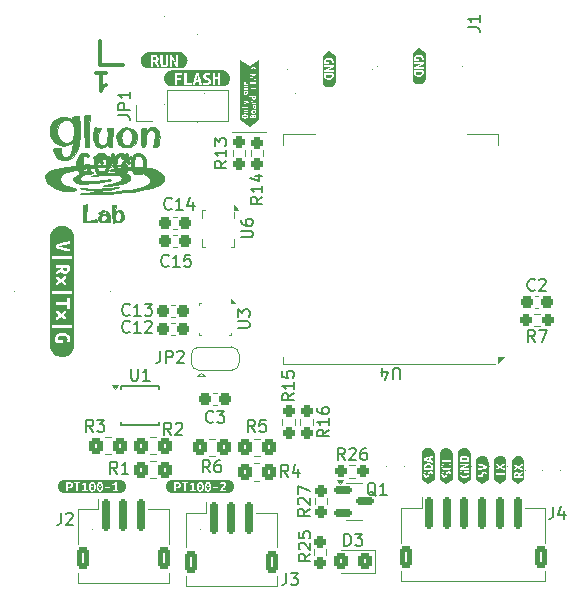
<source format=gto>
%TF.GenerationSoftware,KiCad,Pcbnew,9.0.0-9.0.0-2~ubuntu24.04.1*%
%TF.CreationDate,2025-03-07T10:50:57+01:00*%
%TF.ProjectId,SensorBoard,53656e73-6f72-4426-9f61-72642e6b6963,rev?*%
%TF.SameCoordinates,Original*%
%TF.FileFunction,Legend,Top*%
%TF.FilePolarity,Positive*%
%FSLAX46Y46*%
G04 Gerber Fmt 4.6, Leading zero omitted, Abs format (unit mm)*
G04 Created by KiCad (PCBNEW 9.0.0-9.0.0-2~ubuntu24.04.1) date 2025-03-07 10:50:57*
%MOMM*%
%LPD*%
G01*
G04 APERTURE LIST*
G04 Aperture macros list*
%AMRoundRect*
0 Rectangle with rounded corners*
0 $1 Rounding radius*
0 $2 $3 $4 $5 $6 $7 $8 $9 X,Y pos of 4 corners*
0 Add a 4 corners polygon primitive as box body*
4,1,4,$2,$3,$4,$5,$6,$7,$8,$9,$2,$3,0*
0 Add four circle primitives for the rounded corners*
1,1,$1+$1,$2,$3*
1,1,$1+$1,$4,$5*
1,1,$1+$1,$6,$7*
1,1,$1+$1,$8,$9*
0 Add four rect primitives between the rounded corners*
20,1,$1+$1,$2,$3,$4,$5,0*
20,1,$1+$1,$4,$5,$6,$7,0*
20,1,$1+$1,$6,$7,$8,$9,0*
20,1,$1+$1,$8,$9,$2,$3,0*%
%AMFreePoly0*
4,1,23,0.550000,-0.750000,0.000000,-0.750000,0.000000,-0.745722,-0.065263,-0.745722,-0.191342,-0.711940,-0.304381,-0.646677,-0.396677,-0.554381,-0.461940,-0.441342,-0.495722,-0.315263,-0.495722,-0.250000,-0.500000,-0.250000,-0.500000,0.250000,-0.495722,0.250000,-0.495722,0.315263,-0.461940,0.441342,-0.396677,0.554381,-0.304381,0.646677,-0.191342,0.711940,-0.065263,0.745722,0.000000,0.745722,
0.000000,0.750000,0.550000,0.750000,0.550000,-0.750000,0.550000,-0.750000,$1*%
%AMFreePoly1*
4,1,23,0.000000,0.745722,0.065263,0.745722,0.191342,0.711940,0.304381,0.646677,0.396677,0.554381,0.461940,0.441342,0.495722,0.315263,0.495722,0.250000,0.500000,0.250000,0.500000,-0.250000,0.495722,-0.250000,0.495722,-0.315263,0.461940,-0.441342,0.396677,-0.554381,0.304381,-0.646677,0.191342,-0.711940,0.065263,-0.745722,0.000000,-0.745722,0.000000,-0.750000,-0.550000,-0.750000,
-0.550000,0.750000,0.000000,0.750000,0.000000,0.745722,0.000000,0.745722,$1*%
G04 Aperture macros list end*
%ADD10C,0.100000*%
%ADD11C,0.150000*%
%ADD12C,0.000250*%
%ADD13C,0.300000*%
%ADD14C,0.120000*%
%ADD15C,0.000000*%
%ADD16C,0.010000*%
%ADD17FreePoly0,0.000000*%
%ADD18R,1.000000X1.500000*%
%ADD19FreePoly1,0.000000*%
%ADD20RoundRect,0.237500X0.300000X0.237500X-0.300000X0.237500X-0.300000X-0.237500X0.300000X-0.237500X0*%
%ADD21R,1.500000X0.900000*%
%ADD22R,0.900000X1.500000*%
%ADD23C,0.600000*%
%ADD24R,3.800000X3.800000*%
%ADD25RoundRect,0.237500X-0.300000X-0.237500X0.300000X-0.237500X0.300000X0.237500X-0.300000X0.237500X0*%
%ADD26RoundRect,0.175000X-0.175000X-1.175000X0.175000X-1.175000X0.175000X1.175000X-0.175000X1.175000X0*%
%ADD27RoundRect,0.250000X-0.300000X-0.700000X0.300000X-0.700000X0.300000X0.700000X-0.300000X0.700000X0*%
%ADD28RoundRect,0.250000X0.350000X0.450000X-0.350000X0.450000X-0.350000X-0.450000X0.350000X-0.450000X0*%
%ADD29RoundRect,0.237500X-0.237500X0.250000X-0.237500X-0.250000X0.237500X-0.250000X0.237500X0.250000X0*%
%ADD30C,3.200000*%
%ADD31R,1.700000X1.700000*%
%ADD32O,1.700000X1.700000*%
%ADD33R,1.100000X0.250000*%
%ADD34RoundRect,0.237500X0.237500X-0.250000X0.237500X0.250000X-0.237500X0.250000X-0.237500X-0.250000X0*%
%ADD35R,0.250000X0.675000*%
%ADD36R,0.675000X0.250000*%
%ADD37RoundRect,0.237500X-0.250000X-0.237500X0.250000X-0.237500X0.250000X0.237500X-0.250000X0.237500X0*%
%ADD38RoundRect,0.150000X-0.587500X-0.150000X0.587500X-0.150000X0.587500X0.150000X-0.587500X0.150000X0*%
%ADD39RoundRect,0.250000X0.325000X0.450000X-0.325000X0.450000X-0.325000X-0.450000X0.325000X-0.450000X0*%
%ADD40R,1.500000X4.000000*%
%ADD41R,0.500000X0.350000*%
%ADD42C,1.050000*%
%ADD43C,1.000000*%
G04 APERTURE END LIST*
D10*
X158958000Y-102608000D02*
X161879000Y-102608000D01*
D11*
X152917666Y-121112819D02*
X152917666Y-121827104D01*
X152917666Y-121827104D02*
X152870047Y-121969961D01*
X152870047Y-121969961D02*
X152774809Y-122065200D01*
X152774809Y-122065200D02*
X152631952Y-122112819D01*
X152631952Y-122112819D02*
X152536714Y-122112819D01*
X153393857Y-122112819D02*
X153393857Y-121112819D01*
X153393857Y-121112819D02*
X153774809Y-121112819D01*
X153774809Y-121112819D02*
X153870047Y-121160438D01*
X153870047Y-121160438D02*
X153917666Y-121208057D01*
X153917666Y-121208057D02*
X153965285Y-121303295D01*
X153965285Y-121303295D02*
X153965285Y-121446152D01*
X153965285Y-121446152D02*
X153917666Y-121541390D01*
X153917666Y-121541390D02*
X153870047Y-121589009D01*
X153870047Y-121589009D02*
X153774809Y-121636628D01*
X153774809Y-121636628D02*
X153393857Y-121636628D01*
X154346238Y-121208057D02*
X154393857Y-121160438D01*
X154393857Y-121160438D02*
X154489095Y-121112819D01*
X154489095Y-121112819D02*
X154727190Y-121112819D01*
X154727190Y-121112819D02*
X154822428Y-121160438D01*
X154822428Y-121160438D02*
X154870047Y-121208057D01*
X154870047Y-121208057D02*
X154917666Y-121303295D01*
X154917666Y-121303295D02*
X154917666Y-121398533D01*
X154917666Y-121398533D02*
X154870047Y-121541390D01*
X154870047Y-121541390D02*
X154298619Y-122112819D01*
X154298619Y-122112819D02*
X154917666Y-122112819D01*
D12*
X176576423Y-131178970D02*
X176575423Y-131178970D01*
X176576042Y-131178875D02*
X176576423Y-131178589D01*
X176575756Y-131178589D02*
X176576137Y-131178970D01*
X176576423Y-131178160D02*
X176575756Y-131178160D01*
X176575423Y-131178160D02*
X176575471Y-131178208D01*
X176575471Y-131178208D02*
X176575518Y-131178160D01*
X176575518Y-131178160D02*
X176575471Y-131178113D01*
X176575471Y-131178113D02*
X176575423Y-131178160D01*
X176575423Y-131178160D02*
X176575518Y-131178160D01*
X176576423Y-131177684D02*
X176575423Y-131177684D01*
X176575804Y-131177684D02*
X176575756Y-131177589D01*
X176575756Y-131177589D02*
X176575756Y-131177399D01*
X176575756Y-131177399D02*
X176575804Y-131177303D01*
X176575804Y-131177303D02*
X176575852Y-131177256D01*
X176575852Y-131177256D02*
X176575947Y-131177208D01*
X176575947Y-131177208D02*
X176576233Y-131177208D01*
X176576233Y-131177208D02*
X176576328Y-131177256D01*
X176576328Y-131177256D02*
X176576376Y-131177303D01*
X176576376Y-131177303D02*
X176576423Y-131177399D01*
X176576423Y-131177399D02*
X176576423Y-131177589D01*
X176576423Y-131177589D02*
X176576376Y-131177684D01*
X176575756Y-131176351D02*
X176576423Y-131176351D01*
X176575756Y-131176779D02*
X176576280Y-131176779D01*
X176576280Y-131176779D02*
X176576376Y-131176732D01*
X176576376Y-131176732D02*
X176576423Y-131176637D01*
X176576423Y-131176637D02*
X176576423Y-131176494D01*
X176576423Y-131176494D02*
X176576376Y-131176398D01*
X176576376Y-131176398D02*
X176576328Y-131176351D01*
X176575756Y-131175970D02*
X176575756Y-131175446D01*
X176575756Y-131175446D02*
X176576423Y-131175970D01*
X176576423Y-131175970D02*
X176576423Y-131175446D01*
X176575756Y-131175160D02*
X176575756Y-131174636D01*
X176575756Y-131174636D02*
X176576423Y-131175160D01*
X176576423Y-131175160D02*
X176576423Y-131174636D01*
X176576423Y-131173826D02*
X176575899Y-131173826D01*
X176575899Y-131173826D02*
X176575804Y-131173873D01*
X176575804Y-131173873D02*
X176575756Y-131173969D01*
X176575756Y-131173969D02*
X176575756Y-131174159D01*
X176575756Y-131174159D02*
X176575804Y-131174254D01*
X176576376Y-131173826D02*
X176576423Y-131173921D01*
X176576423Y-131173921D02*
X176576423Y-131174159D01*
X176576423Y-131174159D02*
X176576376Y-131174254D01*
X176576376Y-131174254D02*
X176576280Y-131174302D01*
X176576280Y-131174302D02*
X176576185Y-131174302D01*
X176576185Y-131174302D02*
X176576090Y-131174254D01*
X176576090Y-131174254D02*
X176576042Y-131174159D01*
X176576042Y-131174159D02*
X176576042Y-131173921D01*
X176576042Y-131173921D02*
X176575995Y-131173826D01*
X176576423Y-131173349D02*
X176575756Y-131173349D01*
X176575947Y-131173349D02*
X176575852Y-131173302D01*
X176575852Y-131173302D02*
X176575804Y-131173254D01*
X176575804Y-131173254D02*
X176575756Y-131173159D01*
X176575756Y-131173159D02*
X176575756Y-131173064D01*
X176576423Y-131172302D02*
X176575423Y-131172302D01*
X176576376Y-131172302D02*
X176576423Y-131172397D01*
X176576423Y-131172397D02*
X176576423Y-131172588D01*
X176576423Y-131172588D02*
X176576376Y-131172683D01*
X176576376Y-131172683D02*
X176576328Y-131172730D01*
X176576328Y-131172730D02*
X176576233Y-131172778D01*
X176576233Y-131172778D02*
X176575947Y-131172778D01*
X176575947Y-131172778D02*
X176575852Y-131172730D01*
X176575852Y-131172730D02*
X176575804Y-131172683D01*
X176575804Y-131172683D02*
X176575756Y-131172588D01*
X176575756Y-131172588D02*
X176575756Y-131172397D01*
X176575756Y-131172397D02*
X176575804Y-131172302D01*
X176576042Y-131171825D02*
X176576042Y-131171064D01*
X176575423Y-131170159D02*
X176575423Y-131170349D01*
X176575423Y-131170349D02*
X176575471Y-131170445D01*
X176575471Y-131170445D02*
X176575518Y-131170492D01*
X176575518Y-131170492D02*
X176575661Y-131170587D01*
X176575661Y-131170587D02*
X176575852Y-131170635D01*
X176575852Y-131170635D02*
X176576233Y-131170635D01*
X176576233Y-131170635D02*
X176576328Y-131170587D01*
X176576328Y-131170587D02*
X176576376Y-131170540D01*
X176576376Y-131170540D02*
X176576423Y-131170445D01*
X176576423Y-131170445D02*
X176576423Y-131170254D01*
X176576423Y-131170254D02*
X176576376Y-131170159D01*
X176576376Y-131170159D02*
X176576328Y-131170111D01*
X176576328Y-131170111D02*
X176576233Y-131170064D01*
X176576233Y-131170064D02*
X176575995Y-131170064D01*
X176575995Y-131170064D02*
X176575899Y-131170111D01*
X176575899Y-131170111D02*
X176575852Y-131170159D01*
X176575852Y-131170159D02*
X176575804Y-131170254D01*
X176575804Y-131170254D02*
X176575804Y-131170445D01*
X176575804Y-131170445D02*
X176575852Y-131170540D01*
X176575852Y-131170540D02*
X176575899Y-131170587D01*
X176575899Y-131170587D02*
X176575995Y-131170635D01*
X176575423Y-131169731D02*
X176575423Y-131169064D01*
X176575423Y-131169064D02*
X176576423Y-131169493D01*
X176576328Y-131168112D02*
X176576376Y-131168160D01*
X176576376Y-131168160D02*
X176576423Y-131168302D01*
X176576423Y-131168302D02*
X176576423Y-131168398D01*
X176576423Y-131168398D02*
X176576376Y-131168541D01*
X176576376Y-131168541D02*
X176576280Y-131168636D01*
X176576280Y-131168636D02*
X176576185Y-131168683D01*
X176576185Y-131168683D02*
X176575995Y-131168731D01*
X176575995Y-131168731D02*
X176575852Y-131168731D01*
X176575852Y-131168731D02*
X176575661Y-131168683D01*
X176575661Y-131168683D02*
X176575566Y-131168636D01*
X176575566Y-131168636D02*
X176575471Y-131168541D01*
X176575471Y-131168541D02*
X176575423Y-131168398D01*
X176575423Y-131168398D02*
X176575423Y-131168302D01*
X176575423Y-131168302D02*
X176575471Y-131168160D01*
X176575471Y-131168160D02*
X176575518Y-131168112D01*
X176575423Y-131167779D02*
X176575423Y-131167160D01*
X176575423Y-131167160D02*
X176575804Y-131167493D01*
X176575804Y-131167493D02*
X176575804Y-131167350D01*
X176575804Y-131167350D02*
X176575852Y-131167255D01*
X176575852Y-131167255D02*
X176575899Y-131167207D01*
X176575899Y-131167207D02*
X176575995Y-131167160D01*
X176575995Y-131167160D02*
X176576233Y-131167160D01*
X176576233Y-131167160D02*
X176576328Y-131167207D01*
X176576328Y-131167207D02*
X176576376Y-131167255D01*
X176576376Y-131167255D02*
X176576423Y-131167350D01*
X176576423Y-131167350D02*
X176576423Y-131167636D01*
X176576423Y-131167636D02*
X176576376Y-131167731D01*
X176576376Y-131167731D02*
X176576328Y-131167779D01*
X176576137Y-131166779D02*
X176576137Y-131166303D01*
X176576423Y-131166874D02*
X176575423Y-131166541D01*
X176575423Y-131166541D02*
X176576423Y-131166208D01*
X176576137Y-131165922D02*
X176576137Y-131165446D01*
X176576423Y-131166017D02*
X176575423Y-131165684D01*
X176575423Y-131165684D02*
X176576423Y-131165351D01*
X176575899Y-131164684D02*
X176575947Y-131164541D01*
X176575947Y-131164541D02*
X176575995Y-131164494D01*
X176575995Y-131164494D02*
X176576090Y-131164446D01*
X176576090Y-131164446D02*
X176576233Y-131164446D01*
X176576233Y-131164446D02*
X176576328Y-131164494D01*
X176576328Y-131164494D02*
X176576376Y-131164541D01*
X176576376Y-131164541D02*
X176576423Y-131164636D01*
X176576423Y-131164636D02*
X176576423Y-131165017D01*
X176576423Y-131165017D02*
X176575423Y-131165017D01*
X176575423Y-131165017D02*
X176575423Y-131164684D01*
X176575423Y-131164684D02*
X176575471Y-131164589D01*
X176575471Y-131164589D02*
X176575518Y-131164541D01*
X176575518Y-131164541D02*
X176575614Y-131164494D01*
X176575614Y-131164494D02*
X176575709Y-131164494D01*
X176575709Y-131164494D02*
X176575804Y-131164541D01*
X176575804Y-131164541D02*
X176575852Y-131164589D01*
X176575852Y-131164589D02*
X176575899Y-131164684D01*
X176575899Y-131164684D02*
X176575899Y-131165017D01*
X176575899Y-131163684D02*
X176575947Y-131163541D01*
X176575947Y-131163541D02*
X176575995Y-131163494D01*
X176575995Y-131163494D02*
X176576090Y-131163446D01*
X176576090Y-131163446D02*
X176576233Y-131163446D01*
X176576233Y-131163446D02*
X176576328Y-131163494D01*
X176576328Y-131163494D02*
X176576376Y-131163541D01*
X176576376Y-131163541D02*
X176576423Y-131163636D01*
X176576423Y-131163636D02*
X176576423Y-131164017D01*
X176576423Y-131164017D02*
X176575423Y-131164017D01*
X176575423Y-131164017D02*
X176575423Y-131163684D01*
X176575423Y-131163684D02*
X176575471Y-131163589D01*
X176575471Y-131163589D02*
X176575518Y-131163541D01*
X176575518Y-131163541D02*
X176575614Y-131163494D01*
X176575614Y-131163494D02*
X176575709Y-131163494D01*
X176575709Y-131163494D02*
X176575804Y-131163541D01*
X176575804Y-131163541D02*
X176575852Y-131163589D01*
X176575852Y-131163589D02*
X176575899Y-131163684D01*
X176575899Y-131163684D02*
X176575899Y-131164017D01*
X183757523Y-131172114D02*
X183757475Y-131172209D01*
X183757475Y-131172209D02*
X183757475Y-131172352D01*
X183757475Y-131172352D02*
X183757523Y-131172495D01*
X183757523Y-131172495D02*
X183757618Y-131172590D01*
X183757618Y-131172590D02*
X183757713Y-131172637D01*
X183757713Y-131172637D02*
X183757904Y-131172685D01*
X183757904Y-131172685D02*
X183758047Y-131172685D01*
X183758047Y-131172685D02*
X183758237Y-131172637D01*
X183758237Y-131172637D02*
X183758332Y-131172590D01*
X183758332Y-131172590D02*
X183758428Y-131172495D01*
X183758428Y-131172495D02*
X183758475Y-131172352D01*
X183758475Y-131172352D02*
X183758475Y-131172256D01*
X183758475Y-131172256D02*
X183758428Y-131172114D01*
X183758428Y-131172114D02*
X183758380Y-131172066D01*
X183758380Y-131172066D02*
X183758047Y-131172066D01*
X183758047Y-131172066D02*
X183758047Y-131172256D01*
X183757475Y-131171495D02*
X183757713Y-131171495D01*
X183757618Y-131171733D02*
X183757713Y-131171495D01*
X183757713Y-131171495D02*
X183757618Y-131171256D01*
X183757904Y-131171637D02*
X183757713Y-131171495D01*
X183757713Y-131171495D02*
X183757904Y-131171352D01*
X183757475Y-131170733D02*
X183757713Y-131170733D01*
X183757618Y-131170971D02*
X183757713Y-131170733D01*
X183757713Y-131170733D02*
X183757618Y-131170494D01*
X183757904Y-131170875D02*
X183757713Y-131170733D01*
X183757713Y-131170733D02*
X183757904Y-131170590D01*
X183757475Y-131169971D02*
X183757713Y-131169971D01*
X183757618Y-131170209D02*
X183757713Y-131169971D01*
X183757713Y-131169971D02*
X183757618Y-131169732D01*
X183757904Y-131170113D02*
X183757713Y-131169971D01*
X183757713Y-131169971D02*
X183757904Y-131169828D01*
D11*
X184628333Y-115921580D02*
X184580714Y-115969200D01*
X184580714Y-115969200D02*
X184437857Y-116016819D01*
X184437857Y-116016819D02*
X184342619Y-116016819D01*
X184342619Y-116016819D02*
X184199762Y-115969200D01*
X184199762Y-115969200D02*
X184104524Y-115873961D01*
X184104524Y-115873961D02*
X184056905Y-115778723D01*
X184056905Y-115778723D02*
X184009286Y-115588247D01*
X184009286Y-115588247D02*
X184009286Y-115445390D01*
X184009286Y-115445390D02*
X184056905Y-115254914D01*
X184056905Y-115254914D02*
X184104524Y-115159676D01*
X184104524Y-115159676D02*
X184199762Y-115064438D01*
X184199762Y-115064438D02*
X184342619Y-115016819D01*
X184342619Y-115016819D02*
X184437857Y-115016819D01*
X184437857Y-115016819D02*
X184580714Y-115064438D01*
X184580714Y-115064438D02*
X184628333Y-115112057D01*
X185009286Y-115112057D02*
X185056905Y-115064438D01*
X185056905Y-115064438D02*
X185152143Y-115016819D01*
X185152143Y-115016819D02*
X185390238Y-115016819D01*
X185390238Y-115016819D02*
X185485476Y-115064438D01*
X185485476Y-115064438D02*
X185533095Y-115112057D01*
X185533095Y-115112057D02*
X185580714Y-115207295D01*
X185580714Y-115207295D02*
X185580714Y-115302533D01*
X185580714Y-115302533D02*
X185533095Y-115445390D01*
X185533095Y-115445390D02*
X184961667Y-116016819D01*
X184961667Y-116016819D02*
X185580714Y-116016819D01*
X173194904Y-123531180D02*
X173194904Y-122721657D01*
X173194904Y-122721657D02*
X173147285Y-122626419D01*
X173147285Y-122626419D02*
X173099666Y-122578800D01*
X173099666Y-122578800D02*
X173004428Y-122531180D01*
X173004428Y-122531180D02*
X172813952Y-122531180D01*
X172813952Y-122531180D02*
X172718714Y-122578800D01*
X172718714Y-122578800D02*
X172671095Y-122626419D01*
X172671095Y-122626419D02*
X172623476Y-122721657D01*
X172623476Y-122721657D02*
X172623476Y-123531180D01*
X171718714Y-123197847D02*
X171718714Y-122531180D01*
X171956809Y-123578800D02*
X172194904Y-122864514D01*
X172194904Y-122864514D02*
X171575857Y-122864514D01*
X153616142Y-113889580D02*
X153568523Y-113937200D01*
X153568523Y-113937200D02*
X153425666Y-113984819D01*
X153425666Y-113984819D02*
X153330428Y-113984819D01*
X153330428Y-113984819D02*
X153187571Y-113937200D01*
X153187571Y-113937200D02*
X153092333Y-113841961D01*
X153092333Y-113841961D02*
X153044714Y-113746723D01*
X153044714Y-113746723D02*
X152997095Y-113556247D01*
X152997095Y-113556247D02*
X152997095Y-113413390D01*
X152997095Y-113413390D02*
X153044714Y-113222914D01*
X153044714Y-113222914D02*
X153092333Y-113127676D01*
X153092333Y-113127676D02*
X153187571Y-113032438D01*
X153187571Y-113032438D02*
X153330428Y-112984819D01*
X153330428Y-112984819D02*
X153425666Y-112984819D01*
X153425666Y-112984819D02*
X153568523Y-113032438D01*
X153568523Y-113032438D02*
X153616142Y-113080057D01*
X154568523Y-113984819D02*
X153997095Y-113984819D01*
X154282809Y-113984819D02*
X154282809Y-112984819D01*
X154282809Y-112984819D02*
X154187571Y-113127676D01*
X154187571Y-113127676D02*
X154092333Y-113222914D01*
X154092333Y-113222914D02*
X153997095Y-113270533D01*
X155473285Y-112984819D02*
X154997095Y-112984819D01*
X154997095Y-112984819D02*
X154949476Y-113461009D01*
X154949476Y-113461009D02*
X154997095Y-113413390D01*
X154997095Y-113413390D02*
X155092333Y-113365771D01*
X155092333Y-113365771D02*
X155330428Y-113365771D01*
X155330428Y-113365771D02*
X155425666Y-113413390D01*
X155425666Y-113413390D02*
X155473285Y-113461009D01*
X155473285Y-113461009D02*
X155520904Y-113556247D01*
X155520904Y-113556247D02*
X155520904Y-113794342D01*
X155520904Y-113794342D02*
X155473285Y-113889580D01*
X155473285Y-113889580D02*
X155425666Y-113937200D01*
X155425666Y-113937200D02*
X155330428Y-113984819D01*
X155330428Y-113984819D02*
X155092333Y-113984819D01*
X155092333Y-113984819D02*
X154997095Y-113937200D01*
X154997095Y-113937200D02*
X154949476Y-113889580D01*
X157394333Y-127097580D02*
X157346714Y-127145200D01*
X157346714Y-127145200D02*
X157203857Y-127192819D01*
X157203857Y-127192819D02*
X157108619Y-127192819D01*
X157108619Y-127192819D02*
X156965762Y-127145200D01*
X156965762Y-127145200D02*
X156870524Y-127049961D01*
X156870524Y-127049961D02*
X156822905Y-126954723D01*
X156822905Y-126954723D02*
X156775286Y-126764247D01*
X156775286Y-126764247D02*
X156775286Y-126621390D01*
X156775286Y-126621390D02*
X156822905Y-126430914D01*
X156822905Y-126430914D02*
X156870524Y-126335676D01*
X156870524Y-126335676D02*
X156965762Y-126240438D01*
X156965762Y-126240438D02*
X157108619Y-126192819D01*
X157108619Y-126192819D02*
X157203857Y-126192819D01*
X157203857Y-126192819D02*
X157346714Y-126240438D01*
X157346714Y-126240438D02*
X157394333Y-126288057D01*
X157727667Y-126192819D02*
X158346714Y-126192819D01*
X158346714Y-126192819D02*
X158013381Y-126573771D01*
X158013381Y-126573771D02*
X158156238Y-126573771D01*
X158156238Y-126573771D02*
X158251476Y-126621390D01*
X158251476Y-126621390D02*
X158299095Y-126669009D01*
X158299095Y-126669009D02*
X158346714Y-126764247D01*
X158346714Y-126764247D02*
X158346714Y-127002342D01*
X158346714Y-127002342D02*
X158299095Y-127097580D01*
X158299095Y-127097580D02*
X158251476Y-127145200D01*
X158251476Y-127145200D02*
X158156238Y-127192819D01*
X158156238Y-127192819D02*
X157870524Y-127192819D01*
X157870524Y-127192819D02*
X157775286Y-127145200D01*
X157775286Y-127145200D02*
X157727667Y-127097580D01*
X186183666Y-134320819D02*
X186183666Y-135035104D01*
X186183666Y-135035104D02*
X186136047Y-135177961D01*
X186136047Y-135177961D02*
X186040809Y-135273200D01*
X186040809Y-135273200D02*
X185897952Y-135320819D01*
X185897952Y-135320819D02*
X185802714Y-135320819D01*
X187088428Y-134654152D02*
X187088428Y-135320819D01*
X186850333Y-134273200D02*
X186612238Y-134987485D01*
X186612238Y-134987485D02*
X187231285Y-134987485D01*
X163744333Y-131764819D02*
X163411000Y-131288628D01*
X163172905Y-131764819D02*
X163172905Y-130764819D01*
X163172905Y-130764819D02*
X163553857Y-130764819D01*
X163553857Y-130764819D02*
X163649095Y-130812438D01*
X163649095Y-130812438D02*
X163696714Y-130860057D01*
X163696714Y-130860057D02*
X163744333Y-130955295D01*
X163744333Y-130955295D02*
X163744333Y-131098152D01*
X163744333Y-131098152D02*
X163696714Y-131193390D01*
X163696714Y-131193390D02*
X163649095Y-131241009D01*
X163649095Y-131241009D02*
X163553857Y-131288628D01*
X163553857Y-131288628D02*
X163172905Y-131288628D01*
X164601476Y-131098152D02*
X164601476Y-131764819D01*
X164363381Y-130717200D02*
X164125286Y-131431485D01*
X164125286Y-131431485D02*
X164744333Y-131431485D01*
X150314142Y-119477580D02*
X150266523Y-119525200D01*
X150266523Y-119525200D02*
X150123666Y-119572819D01*
X150123666Y-119572819D02*
X150028428Y-119572819D01*
X150028428Y-119572819D02*
X149885571Y-119525200D01*
X149885571Y-119525200D02*
X149790333Y-119429961D01*
X149790333Y-119429961D02*
X149742714Y-119334723D01*
X149742714Y-119334723D02*
X149695095Y-119144247D01*
X149695095Y-119144247D02*
X149695095Y-119001390D01*
X149695095Y-119001390D02*
X149742714Y-118810914D01*
X149742714Y-118810914D02*
X149790333Y-118715676D01*
X149790333Y-118715676D02*
X149885571Y-118620438D01*
X149885571Y-118620438D02*
X150028428Y-118572819D01*
X150028428Y-118572819D02*
X150123666Y-118572819D01*
X150123666Y-118572819D02*
X150266523Y-118620438D01*
X150266523Y-118620438D02*
X150314142Y-118668057D01*
X151266523Y-119572819D02*
X150695095Y-119572819D01*
X150980809Y-119572819D02*
X150980809Y-118572819D01*
X150980809Y-118572819D02*
X150885571Y-118715676D01*
X150885571Y-118715676D02*
X150790333Y-118810914D01*
X150790333Y-118810914D02*
X150695095Y-118858533D01*
X151647476Y-118668057D02*
X151695095Y-118620438D01*
X151695095Y-118620438D02*
X151790333Y-118572819D01*
X151790333Y-118572819D02*
X152028428Y-118572819D01*
X152028428Y-118572819D02*
X152123666Y-118620438D01*
X152123666Y-118620438D02*
X152171285Y-118668057D01*
X152171285Y-118668057D02*
X152218904Y-118763295D01*
X152218904Y-118763295D02*
X152218904Y-118858533D01*
X152218904Y-118858533D02*
X152171285Y-119001390D01*
X152171285Y-119001390D02*
X151599857Y-119572819D01*
X151599857Y-119572819D02*
X152218904Y-119572819D01*
D12*
X179628300Y-131193809D02*
X179627300Y-131193809D01*
X179627919Y-131193714D02*
X179628300Y-131193428D01*
X179627633Y-131193428D02*
X179628014Y-131193809D01*
X179628300Y-131192999D02*
X179627633Y-131192999D01*
X179627300Y-131192999D02*
X179627348Y-131193047D01*
X179627348Y-131193047D02*
X179627395Y-131192999D01*
X179627395Y-131192999D02*
X179627348Y-131192952D01*
X179627348Y-131192952D02*
X179627300Y-131192999D01*
X179627300Y-131192999D02*
X179627395Y-131192999D01*
X179628300Y-131192523D02*
X179627300Y-131192523D01*
X179627681Y-131192523D02*
X179627633Y-131192428D01*
X179627633Y-131192428D02*
X179627633Y-131192238D01*
X179627633Y-131192238D02*
X179627681Y-131192142D01*
X179627681Y-131192142D02*
X179627729Y-131192095D01*
X179627729Y-131192095D02*
X179627824Y-131192047D01*
X179627824Y-131192047D02*
X179628110Y-131192047D01*
X179628110Y-131192047D02*
X179628205Y-131192095D01*
X179628205Y-131192095D02*
X179628253Y-131192142D01*
X179628253Y-131192142D02*
X179628300Y-131192238D01*
X179628300Y-131192238D02*
X179628300Y-131192428D01*
X179628300Y-131192428D02*
X179628253Y-131192523D01*
X179627633Y-131191190D02*
X179628300Y-131191190D01*
X179627633Y-131191618D02*
X179628157Y-131191618D01*
X179628157Y-131191618D02*
X179628253Y-131191571D01*
X179628253Y-131191571D02*
X179628300Y-131191476D01*
X179628300Y-131191476D02*
X179628300Y-131191333D01*
X179628300Y-131191333D02*
X179628253Y-131191237D01*
X179628253Y-131191237D02*
X179628205Y-131191190D01*
X179627633Y-131190809D02*
X179627633Y-131190285D01*
X179627633Y-131190285D02*
X179628300Y-131190809D01*
X179628300Y-131190809D02*
X179628300Y-131190285D01*
X179627633Y-131189999D02*
X179627633Y-131189475D01*
X179627633Y-131189475D02*
X179628300Y-131189999D01*
X179628300Y-131189999D02*
X179628300Y-131189475D01*
X179628300Y-131188665D02*
X179627776Y-131188665D01*
X179627776Y-131188665D02*
X179627681Y-131188712D01*
X179627681Y-131188712D02*
X179627633Y-131188808D01*
X179627633Y-131188808D02*
X179627633Y-131188998D01*
X179627633Y-131188998D02*
X179627681Y-131189093D01*
X179628253Y-131188665D02*
X179628300Y-131188760D01*
X179628300Y-131188760D02*
X179628300Y-131188998D01*
X179628300Y-131188998D02*
X179628253Y-131189093D01*
X179628253Y-131189093D02*
X179628157Y-131189141D01*
X179628157Y-131189141D02*
X179628062Y-131189141D01*
X179628062Y-131189141D02*
X179627967Y-131189093D01*
X179627967Y-131189093D02*
X179627919Y-131188998D01*
X179627919Y-131188998D02*
X179627919Y-131188760D01*
X179627919Y-131188760D02*
X179627872Y-131188665D01*
X179628300Y-131188188D02*
X179627633Y-131188188D01*
X179627824Y-131188188D02*
X179627729Y-131188141D01*
X179627729Y-131188141D02*
X179627681Y-131188093D01*
X179627681Y-131188093D02*
X179627633Y-131187998D01*
X179627633Y-131187998D02*
X179627633Y-131187903D01*
X179628300Y-131187141D02*
X179627300Y-131187141D01*
X179628253Y-131187141D02*
X179628300Y-131187236D01*
X179628300Y-131187236D02*
X179628300Y-131187427D01*
X179628300Y-131187427D02*
X179628253Y-131187522D01*
X179628253Y-131187522D02*
X179628205Y-131187569D01*
X179628205Y-131187569D02*
X179628110Y-131187617D01*
X179628110Y-131187617D02*
X179627824Y-131187617D01*
X179627824Y-131187617D02*
X179627729Y-131187569D01*
X179627729Y-131187569D02*
X179627681Y-131187522D01*
X179627681Y-131187522D02*
X179627633Y-131187427D01*
X179627633Y-131187427D02*
X179627633Y-131187236D01*
X179627633Y-131187236D02*
X179627681Y-131187141D01*
X179627919Y-131186664D02*
X179627919Y-131185903D01*
X179627300Y-131184998D02*
X179627300Y-131185188D01*
X179627300Y-131185188D02*
X179627348Y-131185284D01*
X179627348Y-131185284D02*
X179627395Y-131185331D01*
X179627395Y-131185331D02*
X179627538Y-131185426D01*
X179627538Y-131185426D02*
X179627729Y-131185474D01*
X179627729Y-131185474D02*
X179628110Y-131185474D01*
X179628110Y-131185474D02*
X179628205Y-131185426D01*
X179628205Y-131185426D02*
X179628253Y-131185379D01*
X179628253Y-131185379D02*
X179628300Y-131185284D01*
X179628300Y-131185284D02*
X179628300Y-131185093D01*
X179628300Y-131185093D02*
X179628253Y-131184998D01*
X179628253Y-131184998D02*
X179628205Y-131184950D01*
X179628205Y-131184950D02*
X179628110Y-131184903D01*
X179628110Y-131184903D02*
X179627872Y-131184903D01*
X179627872Y-131184903D02*
X179627776Y-131184950D01*
X179627776Y-131184950D02*
X179627729Y-131184998D01*
X179627729Y-131184998D02*
X179627681Y-131185093D01*
X179627681Y-131185093D02*
X179627681Y-131185284D01*
X179627681Y-131185284D02*
X179627729Y-131185379D01*
X179627729Y-131185379D02*
X179627776Y-131185426D01*
X179627776Y-131185426D02*
X179627872Y-131185474D01*
X179627300Y-131184570D02*
X179627300Y-131183903D01*
X179627300Y-131183903D02*
X179628300Y-131184332D01*
X179628205Y-131182951D02*
X179628253Y-131182999D01*
X179628253Y-131182999D02*
X179628300Y-131183141D01*
X179628300Y-131183141D02*
X179628300Y-131183237D01*
X179628300Y-131183237D02*
X179628253Y-131183380D01*
X179628253Y-131183380D02*
X179628157Y-131183475D01*
X179628157Y-131183475D02*
X179628062Y-131183522D01*
X179628062Y-131183522D02*
X179627872Y-131183570D01*
X179627872Y-131183570D02*
X179627729Y-131183570D01*
X179627729Y-131183570D02*
X179627538Y-131183522D01*
X179627538Y-131183522D02*
X179627443Y-131183475D01*
X179627443Y-131183475D02*
X179627348Y-131183380D01*
X179627348Y-131183380D02*
X179627300Y-131183237D01*
X179627300Y-131183237D02*
X179627300Y-131183141D01*
X179627300Y-131183141D02*
X179627348Y-131182999D01*
X179627348Y-131182999D02*
X179627395Y-131182951D01*
X179627300Y-131182618D02*
X179627300Y-131181999D01*
X179627300Y-131181999D02*
X179627681Y-131182332D01*
X179627681Y-131182332D02*
X179627681Y-131182189D01*
X179627681Y-131182189D02*
X179627729Y-131182094D01*
X179627729Y-131182094D02*
X179627776Y-131182046D01*
X179627776Y-131182046D02*
X179627872Y-131181999D01*
X179627872Y-131181999D02*
X179628110Y-131181999D01*
X179628110Y-131181999D02*
X179628205Y-131182046D01*
X179628205Y-131182046D02*
X179628253Y-131182094D01*
X179628253Y-131182094D02*
X179628300Y-131182189D01*
X179628300Y-131182189D02*
X179628300Y-131182475D01*
X179628300Y-131182475D02*
X179628253Y-131182570D01*
X179628253Y-131182570D02*
X179628205Y-131182618D01*
X179628014Y-131181618D02*
X179628014Y-131181142D01*
X179628300Y-131181713D02*
X179627300Y-131181380D01*
X179627300Y-131181380D02*
X179628300Y-131181047D01*
X179628014Y-131180761D02*
X179628014Y-131180285D01*
X179628300Y-131180856D02*
X179627300Y-131180523D01*
X179627300Y-131180523D02*
X179628300Y-131180190D01*
X179628205Y-131179285D02*
X179628253Y-131179333D01*
X179628253Y-131179333D02*
X179628300Y-131179475D01*
X179628300Y-131179475D02*
X179628300Y-131179571D01*
X179628300Y-131179571D02*
X179628253Y-131179714D01*
X179628253Y-131179714D02*
X179628157Y-131179809D01*
X179628157Y-131179809D02*
X179628062Y-131179856D01*
X179628062Y-131179856D02*
X179627872Y-131179904D01*
X179627872Y-131179904D02*
X179627729Y-131179904D01*
X179627729Y-131179904D02*
X179627538Y-131179856D01*
X179627538Y-131179856D02*
X179627443Y-131179809D01*
X179627443Y-131179809D02*
X179627348Y-131179714D01*
X179627348Y-131179714D02*
X179627300Y-131179571D01*
X179627300Y-131179571D02*
X179627300Y-131179475D01*
X179627300Y-131179475D02*
X179627348Y-131179333D01*
X179627348Y-131179333D02*
X179627395Y-131179285D01*
X179627300Y-131178428D02*
X179627300Y-131178618D01*
X179627300Y-131178618D02*
X179627348Y-131178714D01*
X179627348Y-131178714D02*
X179627395Y-131178761D01*
X179627395Y-131178761D02*
X179627538Y-131178856D01*
X179627538Y-131178856D02*
X179627729Y-131178904D01*
X179627729Y-131178904D02*
X179628110Y-131178904D01*
X179628110Y-131178904D02*
X179628205Y-131178856D01*
X179628205Y-131178856D02*
X179628253Y-131178809D01*
X179628253Y-131178809D02*
X179628300Y-131178714D01*
X179628300Y-131178714D02*
X179628300Y-131178523D01*
X179628300Y-131178523D02*
X179628253Y-131178428D01*
X179628253Y-131178428D02*
X179628205Y-131178380D01*
X179628205Y-131178380D02*
X179628110Y-131178333D01*
X179628110Y-131178333D02*
X179627872Y-131178333D01*
X179627872Y-131178333D02*
X179627776Y-131178380D01*
X179627776Y-131178380D02*
X179627729Y-131178428D01*
X179627729Y-131178428D02*
X179627681Y-131178523D01*
X179627681Y-131178523D02*
X179627681Y-131178714D01*
X179627681Y-131178714D02*
X179627729Y-131178809D01*
X179627729Y-131178809D02*
X179627776Y-131178856D01*
X179627776Y-131178856D02*
X179627872Y-131178904D01*
X186801646Y-131186977D02*
X186801598Y-131187072D01*
X186801598Y-131187072D02*
X186801598Y-131187215D01*
X186801598Y-131187215D02*
X186801646Y-131187358D01*
X186801646Y-131187358D02*
X186801741Y-131187453D01*
X186801741Y-131187453D02*
X186801836Y-131187500D01*
X186801836Y-131187500D02*
X186802027Y-131187548D01*
X186802027Y-131187548D02*
X186802170Y-131187548D01*
X186802170Y-131187548D02*
X186802360Y-131187500D01*
X186802360Y-131187500D02*
X186802455Y-131187453D01*
X186802455Y-131187453D02*
X186802551Y-131187358D01*
X186802551Y-131187358D02*
X186802598Y-131187215D01*
X186802598Y-131187215D02*
X186802598Y-131187119D01*
X186802598Y-131187119D02*
X186802551Y-131186977D01*
X186802551Y-131186977D02*
X186802503Y-131186929D01*
X186802503Y-131186929D02*
X186802170Y-131186929D01*
X186802170Y-131186929D02*
X186802170Y-131187119D01*
X186801598Y-131186358D02*
X186801836Y-131186358D01*
X186801741Y-131186596D02*
X186801836Y-131186358D01*
X186801836Y-131186358D02*
X186801741Y-131186119D01*
X186802027Y-131186500D02*
X186801836Y-131186358D01*
X186801836Y-131186358D02*
X186802027Y-131186215D01*
X186801598Y-131185596D02*
X186801836Y-131185596D01*
X186801741Y-131185834D02*
X186801836Y-131185596D01*
X186801836Y-131185596D02*
X186801741Y-131185357D01*
X186802027Y-131185738D02*
X186801836Y-131185596D01*
X186801836Y-131185596D02*
X186802027Y-131185453D01*
X186801598Y-131184834D02*
X186801836Y-131184834D01*
X186801741Y-131185072D02*
X186801836Y-131184834D01*
X186801836Y-131184834D02*
X186801741Y-131184595D01*
X186802027Y-131184976D02*
X186801836Y-131184834D01*
X186801836Y-131184834D02*
X186802027Y-131184691D01*
D11*
X167192819Y-127785357D02*
X166716628Y-128118690D01*
X167192819Y-128356785D02*
X166192819Y-128356785D01*
X166192819Y-128356785D02*
X166192819Y-127975833D01*
X166192819Y-127975833D02*
X166240438Y-127880595D01*
X166240438Y-127880595D02*
X166288057Y-127832976D01*
X166288057Y-127832976D02*
X166383295Y-127785357D01*
X166383295Y-127785357D02*
X166526152Y-127785357D01*
X166526152Y-127785357D02*
X166621390Y-127832976D01*
X166621390Y-127832976D02*
X166669009Y-127880595D01*
X166669009Y-127880595D02*
X166716628Y-127975833D01*
X166716628Y-127975833D02*
X166716628Y-128356785D01*
X167192819Y-126832976D02*
X167192819Y-127404404D01*
X167192819Y-127118690D02*
X166192819Y-127118690D01*
X166192819Y-127118690D02*
X166335676Y-127213928D01*
X166335676Y-127213928D02*
X166430914Y-127309166D01*
X166430914Y-127309166D02*
X166478533Y-127404404D01*
X166192819Y-125975833D02*
X166192819Y-126166309D01*
X166192819Y-126166309D02*
X166240438Y-126261547D01*
X166240438Y-126261547D02*
X166288057Y-126309166D01*
X166288057Y-126309166D02*
X166430914Y-126404404D01*
X166430914Y-126404404D02*
X166621390Y-126452023D01*
X166621390Y-126452023D02*
X167002342Y-126452023D01*
X167002342Y-126452023D02*
X167097580Y-126404404D01*
X167097580Y-126404404D02*
X167145200Y-126356785D01*
X167145200Y-126356785D02*
X167192819Y-126261547D01*
X167192819Y-126261547D02*
X167192819Y-126071071D01*
X167192819Y-126071071D02*
X167145200Y-125975833D01*
X167145200Y-125975833D02*
X167097580Y-125928214D01*
X167097580Y-125928214D02*
X167002342Y-125880595D01*
X167002342Y-125880595D02*
X166764247Y-125880595D01*
X166764247Y-125880595D02*
X166669009Y-125928214D01*
X166669009Y-125928214D02*
X166621390Y-125975833D01*
X166621390Y-125975833D02*
X166573771Y-126071071D01*
X166573771Y-126071071D02*
X166573771Y-126261547D01*
X166573771Y-126261547D02*
X166621390Y-126356785D01*
X166621390Y-126356785D02*
X166669009Y-126404404D01*
X166669009Y-126404404D02*
X166764247Y-126452023D01*
D12*
X156616732Y-99313784D02*
X156615732Y-99313784D01*
X156616351Y-99313689D02*
X156616732Y-99313403D01*
X156616065Y-99313403D02*
X156616446Y-99313784D01*
X156616732Y-99312974D02*
X156616065Y-99312974D01*
X156615732Y-99312974D02*
X156615780Y-99313022D01*
X156615780Y-99313022D02*
X156615827Y-99312974D01*
X156615827Y-99312974D02*
X156615780Y-99312927D01*
X156615780Y-99312927D02*
X156615732Y-99312974D01*
X156615732Y-99312974D02*
X156615827Y-99312974D01*
X156616732Y-99312498D02*
X156615732Y-99312498D01*
X156616113Y-99312498D02*
X156616065Y-99312403D01*
X156616065Y-99312403D02*
X156616065Y-99312213D01*
X156616065Y-99312213D02*
X156616113Y-99312117D01*
X156616113Y-99312117D02*
X156616161Y-99312070D01*
X156616161Y-99312070D02*
X156616256Y-99312022D01*
X156616256Y-99312022D02*
X156616542Y-99312022D01*
X156616542Y-99312022D02*
X156616637Y-99312070D01*
X156616637Y-99312070D02*
X156616685Y-99312117D01*
X156616685Y-99312117D02*
X156616732Y-99312213D01*
X156616732Y-99312213D02*
X156616732Y-99312403D01*
X156616732Y-99312403D02*
X156616685Y-99312498D01*
X156616065Y-99311165D02*
X156616732Y-99311165D01*
X156616065Y-99311593D02*
X156616589Y-99311593D01*
X156616589Y-99311593D02*
X156616685Y-99311546D01*
X156616685Y-99311546D02*
X156616732Y-99311451D01*
X156616732Y-99311451D02*
X156616732Y-99311308D01*
X156616732Y-99311308D02*
X156616685Y-99311212D01*
X156616685Y-99311212D02*
X156616637Y-99311165D01*
X156616065Y-99310784D02*
X156616065Y-99310260D01*
X156616065Y-99310260D02*
X156616732Y-99310784D01*
X156616732Y-99310784D02*
X156616732Y-99310260D01*
X156616065Y-99309974D02*
X156616065Y-99309450D01*
X156616065Y-99309450D02*
X156616732Y-99309974D01*
X156616732Y-99309974D02*
X156616732Y-99309450D01*
X156616732Y-99308640D02*
X156616208Y-99308640D01*
X156616208Y-99308640D02*
X156616113Y-99308687D01*
X156616113Y-99308687D02*
X156616065Y-99308783D01*
X156616065Y-99308783D02*
X156616065Y-99308973D01*
X156616065Y-99308973D02*
X156616113Y-99309068D01*
X156616685Y-99308640D02*
X156616732Y-99308735D01*
X156616732Y-99308735D02*
X156616732Y-99308973D01*
X156616732Y-99308973D02*
X156616685Y-99309068D01*
X156616685Y-99309068D02*
X156616589Y-99309116D01*
X156616589Y-99309116D02*
X156616494Y-99309116D01*
X156616494Y-99309116D02*
X156616399Y-99309068D01*
X156616399Y-99309068D02*
X156616351Y-99308973D01*
X156616351Y-99308973D02*
X156616351Y-99308735D01*
X156616351Y-99308735D02*
X156616304Y-99308640D01*
X156616732Y-99308163D02*
X156616065Y-99308163D01*
X156616256Y-99308163D02*
X156616161Y-99308116D01*
X156616161Y-99308116D02*
X156616113Y-99308068D01*
X156616113Y-99308068D02*
X156616065Y-99307973D01*
X156616065Y-99307973D02*
X156616065Y-99307878D01*
X156616732Y-99307116D02*
X156615732Y-99307116D01*
X156616685Y-99307116D02*
X156616732Y-99307211D01*
X156616732Y-99307211D02*
X156616732Y-99307402D01*
X156616732Y-99307402D02*
X156616685Y-99307497D01*
X156616685Y-99307497D02*
X156616637Y-99307544D01*
X156616637Y-99307544D02*
X156616542Y-99307592D01*
X156616542Y-99307592D02*
X156616256Y-99307592D01*
X156616256Y-99307592D02*
X156616161Y-99307544D01*
X156616161Y-99307544D02*
X156616113Y-99307497D01*
X156616113Y-99307497D02*
X156616065Y-99307402D01*
X156616065Y-99307402D02*
X156616065Y-99307211D01*
X156616065Y-99307211D02*
X156616113Y-99307116D01*
X156616351Y-99306639D02*
X156616351Y-99305878D01*
X156615732Y-99304973D02*
X156615732Y-99305163D01*
X156615732Y-99305163D02*
X156615780Y-99305259D01*
X156615780Y-99305259D02*
X156615827Y-99305306D01*
X156615827Y-99305306D02*
X156615970Y-99305401D01*
X156615970Y-99305401D02*
X156616161Y-99305449D01*
X156616161Y-99305449D02*
X156616542Y-99305449D01*
X156616542Y-99305449D02*
X156616637Y-99305401D01*
X156616637Y-99305401D02*
X156616685Y-99305354D01*
X156616685Y-99305354D02*
X156616732Y-99305259D01*
X156616732Y-99305259D02*
X156616732Y-99305068D01*
X156616732Y-99305068D02*
X156616685Y-99304973D01*
X156616685Y-99304973D02*
X156616637Y-99304925D01*
X156616637Y-99304925D02*
X156616542Y-99304878D01*
X156616542Y-99304878D02*
X156616304Y-99304878D01*
X156616304Y-99304878D02*
X156616208Y-99304925D01*
X156616208Y-99304925D02*
X156616161Y-99304973D01*
X156616161Y-99304973D02*
X156616113Y-99305068D01*
X156616113Y-99305068D02*
X156616113Y-99305259D01*
X156616113Y-99305259D02*
X156616161Y-99305354D01*
X156616161Y-99305354D02*
X156616208Y-99305401D01*
X156616208Y-99305401D02*
X156616304Y-99305449D01*
X156615732Y-99304545D02*
X156615732Y-99303878D01*
X156615732Y-99303878D02*
X156616732Y-99304307D01*
X156616637Y-99302926D02*
X156616685Y-99302974D01*
X156616685Y-99302974D02*
X156616732Y-99303116D01*
X156616732Y-99303116D02*
X156616732Y-99303212D01*
X156616732Y-99303212D02*
X156616685Y-99303355D01*
X156616685Y-99303355D02*
X156616589Y-99303450D01*
X156616589Y-99303450D02*
X156616494Y-99303497D01*
X156616494Y-99303497D02*
X156616304Y-99303545D01*
X156616304Y-99303545D02*
X156616161Y-99303545D01*
X156616161Y-99303545D02*
X156615970Y-99303497D01*
X156615970Y-99303497D02*
X156615875Y-99303450D01*
X156615875Y-99303450D02*
X156615780Y-99303355D01*
X156615780Y-99303355D02*
X156615732Y-99303212D01*
X156615732Y-99303212D02*
X156615732Y-99303116D01*
X156615732Y-99303116D02*
X156615780Y-99302974D01*
X156615780Y-99302974D02*
X156615827Y-99302926D01*
X156616161Y-99302355D02*
X156616113Y-99302450D01*
X156616113Y-99302450D02*
X156616065Y-99302497D01*
X156616065Y-99302497D02*
X156615970Y-99302545D01*
X156615970Y-99302545D02*
X156615923Y-99302545D01*
X156615923Y-99302545D02*
X156615827Y-99302497D01*
X156615827Y-99302497D02*
X156615780Y-99302450D01*
X156615780Y-99302450D02*
X156615732Y-99302355D01*
X156615732Y-99302355D02*
X156615732Y-99302164D01*
X156615732Y-99302164D02*
X156615780Y-99302069D01*
X156615780Y-99302069D02*
X156615827Y-99302021D01*
X156615827Y-99302021D02*
X156615923Y-99301974D01*
X156615923Y-99301974D02*
X156615970Y-99301974D01*
X156615970Y-99301974D02*
X156616065Y-99302021D01*
X156616065Y-99302021D02*
X156616113Y-99302069D01*
X156616113Y-99302069D02*
X156616161Y-99302164D01*
X156616161Y-99302164D02*
X156616161Y-99302355D01*
X156616161Y-99302355D02*
X156616208Y-99302450D01*
X156616208Y-99302450D02*
X156616256Y-99302497D01*
X156616256Y-99302497D02*
X156616351Y-99302545D01*
X156616351Y-99302545D02*
X156616542Y-99302545D01*
X156616542Y-99302545D02*
X156616637Y-99302497D01*
X156616637Y-99302497D02*
X156616685Y-99302450D01*
X156616685Y-99302450D02*
X156616732Y-99302355D01*
X156616732Y-99302355D02*
X156616732Y-99302164D01*
X156616732Y-99302164D02*
X156616685Y-99302069D01*
X156616685Y-99302069D02*
X156616637Y-99302021D01*
X156616637Y-99302021D02*
X156616542Y-99301974D01*
X156616542Y-99301974D02*
X156616351Y-99301974D01*
X156616351Y-99301974D02*
X156616256Y-99302021D01*
X156616256Y-99302021D02*
X156616208Y-99302069D01*
X156616208Y-99302069D02*
X156616161Y-99302164D01*
X156616732Y-99301022D02*
X156616732Y-99301593D01*
X156616732Y-99301307D02*
X156615732Y-99301307D01*
X156615732Y-99301307D02*
X156615875Y-99301403D01*
X156615875Y-99301403D02*
X156615970Y-99301498D01*
X156615970Y-99301498D02*
X156616018Y-99301593D01*
X156616065Y-99300165D02*
X156616732Y-99300165D01*
X156615685Y-99300403D02*
X156616399Y-99300641D01*
X156616399Y-99300641D02*
X156616399Y-99300022D01*
X156616065Y-99299213D02*
X156616732Y-99299213D01*
X156615685Y-99299451D02*
X156616399Y-99299689D01*
X156616399Y-99299689D02*
X156616399Y-99299070D01*
X156615732Y-99298499D02*
X156615732Y-99298404D01*
X156615732Y-99298404D02*
X156615780Y-99298308D01*
X156615780Y-99298308D02*
X156615827Y-99298261D01*
X156615827Y-99298261D02*
X156615923Y-99298213D01*
X156615923Y-99298213D02*
X156616113Y-99298166D01*
X156616113Y-99298166D02*
X156616351Y-99298166D01*
X156616351Y-99298166D02*
X156616542Y-99298213D01*
X156616542Y-99298213D02*
X156616637Y-99298261D01*
X156616637Y-99298261D02*
X156616685Y-99298308D01*
X156616685Y-99298308D02*
X156616732Y-99298404D01*
X156616732Y-99298404D02*
X156616732Y-99298499D01*
X156616732Y-99298499D02*
X156616685Y-99298594D01*
X156616685Y-99298594D02*
X156616637Y-99298642D01*
X156616637Y-99298642D02*
X156616542Y-99298689D01*
X156616542Y-99298689D02*
X156616351Y-99298737D01*
X156616351Y-99298737D02*
X156616113Y-99298737D01*
X156616113Y-99298737D02*
X156615923Y-99298689D01*
X156615923Y-99298689D02*
X156615827Y-99298642D01*
X156615827Y-99298642D02*
X156615780Y-99298594D01*
X156615780Y-99298594D02*
X156615732Y-99298499D01*
X164347214Y-99306881D02*
X164347166Y-99306976D01*
X164347166Y-99306976D02*
X164347166Y-99307119D01*
X164347166Y-99307119D02*
X164347214Y-99307262D01*
X164347214Y-99307262D02*
X164347309Y-99307357D01*
X164347309Y-99307357D02*
X164347404Y-99307404D01*
X164347404Y-99307404D02*
X164347595Y-99307452D01*
X164347595Y-99307452D02*
X164347738Y-99307452D01*
X164347738Y-99307452D02*
X164347928Y-99307404D01*
X164347928Y-99307404D02*
X164348023Y-99307357D01*
X164348023Y-99307357D02*
X164348119Y-99307262D01*
X164348119Y-99307262D02*
X164348166Y-99307119D01*
X164348166Y-99307119D02*
X164348166Y-99307023D01*
X164348166Y-99307023D02*
X164348119Y-99306881D01*
X164348119Y-99306881D02*
X164348071Y-99306833D01*
X164348071Y-99306833D02*
X164347738Y-99306833D01*
X164347738Y-99306833D02*
X164347738Y-99307023D01*
X164347166Y-99306262D02*
X164347404Y-99306262D01*
X164347309Y-99306500D02*
X164347404Y-99306262D01*
X164347404Y-99306262D02*
X164347309Y-99306023D01*
X164347595Y-99306404D02*
X164347404Y-99306262D01*
X164347404Y-99306262D02*
X164347595Y-99306119D01*
X164347166Y-99305500D02*
X164347404Y-99305500D01*
X164347309Y-99305738D02*
X164347404Y-99305500D01*
X164347404Y-99305500D02*
X164347309Y-99305261D01*
X164347595Y-99305642D02*
X164347404Y-99305500D01*
X164347404Y-99305500D02*
X164347595Y-99305357D01*
X164347166Y-99304738D02*
X164347404Y-99304738D01*
X164347309Y-99304976D02*
X164347404Y-99304738D01*
X164347404Y-99304738D02*
X164347309Y-99304499D01*
X164347595Y-99304880D02*
X164347404Y-99304738D01*
X164347404Y-99304738D02*
X164347595Y-99304595D01*
D13*
X146820428Y-104640002D02*
X146675286Y-104567431D01*
X146675286Y-104567431D02*
X146457571Y-104567431D01*
X146457571Y-104567431D02*
X146239857Y-104640002D01*
X146239857Y-104640002D02*
X146094714Y-104785145D01*
X146094714Y-104785145D02*
X146022143Y-104930288D01*
X146022143Y-104930288D02*
X145949571Y-105220574D01*
X145949571Y-105220574D02*
X145949571Y-105438288D01*
X145949571Y-105438288D02*
X146022143Y-105728574D01*
X146022143Y-105728574D02*
X146094714Y-105873717D01*
X146094714Y-105873717D02*
X146239857Y-106018860D01*
X146239857Y-106018860D02*
X146457571Y-106091431D01*
X146457571Y-106091431D02*
X146602714Y-106091431D01*
X146602714Y-106091431D02*
X146820428Y-106018860D01*
X146820428Y-106018860D02*
X146893000Y-105946288D01*
X146893000Y-105946288D02*
X146893000Y-105438288D01*
X146893000Y-105438288D02*
X146602714Y-105438288D01*
X147763857Y-104567431D02*
X147763857Y-104930288D01*
X147401000Y-104785145D02*
X147763857Y-104930288D01*
X147763857Y-104930288D02*
X148126714Y-104785145D01*
X147546143Y-105220574D02*
X147763857Y-104930288D01*
X147763857Y-104930288D02*
X147981571Y-105220574D01*
X148925000Y-104567431D02*
X148925000Y-104930288D01*
X148562143Y-104785145D02*
X148925000Y-104930288D01*
X148925000Y-104930288D02*
X149287857Y-104785145D01*
X148707286Y-105220574D02*
X148925000Y-104930288D01*
X148925000Y-104930288D02*
X149142714Y-105220574D01*
X150086143Y-104567431D02*
X150086143Y-104930288D01*
X149723286Y-104785145D02*
X150086143Y-104930288D01*
X150086143Y-104930288D02*
X150449000Y-104785145D01*
X149868429Y-105220574D02*
X150086143Y-104930288D01*
X150086143Y-104930288D02*
X150303857Y-105220574D01*
X147026143Y-106091431D02*
X146300429Y-106091431D01*
X146300429Y-106091431D02*
X146300429Y-104567431D01*
X147824428Y-104567431D02*
X148114714Y-104567431D01*
X148114714Y-104567431D02*
X148259857Y-104640002D01*
X148259857Y-104640002D02*
X148405000Y-104785145D01*
X148405000Y-104785145D02*
X148477571Y-105075431D01*
X148477571Y-105075431D02*
X148477571Y-105583431D01*
X148477571Y-105583431D02*
X148405000Y-105873717D01*
X148405000Y-105873717D02*
X148259857Y-106018860D01*
X148259857Y-106018860D02*
X148114714Y-106091431D01*
X148114714Y-106091431D02*
X147824428Y-106091431D01*
X147824428Y-106091431D02*
X147679286Y-106018860D01*
X147679286Y-106018860D02*
X147534143Y-105873717D01*
X147534143Y-105873717D02*
X147461571Y-105583431D01*
X147461571Y-105583431D02*
X147461571Y-105075431D01*
X147461571Y-105075431D02*
X147534143Y-104785145D01*
X147534143Y-104785145D02*
X147679286Y-104640002D01*
X147679286Y-104640002D02*
X147824428Y-104567431D01*
X149928999Y-104640002D02*
X149783857Y-104567431D01*
X149783857Y-104567431D02*
X149566142Y-104567431D01*
X149566142Y-104567431D02*
X149348428Y-104640002D01*
X149348428Y-104640002D02*
X149203285Y-104785145D01*
X149203285Y-104785145D02*
X149130714Y-104930288D01*
X149130714Y-104930288D02*
X149058142Y-105220574D01*
X149058142Y-105220574D02*
X149058142Y-105438288D01*
X149058142Y-105438288D02*
X149130714Y-105728574D01*
X149130714Y-105728574D02*
X149203285Y-105873717D01*
X149203285Y-105873717D02*
X149348428Y-106018860D01*
X149348428Y-106018860D02*
X149566142Y-106091431D01*
X149566142Y-106091431D02*
X149711285Y-106091431D01*
X149711285Y-106091431D02*
X149928999Y-106018860D01*
X149928999Y-106018860D02*
X150001571Y-105946288D01*
X150001571Y-105946288D02*
X150001571Y-105438288D01*
X150001571Y-105438288D02*
X149711285Y-105438288D01*
X150944999Y-104567431D02*
X151235285Y-104567431D01*
X151235285Y-104567431D02*
X151380428Y-104640002D01*
X151380428Y-104640002D02*
X151525571Y-104785145D01*
X151525571Y-104785145D02*
X151598142Y-105075431D01*
X151598142Y-105075431D02*
X151598142Y-105583431D01*
X151598142Y-105583431D02*
X151525571Y-105873717D01*
X151525571Y-105873717D02*
X151380428Y-106018860D01*
X151380428Y-106018860D02*
X151235285Y-106091431D01*
X151235285Y-106091431D02*
X150944999Y-106091431D01*
X150944999Y-106091431D02*
X150799857Y-106018860D01*
X150799857Y-106018860D02*
X150654714Y-105873717D01*
X150654714Y-105873717D02*
X150582142Y-105583431D01*
X150582142Y-105583431D02*
X150582142Y-105075431D01*
X150582142Y-105075431D02*
X150654714Y-104785145D01*
X150654714Y-104785145D02*
X150799857Y-104640002D01*
X150799857Y-104640002D02*
X150944999Y-104567431D01*
D12*
X148694867Y-116077761D02*
X148693867Y-116077761D01*
X148694486Y-116077666D02*
X148694867Y-116077380D01*
X148694200Y-116077380D02*
X148694581Y-116077761D01*
X148694867Y-116076951D02*
X148694200Y-116076951D01*
X148693867Y-116076951D02*
X148693915Y-116076999D01*
X148693915Y-116076999D02*
X148693962Y-116076951D01*
X148693962Y-116076951D02*
X148693915Y-116076904D01*
X148693915Y-116076904D02*
X148693867Y-116076951D01*
X148693867Y-116076951D02*
X148693962Y-116076951D01*
X148694867Y-116076475D02*
X148693867Y-116076475D01*
X148694248Y-116076475D02*
X148694200Y-116076380D01*
X148694200Y-116076380D02*
X148694200Y-116076190D01*
X148694200Y-116076190D02*
X148694248Y-116076094D01*
X148694248Y-116076094D02*
X148694296Y-116076047D01*
X148694296Y-116076047D02*
X148694391Y-116075999D01*
X148694391Y-116075999D02*
X148694677Y-116075999D01*
X148694677Y-116075999D02*
X148694772Y-116076047D01*
X148694772Y-116076047D02*
X148694820Y-116076094D01*
X148694820Y-116076094D02*
X148694867Y-116076190D01*
X148694867Y-116076190D02*
X148694867Y-116076380D01*
X148694867Y-116076380D02*
X148694820Y-116076475D01*
X148694200Y-116075142D02*
X148694867Y-116075142D01*
X148694200Y-116075570D02*
X148694724Y-116075570D01*
X148694724Y-116075570D02*
X148694820Y-116075523D01*
X148694820Y-116075523D02*
X148694867Y-116075428D01*
X148694867Y-116075428D02*
X148694867Y-116075285D01*
X148694867Y-116075285D02*
X148694820Y-116075189D01*
X148694820Y-116075189D02*
X148694772Y-116075142D01*
X148694200Y-116074761D02*
X148694200Y-116074237D01*
X148694200Y-116074237D02*
X148694867Y-116074761D01*
X148694867Y-116074761D02*
X148694867Y-116074237D01*
X148694200Y-116073951D02*
X148694200Y-116073427D01*
X148694200Y-116073427D02*
X148694867Y-116073951D01*
X148694867Y-116073951D02*
X148694867Y-116073427D01*
X148694867Y-116072617D02*
X148694343Y-116072617D01*
X148694343Y-116072617D02*
X148694248Y-116072664D01*
X148694248Y-116072664D02*
X148694200Y-116072760D01*
X148694200Y-116072760D02*
X148694200Y-116072950D01*
X148694200Y-116072950D02*
X148694248Y-116073045D01*
X148694820Y-116072617D02*
X148694867Y-116072712D01*
X148694867Y-116072712D02*
X148694867Y-116072950D01*
X148694867Y-116072950D02*
X148694820Y-116073045D01*
X148694820Y-116073045D02*
X148694724Y-116073093D01*
X148694724Y-116073093D02*
X148694629Y-116073093D01*
X148694629Y-116073093D02*
X148694534Y-116073045D01*
X148694534Y-116073045D02*
X148694486Y-116072950D01*
X148694486Y-116072950D02*
X148694486Y-116072712D01*
X148694486Y-116072712D02*
X148694439Y-116072617D01*
X148694867Y-116072140D02*
X148694200Y-116072140D01*
X148694391Y-116072140D02*
X148694296Y-116072093D01*
X148694296Y-116072093D02*
X148694248Y-116072045D01*
X148694248Y-116072045D02*
X148694200Y-116071950D01*
X148694200Y-116071950D02*
X148694200Y-116071855D01*
X148694867Y-116071093D02*
X148693867Y-116071093D01*
X148694820Y-116071093D02*
X148694867Y-116071188D01*
X148694867Y-116071188D02*
X148694867Y-116071379D01*
X148694867Y-116071379D02*
X148694820Y-116071474D01*
X148694820Y-116071474D02*
X148694772Y-116071521D01*
X148694772Y-116071521D02*
X148694677Y-116071569D01*
X148694677Y-116071569D02*
X148694391Y-116071569D01*
X148694391Y-116071569D02*
X148694296Y-116071521D01*
X148694296Y-116071521D02*
X148694248Y-116071474D01*
X148694248Y-116071474D02*
X148694200Y-116071379D01*
X148694200Y-116071379D02*
X148694200Y-116071188D01*
X148694200Y-116071188D02*
X148694248Y-116071093D01*
X148694486Y-116070616D02*
X148694486Y-116069855D01*
X148693867Y-116068950D02*
X148693867Y-116069140D01*
X148693867Y-116069140D02*
X148693915Y-116069236D01*
X148693915Y-116069236D02*
X148693962Y-116069283D01*
X148693962Y-116069283D02*
X148694105Y-116069378D01*
X148694105Y-116069378D02*
X148694296Y-116069426D01*
X148694296Y-116069426D02*
X148694677Y-116069426D01*
X148694677Y-116069426D02*
X148694772Y-116069378D01*
X148694772Y-116069378D02*
X148694820Y-116069331D01*
X148694820Y-116069331D02*
X148694867Y-116069236D01*
X148694867Y-116069236D02*
X148694867Y-116069045D01*
X148694867Y-116069045D02*
X148694820Y-116068950D01*
X148694820Y-116068950D02*
X148694772Y-116068902D01*
X148694772Y-116068902D02*
X148694677Y-116068855D01*
X148694677Y-116068855D02*
X148694439Y-116068855D01*
X148694439Y-116068855D02*
X148694343Y-116068902D01*
X148694343Y-116068902D02*
X148694296Y-116068950D01*
X148694296Y-116068950D02*
X148694248Y-116069045D01*
X148694248Y-116069045D02*
X148694248Y-116069236D01*
X148694248Y-116069236D02*
X148694296Y-116069331D01*
X148694296Y-116069331D02*
X148694343Y-116069378D01*
X148694343Y-116069378D02*
X148694439Y-116069426D01*
X148693867Y-116068522D02*
X148693867Y-116067855D01*
X148693867Y-116067855D02*
X148694867Y-116068284D01*
X148694772Y-116066903D02*
X148694820Y-116066951D01*
X148694820Y-116066951D02*
X148694867Y-116067093D01*
X148694867Y-116067093D02*
X148694867Y-116067189D01*
X148694867Y-116067189D02*
X148694820Y-116067332D01*
X148694820Y-116067332D02*
X148694724Y-116067427D01*
X148694724Y-116067427D02*
X148694629Y-116067474D01*
X148694629Y-116067474D02*
X148694439Y-116067522D01*
X148694439Y-116067522D02*
X148694296Y-116067522D01*
X148694296Y-116067522D02*
X148694105Y-116067474D01*
X148694105Y-116067474D02*
X148694010Y-116067427D01*
X148694010Y-116067427D02*
X148693915Y-116067332D01*
X148693915Y-116067332D02*
X148693867Y-116067189D01*
X148693867Y-116067189D02*
X148693867Y-116067093D01*
X148693867Y-116067093D02*
X148693915Y-116066951D01*
X148693915Y-116066951D02*
X148693962Y-116066903D01*
X148693867Y-116066570D02*
X148693867Y-116065951D01*
X148693867Y-116065951D02*
X148694248Y-116066284D01*
X148694248Y-116066284D02*
X148694248Y-116066141D01*
X148694248Y-116066141D02*
X148694296Y-116066046D01*
X148694296Y-116066046D02*
X148694343Y-116065998D01*
X148694343Y-116065998D02*
X148694439Y-116065951D01*
X148694439Y-116065951D02*
X148694677Y-116065951D01*
X148694677Y-116065951D02*
X148694772Y-116065998D01*
X148694772Y-116065998D02*
X148694820Y-116066046D01*
X148694820Y-116066046D02*
X148694867Y-116066141D01*
X148694867Y-116066141D02*
X148694867Y-116066427D01*
X148694867Y-116066427D02*
X148694820Y-116066522D01*
X148694820Y-116066522D02*
X148694772Y-116066570D01*
X148694581Y-116065570D02*
X148694581Y-116065094D01*
X148694867Y-116065665D02*
X148693867Y-116065332D01*
X148693867Y-116065332D02*
X148694867Y-116064999D01*
X148694867Y-116064618D02*
X148694867Y-116064427D01*
X148694867Y-116064427D02*
X148694820Y-116064332D01*
X148694820Y-116064332D02*
X148694772Y-116064284D01*
X148694772Y-116064284D02*
X148694629Y-116064189D01*
X148694629Y-116064189D02*
X148694439Y-116064142D01*
X148694439Y-116064142D02*
X148694058Y-116064142D01*
X148694058Y-116064142D02*
X148693962Y-116064189D01*
X148693962Y-116064189D02*
X148693915Y-116064237D01*
X148693915Y-116064237D02*
X148693867Y-116064332D01*
X148693867Y-116064332D02*
X148693867Y-116064523D01*
X148693867Y-116064523D02*
X148693915Y-116064618D01*
X148693915Y-116064618D02*
X148693962Y-116064665D01*
X148693962Y-116064665D02*
X148694058Y-116064713D01*
X148694058Y-116064713D02*
X148694296Y-116064713D01*
X148694296Y-116064713D02*
X148694391Y-116064665D01*
X148694391Y-116064665D02*
X148694439Y-116064618D01*
X148694439Y-116064618D02*
X148694486Y-116064523D01*
X148694486Y-116064523D02*
X148694486Y-116064332D01*
X148694486Y-116064332D02*
X148694439Y-116064237D01*
X148694439Y-116064237D02*
X148694391Y-116064189D01*
X148694391Y-116064189D02*
X148694296Y-116064142D01*
X148694867Y-116063666D02*
X148694867Y-116063475D01*
X148694867Y-116063475D02*
X148694820Y-116063380D01*
X148694820Y-116063380D02*
X148694772Y-116063332D01*
X148694772Y-116063332D02*
X148694629Y-116063237D01*
X148694629Y-116063237D02*
X148694439Y-116063190D01*
X148694439Y-116063190D02*
X148694058Y-116063190D01*
X148694058Y-116063190D02*
X148693962Y-116063237D01*
X148693962Y-116063237D02*
X148693915Y-116063285D01*
X148693915Y-116063285D02*
X148693867Y-116063380D01*
X148693867Y-116063380D02*
X148693867Y-116063571D01*
X148693867Y-116063571D02*
X148693915Y-116063666D01*
X148693915Y-116063666D02*
X148693962Y-116063713D01*
X148693962Y-116063713D02*
X148694058Y-116063761D01*
X148694058Y-116063761D02*
X148694296Y-116063761D01*
X148694296Y-116063761D02*
X148694391Y-116063713D01*
X148694391Y-116063713D02*
X148694439Y-116063666D01*
X148694439Y-116063666D02*
X148694486Y-116063571D01*
X148694486Y-116063571D02*
X148694486Y-116063380D01*
X148694486Y-116063380D02*
X148694439Y-116063285D01*
X148694439Y-116063285D02*
X148694391Y-116063237D01*
X148694391Y-116063237D02*
X148694296Y-116063190D01*
X148694867Y-116062761D02*
X148693867Y-116062761D01*
X148693867Y-116062761D02*
X148693867Y-116062523D01*
X148693867Y-116062523D02*
X148693915Y-116062380D01*
X148693915Y-116062380D02*
X148694010Y-116062285D01*
X148694010Y-116062285D02*
X148694105Y-116062238D01*
X148694105Y-116062238D02*
X148694296Y-116062190D01*
X148694296Y-116062190D02*
X148694439Y-116062190D01*
X148694439Y-116062190D02*
X148694629Y-116062238D01*
X148694629Y-116062238D02*
X148694724Y-116062285D01*
X148694724Y-116062285D02*
X148694820Y-116062380D01*
X148694820Y-116062380D02*
X148694867Y-116062523D01*
X148694867Y-116062523D02*
X148694867Y-116062761D01*
X140519079Y-116070881D02*
X140519031Y-116070976D01*
X140519031Y-116070976D02*
X140519031Y-116071119D01*
X140519031Y-116071119D02*
X140519079Y-116071262D01*
X140519079Y-116071262D02*
X140519174Y-116071357D01*
X140519174Y-116071357D02*
X140519269Y-116071404D01*
X140519269Y-116071404D02*
X140519460Y-116071452D01*
X140519460Y-116071452D02*
X140519603Y-116071452D01*
X140519603Y-116071452D02*
X140519793Y-116071404D01*
X140519793Y-116071404D02*
X140519888Y-116071357D01*
X140519888Y-116071357D02*
X140519984Y-116071262D01*
X140519984Y-116071262D02*
X140520031Y-116071119D01*
X140520031Y-116071119D02*
X140520031Y-116071023D01*
X140520031Y-116071023D02*
X140519984Y-116070881D01*
X140519984Y-116070881D02*
X140519936Y-116070833D01*
X140519936Y-116070833D02*
X140519603Y-116070833D01*
X140519603Y-116070833D02*
X140519603Y-116071023D01*
X140519031Y-116070262D02*
X140519269Y-116070262D01*
X140519174Y-116070500D02*
X140519269Y-116070262D01*
X140519269Y-116070262D02*
X140519174Y-116070023D01*
X140519460Y-116070404D02*
X140519269Y-116070262D01*
X140519269Y-116070262D02*
X140519460Y-116070119D01*
X140519031Y-116069500D02*
X140519269Y-116069500D01*
X140519174Y-116069738D02*
X140519269Y-116069500D01*
X140519269Y-116069500D02*
X140519174Y-116069261D01*
X140519460Y-116069642D02*
X140519269Y-116069500D01*
X140519269Y-116069500D02*
X140519460Y-116069357D01*
X140519031Y-116068738D02*
X140519269Y-116068738D01*
X140519174Y-116068976D02*
X140519269Y-116068738D01*
X140519269Y-116068738D02*
X140519174Y-116068499D01*
X140519460Y-116068880D02*
X140519269Y-116068738D01*
X140519269Y-116068738D02*
X140519460Y-116068595D01*
D11*
X149351819Y-101155333D02*
X150066104Y-101155333D01*
X150066104Y-101155333D02*
X150208961Y-101202952D01*
X150208961Y-101202952D02*
X150304200Y-101298190D01*
X150304200Y-101298190D02*
X150351819Y-101441047D01*
X150351819Y-101441047D02*
X150351819Y-101536285D01*
X150351819Y-100679142D02*
X149351819Y-100679142D01*
X149351819Y-100679142D02*
X149351819Y-100298190D01*
X149351819Y-100298190D02*
X149399438Y-100202952D01*
X149399438Y-100202952D02*
X149447057Y-100155333D01*
X149447057Y-100155333D02*
X149542295Y-100107714D01*
X149542295Y-100107714D02*
X149685152Y-100107714D01*
X149685152Y-100107714D02*
X149780390Y-100155333D01*
X149780390Y-100155333D02*
X149828009Y-100202952D01*
X149828009Y-100202952D02*
X149875628Y-100298190D01*
X149875628Y-100298190D02*
X149875628Y-100679142D01*
X150351819Y-99155333D02*
X150351819Y-99726761D01*
X150351819Y-99441047D02*
X149351819Y-99441047D01*
X149351819Y-99441047D02*
X149494676Y-99536285D01*
X149494676Y-99536285D02*
X149589914Y-99631523D01*
X149589914Y-99631523D02*
X149637533Y-99726761D01*
X150449095Y-122626819D02*
X150449095Y-123436342D01*
X150449095Y-123436342D02*
X150496714Y-123531580D01*
X150496714Y-123531580D02*
X150544333Y-123579200D01*
X150544333Y-123579200D02*
X150639571Y-123626819D01*
X150639571Y-123626819D02*
X150830047Y-123626819D01*
X150830047Y-123626819D02*
X150925285Y-123579200D01*
X150925285Y-123579200D02*
X150972904Y-123531580D01*
X150972904Y-123531580D02*
X151020523Y-123436342D01*
X151020523Y-123436342D02*
X151020523Y-122626819D01*
X152020523Y-123626819D02*
X151449095Y-123626819D01*
X151734809Y-123626819D02*
X151734809Y-122626819D01*
X151734809Y-122626819D02*
X151639571Y-122769676D01*
X151639571Y-122769676D02*
X151544333Y-122864914D01*
X151544333Y-122864914D02*
X151449095Y-122912533D01*
D12*
X147139238Y-128980376D02*
X147139238Y-128979376D01*
X147139333Y-128979995D02*
X147139619Y-128980376D01*
X147139619Y-128979709D02*
X147139238Y-128980090D01*
X147140048Y-128980376D02*
X147140048Y-128979709D01*
X147140048Y-128979376D02*
X147140000Y-128979424D01*
X147140000Y-128979424D02*
X147140048Y-128979471D01*
X147140048Y-128979471D02*
X147140095Y-128979424D01*
X147140095Y-128979424D02*
X147140048Y-128979376D01*
X147140048Y-128979376D02*
X147140048Y-128979471D01*
X147140524Y-128980376D02*
X147140524Y-128979376D01*
X147140524Y-128979757D02*
X147140619Y-128979709D01*
X147140619Y-128979709D02*
X147140809Y-128979709D01*
X147140809Y-128979709D02*
X147140905Y-128979757D01*
X147140905Y-128979757D02*
X147140952Y-128979805D01*
X147140952Y-128979805D02*
X147141000Y-128979900D01*
X147141000Y-128979900D02*
X147141000Y-128980186D01*
X147141000Y-128980186D02*
X147140952Y-128980281D01*
X147140952Y-128980281D02*
X147140905Y-128980329D01*
X147140905Y-128980329D02*
X147140809Y-128980376D01*
X147140809Y-128980376D02*
X147140619Y-128980376D01*
X147140619Y-128980376D02*
X147140524Y-128980329D01*
X147141857Y-128979709D02*
X147141857Y-128980376D01*
X147141429Y-128979709D02*
X147141429Y-128980233D01*
X147141429Y-128980233D02*
X147141476Y-128980329D01*
X147141476Y-128980329D02*
X147141571Y-128980376D01*
X147141571Y-128980376D02*
X147141714Y-128980376D01*
X147141714Y-128980376D02*
X147141810Y-128980329D01*
X147141810Y-128980329D02*
X147141857Y-128980281D01*
X147142238Y-128979709D02*
X147142762Y-128979709D01*
X147142762Y-128979709D02*
X147142238Y-128980376D01*
X147142238Y-128980376D02*
X147142762Y-128980376D01*
X147143048Y-128979709D02*
X147143572Y-128979709D01*
X147143572Y-128979709D02*
X147143048Y-128980376D01*
X147143048Y-128980376D02*
X147143572Y-128980376D01*
X147144382Y-128980376D02*
X147144382Y-128979852D01*
X147144382Y-128979852D02*
X147144335Y-128979757D01*
X147144335Y-128979757D02*
X147144239Y-128979709D01*
X147144239Y-128979709D02*
X147144049Y-128979709D01*
X147144049Y-128979709D02*
X147143954Y-128979757D01*
X147144382Y-128980329D02*
X147144287Y-128980376D01*
X147144287Y-128980376D02*
X147144049Y-128980376D01*
X147144049Y-128980376D02*
X147143954Y-128980329D01*
X147143954Y-128980329D02*
X147143906Y-128980233D01*
X147143906Y-128980233D02*
X147143906Y-128980138D01*
X147143906Y-128980138D02*
X147143954Y-128980043D01*
X147143954Y-128980043D02*
X147144049Y-128979995D01*
X147144049Y-128979995D02*
X147144287Y-128979995D01*
X147144287Y-128979995D02*
X147144382Y-128979948D01*
X147144859Y-128980376D02*
X147144859Y-128979709D01*
X147144859Y-128979900D02*
X147144906Y-128979805D01*
X147144906Y-128979805D02*
X147144954Y-128979757D01*
X147144954Y-128979757D02*
X147145049Y-128979709D01*
X147145049Y-128979709D02*
X147145144Y-128979709D01*
X147145906Y-128980376D02*
X147145906Y-128979376D01*
X147145906Y-128980329D02*
X147145811Y-128980376D01*
X147145811Y-128980376D02*
X147145620Y-128980376D01*
X147145620Y-128980376D02*
X147145525Y-128980329D01*
X147145525Y-128980329D02*
X147145478Y-128980281D01*
X147145478Y-128980281D02*
X147145430Y-128980186D01*
X147145430Y-128980186D02*
X147145430Y-128979900D01*
X147145430Y-128979900D02*
X147145478Y-128979805D01*
X147145478Y-128979805D02*
X147145525Y-128979757D01*
X147145525Y-128979757D02*
X147145620Y-128979709D01*
X147145620Y-128979709D02*
X147145811Y-128979709D01*
X147145811Y-128979709D02*
X147145906Y-128979757D01*
X147146383Y-128979995D02*
X147147145Y-128979995D01*
X147148049Y-128979376D02*
X147147859Y-128979376D01*
X147147859Y-128979376D02*
X147147763Y-128979424D01*
X147147763Y-128979424D02*
X147147716Y-128979471D01*
X147147716Y-128979471D02*
X147147621Y-128979614D01*
X147147621Y-128979614D02*
X147147573Y-128979805D01*
X147147573Y-128979805D02*
X147147573Y-128980186D01*
X147147573Y-128980186D02*
X147147621Y-128980281D01*
X147147621Y-128980281D02*
X147147668Y-128980329D01*
X147147668Y-128980329D02*
X147147763Y-128980376D01*
X147147763Y-128980376D02*
X147147954Y-128980376D01*
X147147954Y-128980376D02*
X147148049Y-128980329D01*
X147148049Y-128980329D02*
X147148097Y-128980281D01*
X147148097Y-128980281D02*
X147148144Y-128980186D01*
X147148144Y-128980186D02*
X147148144Y-128979948D01*
X147148144Y-128979948D02*
X147148097Y-128979852D01*
X147148097Y-128979852D02*
X147148049Y-128979805D01*
X147148049Y-128979805D02*
X147147954Y-128979757D01*
X147147954Y-128979757D02*
X147147763Y-128979757D01*
X147147763Y-128979757D02*
X147147668Y-128979805D01*
X147147668Y-128979805D02*
X147147621Y-128979852D01*
X147147621Y-128979852D02*
X147147573Y-128979948D01*
X147148477Y-128979376D02*
X147149144Y-128979376D01*
X147149144Y-128979376D02*
X147148715Y-128980376D01*
X147150096Y-128980281D02*
X147150048Y-128980329D01*
X147150048Y-128980329D02*
X147149906Y-128980376D01*
X147149906Y-128980376D02*
X147149810Y-128980376D01*
X147149810Y-128980376D02*
X147149667Y-128980329D01*
X147149667Y-128980329D02*
X147149572Y-128980233D01*
X147149572Y-128980233D02*
X147149525Y-128980138D01*
X147149525Y-128980138D02*
X147149477Y-128979948D01*
X147149477Y-128979948D02*
X147149477Y-128979805D01*
X147149477Y-128979805D02*
X147149525Y-128979614D01*
X147149525Y-128979614D02*
X147149572Y-128979519D01*
X147149572Y-128979519D02*
X147149667Y-128979424D01*
X147149667Y-128979424D02*
X147149810Y-128979376D01*
X147149810Y-128979376D02*
X147149906Y-128979376D01*
X147149906Y-128979376D02*
X147150048Y-128979424D01*
X147150048Y-128979424D02*
X147150096Y-128979471D01*
X147150429Y-128979376D02*
X147151048Y-128979376D01*
X147151048Y-128979376D02*
X147150715Y-128979757D01*
X147150715Y-128979757D02*
X147150858Y-128979757D01*
X147150858Y-128979757D02*
X147150953Y-128979805D01*
X147150953Y-128979805D02*
X147151001Y-128979852D01*
X147151001Y-128979852D02*
X147151048Y-128979948D01*
X147151048Y-128979948D02*
X147151048Y-128980186D01*
X147151048Y-128980186D02*
X147151001Y-128980281D01*
X147151001Y-128980281D02*
X147150953Y-128980329D01*
X147150953Y-128980329D02*
X147150858Y-128980376D01*
X147150858Y-128980376D02*
X147150572Y-128980376D01*
X147150572Y-128980376D02*
X147150477Y-128980329D01*
X147150477Y-128980329D02*
X147150429Y-128980281D01*
X147151429Y-128980090D02*
X147151905Y-128980090D01*
X147151334Y-128980376D02*
X147151667Y-128979376D01*
X147151667Y-128979376D02*
X147152000Y-128980376D01*
X147152381Y-128980376D02*
X147152572Y-128980376D01*
X147152572Y-128980376D02*
X147152667Y-128980329D01*
X147152667Y-128980329D02*
X147152715Y-128980281D01*
X147152715Y-128980281D02*
X147152810Y-128980138D01*
X147152810Y-128980138D02*
X147152857Y-128979948D01*
X147152857Y-128979948D02*
X147152857Y-128979567D01*
X147152857Y-128979567D02*
X147152810Y-128979471D01*
X147152810Y-128979471D02*
X147152762Y-128979424D01*
X147152762Y-128979424D02*
X147152667Y-128979376D01*
X147152667Y-128979376D02*
X147152476Y-128979376D01*
X147152476Y-128979376D02*
X147152381Y-128979424D01*
X147152381Y-128979424D02*
X147152334Y-128979471D01*
X147152334Y-128979471D02*
X147152286Y-128979567D01*
X147152286Y-128979567D02*
X147152286Y-128979805D01*
X147152286Y-128979805D02*
X147152334Y-128979900D01*
X147152334Y-128979900D02*
X147152381Y-128979948D01*
X147152381Y-128979948D02*
X147152476Y-128979995D01*
X147152476Y-128979995D02*
X147152667Y-128979995D01*
X147152667Y-128979995D02*
X147152762Y-128979948D01*
X147152762Y-128979948D02*
X147152810Y-128979900D01*
X147152810Y-128979900D02*
X147152857Y-128979805D01*
X147153286Y-128980376D02*
X147153286Y-128979376D01*
X147153286Y-128979376D02*
X147153524Y-128979376D01*
X147153524Y-128979376D02*
X147153667Y-128979424D01*
X147153667Y-128979424D02*
X147153762Y-128979519D01*
X147153762Y-128979519D02*
X147153809Y-128979614D01*
X147153809Y-128979614D02*
X147153857Y-128979805D01*
X147153857Y-128979805D02*
X147153857Y-128979948D01*
X147153857Y-128979948D02*
X147153809Y-128980138D01*
X147153809Y-128980138D02*
X147153762Y-128980233D01*
X147153762Y-128980233D02*
X147153667Y-128980329D01*
X147153667Y-128980329D02*
X147153524Y-128980376D01*
X147153524Y-128980376D02*
X147153286Y-128980376D01*
X147154714Y-128979376D02*
X147154524Y-128979376D01*
X147154524Y-128979376D02*
X147154428Y-128979424D01*
X147154428Y-128979424D02*
X147154381Y-128979471D01*
X147154381Y-128979471D02*
X147154286Y-128979614D01*
X147154286Y-128979614D02*
X147154238Y-128979805D01*
X147154238Y-128979805D02*
X147154238Y-128980186D01*
X147154238Y-128980186D02*
X147154286Y-128980281D01*
X147154286Y-128980281D02*
X147154333Y-128980329D01*
X147154333Y-128980329D02*
X147154428Y-128980376D01*
X147154428Y-128980376D02*
X147154619Y-128980376D01*
X147154619Y-128980376D02*
X147154714Y-128980329D01*
X147154714Y-128980329D02*
X147154762Y-128980281D01*
X147154762Y-128980281D02*
X147154809Y-128980186D01*
X147154809Y-128980186D02*
X147154809Y-128979948D01*
X147154809Y-128979948D02*
X147154762Y-128979852D01*
X147154762Y-128979852D02*
X147154714Y-128979805D01*
X147154714Y-128979805D02*
X147154619Y-128979757D01*
X147154619Y-128979757D02*
X147154428Y-128979757D01*
X147154428Y-128979757D02*
X147154333Y-128979805D01*
X147154333Y-128979805D02*
X147154286Y-128979852D01*
X147154286Y-128979852D02*
X147154238Y-128979948D01*
X147146118Y-136179570D02*
X147146023Y-136179522D01*
X147146023Y-136179522D02*
X147145880Y-136179522D01*
X147145880Y-136179522D02*
X147145737Y-136179570D01*
X147145737Y-136179570D02*
X147145642Y-136179665D01*
X147145642Y-136179665D02*
X147145595Y-136179760D01*
X147145595Y-136179760D02*
X147145547Y-136179951D01*
X147145547Y-136179951D02*
X147145547Y-136180094D01*
X147145547Y-136180094D02*
X147145595Y-136180284D01*
X147145595Y-136180284D02*
X147145642Y-136180379D01*
X147145642Y-136180379D02*
X147145737Y-136180475D01*
X147145737Y-136180475D02*
X147145880Y-136180522D01*
X147145880Y-136180522D02*
X147145976Y-136180522D01*
X147145976Y-136180522D02*
X147146118Y-136180475D01*
X147146118Y-136180475D02*
X147146166Y-136180427D01*
X147146166Y-136180427D02*
X147146166Y-136180094D01*
X147146166Y-136180094D02*
X147145976Y-136180094D01*
X147146737Y-136179522D02*
X147146737Y-136179760D01*
X147146499Y-136179665D02*
X147146737Y-136179760D01*
X147146737Y-136179760D02*
X147146976Y-136179665D01*
X147146595Y-136179951D02*
X147146737Y-136179760D01*
X147146737Y-136179760D02*
X147146880Y-136179951D01*
X147147499Y-136179522D02*
X147147499Y-136179760D01*
X147147261Y-136179665D02*
X147147499Y-136179760D01*
X147147499Y-136179760D02*
X147147738Y-136179665D01*
X147147357Y-136179951D02*
X147147499Y-136179760D01*
X147147499Y-136179760D02*
X147147642Y-136179951D01*
X147148261Y-136179522D02*
X147148261Y-136179760D01*
X147148023Y-136179665D02*
X147148261Y-136179760D01*
X147148261Y-136179760D02*
X147148500Y-136179665D01*
X147148119Y-136179951D02*
X147148261Y-136179760D01*
X147148261Y-136179760D02*
X147148404Y-136179951D01*
D11*
X165554319Y-134492857D02*
X165078128Y-134826190D01*
X165554319Y-135064285D02*
X164554319Y-135064285D01*
X164554319Y-135064285D02*
X164554319Y-134683333D01*
X164554319Y-134683333D02*
X164601938Y-134588095D01*
X164601938Y-134588095D02*
X164649557Y-134540476D01*
X164649557Y-134540476D02*
X164744795Y-134492857D01*
X164744795Y-134492857D02*
X164887652Y-134492857D01*
X164887652Y-134492857D02*
X164982890Y-134540476D01*
X164982890Y-134540476D02*
X165030509Y-134588095D01*
X165030509Y-134588095D02*
X165078128Y-134683333D01*
X165078128Y-134683333D02*
X165078128Y-135064285D01*
X164649557Y-134111904D02*
X164601938Y-134064285D01*
X164601938Y-134064285D02*
X164554319Y-133969047D01*
X164554319Y-133969047D02*
X164554319Y-133730952D01*
X164554319Y-133730952D02*
X164601938Y-133635714D01*
X164601938Y-133635714D02*
X164649557Y-133588095D01*
X164649557Y-133588095D02*
X164744795Y-133540476D01*
X164744795Y-133540476D02*
X164840033Y-133540476D01*
X164840033Y-133540476D02*
X164982890Y-133588095D01*
X164982890Y-133588095D02*
X165554319Y-134159523D01*
X165554319Y-134159523D02*
X165554319Y-133540476D01*
X164554319Y-133207142D02*
X164554319Y-132540476D01*
X164554319Y-132540476D02*
X165554319Y-132969047D01*
X159769819Y-111505404D02*
X160579342Y-111505404D01*
X160579342Y-111505404D02*
X160674580Y-111457785D01*
X160674580Y-111457785D02*
X160722200Y-111410166D01*
X160722200Y-111410166D02*
X160769819Y-111314928D01*
X160769819Y-111314928D02*
X160769819Y-111124452D01*
X160769819Y-111124452D02*
X160722200Y-111029214D01*
X160722200Y-111029214D02*
X160674580Y-110981595D01*
X160674580Y-110981595D02*
X160579342Y-110933976D01*
X160579342Y-110933976D02*
X159769819Y-110933976D01*
X159769819Y-110029214D02*
X159769819Y-110219690D01*
X159769819Y-110219690D02*
X159817438Y-110314928D01*
X159817438Y-110314928D02*
X159865057Y-110362547D01*
X159865057Y-110362547D02*
X160007914Y-110457785D01*
X160007914Y-110457785D02*
X160198390Y-110505404D01*
X160198390Y-110505404D02*
X160579342Y-110505404D01*
X160579342Y-110505404D02*
X160674580Y-110457785D01*
X160674580Y-110457785D02*
X160722200Y-110410166D01*
X160722200Y-110410166D02*
X160769819Y-110314928D01*
X160769819Y-110314928D02*
X160769819Y-110124452D01*
X160769819Y-110124452D02*
X160722200Y-110029214D01*
X160722200Y-110029214D02*
X160674580Y-109981595D01*
X160674580Y-109981595D02*
X160579342Y-109933976D01*
X160579342Y-109933976D02*
X160341247Y-109933976D01*
X160341247Y-109933976D02*
X160246009Y-109981595D01*
X160246009Y-109981595D02*
X160198390Y-110029214D01*
X160198390Y-110029214D02*
X160150771Y-110124452D01*
X160150771Y-110124452D02*
X160150771Y-110314928D01*
X160150771Y-110314928D02*
X160198390Y-110410166D01*
X160198390Y-110410166D02*
X160246009Y-110457785D01*
X160246009Y-110457785D02*
X160341247Y-110505404D01*
X163577666Y-139934819D02*
X163577666Y-140649104D01*
X163577666Y-140649104D02*
X163530047Y-140791961D01*
X163530047Y-140791961D02*
X163434809Y-140887200D01*
X163434809Y-140887200D02*
X163291952Y-140934819D01*
X163291952Y-140934819D02*
X163196714Y-140934819D01*
X163958619Y-139934819D02*
X164577666Y-139934819D01*
X164577666Y-139934819D02*
X164244333Y-140315771D01*
X164244333Y-140315771D02*
X164387190Y-140315771D01*
X164387190Y-140315771D02*
X164482428Y-140363390D01*
X164482428Y-140363390D02*
X164530047Y-140411009D01*
X164530047Y-140411009D02*
X164577666Y-140506247D01*
X164577666Y-140506247D02*
X164577666Y-140744342D01*
X164577666Y-140744342D02*
X164530047Y-140839580D01*
X164530047Y-140839580D02*
X164482428Y-140887200D01*
X164482428Y-140887200D02*
X164387190Y-140934819D01*
X164387190Y-140934819D02*
X164101476Y-140934819D01*
X164101476Y-140934819D02*
X164006238Y-140887200D01*
X164006238Y-140887200D02*
X163958619Y-140839580D01*
X165635819Y-138302857D02*
X165159628Y-138636190D01*
X165635819Y-138874285D02*
X164635819Y-138874285D01*
X164635819Y-138874285D02*
X164635819Y-138493333D01*
X164635819Y-138493333D02*
X164683438Y-138398095D01*
X164683438Y-138398095D02*
X164731057Y-138350476D01*
X164731057Y-138350476D02*
X164826295Y-138302857D01*
X164826295Y-138302857D02*
X164969152Y-138302857D01*
X164969152Y-138302857D02*
X165064390Y-138350476D01*
X165064390Y-138350476D02*
X165112009Y-138398095D01*
X165112009Y-138398095D02*
X165159628Y-138493333D01*
X165159628Y-138493333D02*
X165159628Y-138874285D01*
X164731057Y-137921904D02*
X164683438Y-137874285D01*
X164683438Y-137874285D02*
X164635819Y-137779047D01*
X164635819Y-137779047D02*
X164635819Y-137540952D01*
X164635819Y-137540952D02*
X164683438Y-137445714D01*
X164683438Y-137445714D02*
X164731057Y-137398095D01*
X164731057Y-137398095D02*
X164826295Y-137350476D01*
X164826295Y-137350476D02*
X164921533Y-137350476D01*
X164921533Y-137350476D02*
X165064390Y-137398095D01*
X165064390Y-137398095D02*
X165635819Y-137969523D01*
X165635819Y-137969523D02*
X165635819Y-137350476D01*
X164635819Y-136445714D02*
X164635819Y-136921904D01*
X164635819Y-136921904D02*
X165112009Y-136969523D01*
X165112009Y-136969523D02*
X165064390Y-136921904D01*
X165064390Y-136921904D02*
X165016771Y-136826666D01*
X165016771Y-136826666D02*
X165016771Y-136588571D01*
X165016771Y-136588571D02*
X165064390Y-136493333D01*
X165064390Y-136493333D02*
X165112009Y-136445714D01*
X165112009Y-136445714D02*
X165207247Y-136398095D01*
X165207247Y-136398095D02*
X165445342Y-136398095D01*
X165445342Y-136398095D02*
X165540580Y-136445714D01*
X165540580Y-136445714D02*
X165588200Y-136493333D01*
X165588200Y-136493333D02*
X165635819Y-136588571D01*
X165635819Y-136588571D02*
X165635819Y-136826666D01*
X165635819Y-136826666D02*
X165588200Y-136921904D01*
X165588200Y-136921904D02*
X165540580Y-136969523D01*
X168530142Y-130334819D02*
X168196809Y-129858628D01*
X167958714Y-130334819D02*
X167958714Y-129334819D01*
X167958714Y-129334819D02*
X168339666Y-129334819D01*
X168339666Y-129334819D02*
X168434904Y-129382438D01*
X168434904Y-129382438D02*
X168482523Y-129430057D01*
X168482523Y-129430057D02*
X168530142Y-129525295D01*
X168530142Y-129525295D02*
X168530142Y-129668152D01*
X168530142Y-129668152D02*
X168482523Y-129763390D01*
X168482523Y-129763390D02*
X168434904Y-129811009D01*
X168434904Y-129811009D02*
X168339666Y-129858628D01*
X168339666Y-129858628D02*
X167958714Y-129858628D01*
X168911095Y-129430057D02*
X168958714Y-129382438D01*
X168958714Y-129382438D02*
X169053952Y-129334819D01*
X169053952Y-129334819D02*
X169292047Y-129334819D01*
X169292047Y-129334819D02*
X169387285Y-129382438D01*
X169387285Y-129382438D02*
X169434904Y-129430057D01*
X169434904Y-129430057D02*
X169482523Y-129525295D01*
X169482523Y-129525295D02*
X169482523Y-129620533D01*
X169482523Y-129620533D02*
X169434904Y-129763390D01*
X169434904Y-129763390D02*
X168863476Y-130334819D01*
X168863476Y-130334819D02*
X169482523Y-130334819D01*
X170339666Y-129334819D02*
X170149190Y-129334819D01*
X170149190Y-129334819D02*
X170053952Y-129382438D01*
X170053952Y-129382438D02*
X170006333Y-129430057D01*
X170006333Y-129430057D02*
X169911095Y-129572914D01*
X169911095Y-129572914D02*
X169863476Y-129763390D01*
X169863476Y-129763390D02*
X169863476Y-130144342D01*
X169863476Y-130144342D02*
X169911095Y-130239580D01*
X169911095Y-130239580D02*
X169958714Y-130287200D01*
X169958714Y-130287200D02*
X170053952Y-130334819D01*
X170053952Y-130334819D02*
X170244428Y-130334819D01*
X170244428Y-130334819D02*
X170339666Y-130287200D01*
X170339666Y-130287200D02*
X170387285Y-130239580D01*
X170387285Y-130239580D02*
X170434904Y-130144342D01*
X170434904Y-130144342D02*
X170434904Y-129906247D01*
X170434904Y-129906247D02*
X170387285Y-129811009D01*
X170387285Y-129811009D02*
X170339666Y-129763390D01*
X170339666Y-129763390D02*
X170244428Y-129715771D01*
X170244428Y-129715771D02*
X170053952Y-129715771D01*
X170053952Y-129715771D02*
X169958714Y-129763390D01*
X169958714Y-129763390D02*
X169911095Y-129811009D01*
X169911095Y-129811009D02*
X169863476Y-129906247D01*
X149266333Y-131510819D02*
X148933000Y-131034628D01*
X148694905Y-131510819D02*
X148694905Y-130510819D01*
X148694905Y-130510819D02*
X149075857Y-130510819D01*
X149075857Y-130510819D02*
X149171095Y-130558438D01*
X149171095Y-130558438D02*
X149218714Y-130606057D01*
X149218714Y-130606057D02*
X149266333Y-130701295D01*
X149266333Y-130701295D02*
X149266333Y-130844152D01*
X149266333Y-130844152D02*
X149218714Y-130939390D01*
X149218714Y-130939390D02*
X149171095Y-130987009D01*
X149171095Y-130987009D02*
X149075857Y-131034628D01*
X149075857Y-131034628D02*
X148694905Y-131034628D01*
X150218714Y-131510819D02*
X149647286Y-131510819D01*
X149933000Y-131510819D02*
X149933000Y-130510819D01*
X149933000Y-130510819D02*
X149837762Y-130653676D01*
X149837762Y-130653676D02*
X149742524Y-130748914D01*
X149742524Y-130748914D02*
X149647286Y-130796533D01*
X153838333Y-128208819D02*
X153505000Y-127732628D01*
X153266905Y-128208819D02*
X153266905Y-127208819D01*
X153266905Y-127208819D02*
X153647857Y-127208819D01*
X153647857Y-127208819D02*
X153743095Y-127256438D01*
X153743095Y-127256438D02*
X153790714Y-127304057D01*
X153790714Y-127304057D02*
X153838333Y-127399295D01*
X153838333Y-127399295D02*
X153838333Y-127542152D01*
X153838333Y-127542152D02*
X153790714Y-127637390D01*
X153790714Y-127637390D02*
X153743095Y-127685009D01*
X153743095Y-127685009D02*
X153647857Y-127732628D01*
X153647857Y-127732628D02*
X153266905Y-127732628D01*
X154219286Y-127304057D02*
X154266905Y-127256438D01*
X154266905Y-127256438D02*
X154362143Y-127208819D01*
X154362143Y-127208819D02*
X154600238Y-127208819D01*
X154600238Y-127208819D02*
X154695476Y-127256438D01*
X154695476Y-127256438D02*
X154743095Y-127304057D01*
X154743095Y-127304057D02*
X154790714Y-127399295D01*
X154790714Y-127399295D02*
X154790714Y-127494533D01*
X154790714Y-127494533D02*
X154743095Y-127637390D01*
X154743095Y-127637390D02*
X154171667Y-128208819D01*
X154171667Y-128208819D02*
X154790714Y-128208819D01*
D12*
X170813522Y-97281713D02*
X170812522Y-97281713D01*
X170813141Y-97281618D02*
X170813522Y-97281332D01*
X170812855Y-97281332D02*
X170813236Y-97281713D01*
X170813522Y-97280903D02*
X170812855Y-97280903D01*
X170812522Y-97280903D02*
X170812570Y-97280951D01*
X170812570Y-97280951D02*
X170812617Y-97280903D01*
X170812617Y-97280903D02*
X170812570Y-97280856D01*
X170812570Y-97280856D02*
X170812522Y-97280903D01*
X170812522Y-97280903D02*
X170812617Y-97280903D01*
X170813522Y-97280427D02*
X170812522Y-97280427D01*
X170812903Y-97280427D02*
X170812855Y-97280332D01*
X170812855Y-97280332D02*
X170812855Y-97280142D01*
X170812855Y-97280142D02*
X170812903Y-97280046D01*
X170812903Y-97280046D02*
X170812951Y-97279999D01*
X170812951Y-97279999D02*
X170813046Y-97279951D01*
X170813046Y-97279951D02*
X170813332Y-97279951D01*
X170813332Y-97279951D02*
X170813427Y-97279999D01*
X170813427Y-97279999D02*
X170813475Y-97280046D01*
X170813475Y-97280046D02*
X170813522Y-97280142D01*
X170813522Y-97280142D02*
X170813522Y-97280332D01*
X170813522Y-97280332D02*
X170813475Y-97280427D01*
X170812855Y-97279094D02*
X170813522Y-97279094D01*
X170812855Y-97279522D02*
X170813379Y-97279522D01*
X170813379Y-97279522D02*
X170813475Y-97279475D01*
X170813475Y-97279475D02*
X170813522Y-97279380D01*
X170813522Y-97279380D02*
X170813522Y-97279237D01*
X170813522Y-97279237D02*
X170813475Y-97279141D01*
X170813475Y-97279141D02*
X170813427Y-97279094D01*
X170812855Y-97278713D02*
X170812855Y-97278189D01*
X170812855Y-97278189D02*
X170813522Y-97278713D01*
X170813522Y-97278713D02*
X170813522Y-97278189D01*
X170812855Y-97277903D02*
X170812855Y-97277379D01*
X170812855Y-97277379D02*
X170813522Y-97277903D01*
X170813522Y-97277903D02*
X170813522Y-97277379D01*
X170813522Y-97276569D02*
X170812998Y-97276569D01*
X170812998Y-97276569D02*
X170812903Y-97276616D01*
X170812903Y-97276616D02*
X170812855Y-97276712D01*
X170812855Y-97276712D02*
X170812855Y-97276902D01*
X170812855Y-97276902D02*
X170812903Y-97276997D01*
X170813475Y-97276569D02*
X170813522Y-97276664D01*
X170813522Y-97276664D02*
X170813522Y-97276902D01*
X170813522Y-97276902D02*
X170813475Y-97276997D01*
X170813475Y-97276997D02*
X170813379Y-97277045D01*
X170813379Y-97277045D02*
X170813284Y-97277045D01*
X170813284Y-97277045D02*
X170813189Y-97276997D01*
X170813189Y-97276997D02*
X170813141Y-97276902D01*
X170813141Y-97276902D02*
X170813141Y-97276664D01*
X170813141Y-97276664D02*
X170813094Y-97276569D01*
X170813522Y-97276092D02*
X170812855Y-97276092D01*
X170813046Y-97276092D02*
X170812951Y-97276045D01*
X170812951Y-97276045D02*
X170812903Y-97275997D01*
X170812903Y-97275997D02*
X170812855Y-97275902D01*
X170812855Y-97275902D02*
X170812855Y-97275807D01*
X170813522Y-97275045D02*
X170812522Y-97275045D01*
X170813475Y-97275045D02*
X170813522Y-97275140D01*
X170813522Y-97275140D02*
X170813522Y-97275331D01*
X170813522Y-97275331D02*
X170813475Y-97275426D01*
X170813475Y-97275426D02*
X170813427Y-97275473D01*
X170813427Y-97275473D02*
X170813332Y-97275521D01*
X170813332Y-97275521D02*
X170813046Y-97275521D01*
X170813046Y-97275521D02*
X170812951Y-97275473D01*
X170812951Y-97275473D02*
X170812903Y-97275426D01*
X170812903Y-97275426D02*
X170812855Y-97275331D01*
X170812855Y-97275331D02*
X170812855Y-97275140D01*
X170812855Y-97275140D02*
X170812903Y-97275045D01*
X170813141Y-97274568D02*
X170813141Y-97273807D01*
X170812522Y-97272902D02*
X170812522Y-97273092D01*
X170812522Y-97273092D02*
X170812570Y-97273188D01*
X170812570Y-97273188D02*
X170812617Y-97273235D01*
X170812617Y-97273235D02*
X170812760Y-97273330D01*
X170812760Y-97273330D02*
X170812951Y-97273378D01*
X170812951Y-97273378D02*
X170813332Y-97273378D01*
X170813332Y-97273378D02*
X170813427Y-97273330D01*
X170813427Y-97273330D02*
X170813475Y-97273283D01*
X170813475Y-97273283D02*
X170813522Y-97273188D01*
X170813522Y-97273188D02*
X170813522Y-97272997D01*
X170813522Y-97272997D02*
X170813475Y-97272902D01*
X170813475Y-97272902D02*
X170813427Y-97272854D01*
X170813427Y-97272854D02*
X170813332Y-97272807D01*
X170813332Y-97272807D02*
X170813094Y-97272807D01*
X170813094Y-97272807D02*
X170812998Y-97272854D01*
X170812998Y-97272854D02*
X170812951Y-97272902D01*
X170812951Y-97272902D02*
X170812903Y-97272997D01*
X170812903Y-97272997D02*
X170812903Y-97273188D01*
X170812903Y-97273188D02*
X170812951Y-97273283D01*
X170812951Y-97273283D02*
X170812998Y-97273330D01*
X170812998Y-97273330D02*
X170813094Y-97273378D01*
X170812522Y-97272474D02*
X170812522Y-97271807D01*
X170812522Y-97271807D02*
X170813522Y-97272236D01*
X170813427Y-97270855D02*
X170813475Y-97270903D01*
X170813475Y-97270903D02*
X170813522Y-97271045D01*
X170813522Y-97271045D02*
X170813522Y-97271141D01*
X170813522Y-97271141D02*
X170813475Y-97271284D01*
X170813475Y-97271284D02*
X170813379Y-97271379D01*
X170813379Y-97271379D02*
X170813284Y-97271426D01*
X170813284Y-97271426D02*
X170813094Y-97271474D01*
X170813094Y-97271474D02*
X170812951Y-97271474D01*
X170812951Y-97271474D02*
X170812760Y-97271426D01*
X170812760Y-97271426D02*
X170812665Y-97271379D01*
X170812665Y-97271379D02*
X170812570Y-97271284D01*
X170812570Y-97271284D02*
X170812522Y-97271141D01*
X170812522Y-97271141D02*
X170812522Y-97271045D01*
X170812522Y-97271045D02*
X170812570Y-97270903D01*
X170812570Y-97270903D02*
X170812617Y-97270855D01*
X170812522Y-97270522D02*
X170812522Y-97269903D01*
X170812522Y-97269903D02*
X170812903Y-97270236D01*
X170812903Y-97270236D02*
X170812903Y-97270093D01*
X170812903Y-97270093D02*
X170812951Y-97269998D01*
X170812951Y-97269998D02*
X170812998Y-97269950D01*
X170812998Y-97269950D02*
X170813094Y-97269903D01*
X170813094Y-97269903D02*
X170813332Y-97269903D01*
X170813332Y-97269903D02*
X170813427Y-97269950D01*
X170813427Y-97269950D02*
X170813475Y-97269998D01*
X170813475Y-97269998D02*
X170813522Y-97270093D01*
X170813522Y-97270093D02*
X170813522Y-97270379D01*
X170813522Y-97270379D02*
X170813475Y-97270474D01*
X170813475Y-97270474D02*
X170813427Y-97270522D01*
X170813236Y-97269522D02*
X170813236Y-97269046D01*
X170813522Y-97269617D02*
X170812522Y-97269284D01*
X170812522Y-97269284D02*
X170813522Y-97268951D01*
X170813236Y-97268665D02*
X170813236Y-97268189D01*
X170813522Y-97268760D02*
X170812522Y-97268427D01*
X170812522Y-97268427D02*
X170813522Y-97268094D01*
X170812998Y-97267427D02*
X170813046Y-97267284D01*
X170813046Y-97267284D02*
X170813094Y-97267237D01*
X170813094Y-97267237D02*
X170813189Y-97267189D01*
X170813189Y-97267189D02*
X170813332Y-97267189D01*
X170813332Y-97267189D02*
X170813427Y-97267237D01*
X170813427Y-97267237D02*
X170813475Y-97267284D01*
X170813475Y-97267284D02*
X170813522Y-97267379D01*
X170813522Y-97267379D02*
X170813522Y-97267760D01*
X170813522Y-97267760D02*
X170812522Y-97267760D01*
X170812522Y-97267760D02*
X170812522Y-97267427D01*
X170812522Y-97267427D02*
X170812570Y-97267332D01*
X170812570Y-97267332D02*
X170812617Y-97267284D01*
X170812617Y-97267284D02*
X170812713Y-97267237D01*
X170812713Y-97267237D02*
X170812808Y-97267237D01*
X170812808Y-97267237D02*
X170812903Y-97267284D01*
X170812903Y-97267284D02*
X170812951Y-97267332D01*
X170812951Y-97267332D02*
X170812998Y-97267427D01*
X170812998Y-97267427D02*
X170812998Y-97267760D01*
X170812617Y-97266808D02*
X170812570Y-97266760D01*
X170812570Y-97266760D02*
X170812522Y-97266665D01*
X170812522Y-97266665D02*
X170812522Y-97266427D01*
X170812522Y-97266427D02*
X170812570Y-97266332D01*
X170812570Y-97266332D02*
X170812617Y-97266284D01*
X170812617Y-97266284D02*
X170812713Y-97266237D01*
X170812713Y-97266237D02*
X170812808Y-97266237D01*
X170812808Y-97266237D02*
X170812951Y-97266284D01*
X170812951Y-97266284D02*
X170813522Y-97266856D01*
X170813522Y-97266856D02*
X170813522Y-97266237D01*
X163612424Y-97274881D02*
X163612376Y-97274976D01*
X163612376Y-97274976D02*
X163612376Y-97275119D01*
X163612376Y-97275119D02*
X163612424Y-97275262D01*
X163612424Y-97275262D02*
X163612519Y-97275357D01*
X163612519Y-97275357D02*
X163612614Y-97275404D01*
X163612614Y-97275404D02*
X163612805Y-97275452D01*
X163612805Y-97275452D02*
X163612948Y-97275452D01*
X163612948Y-97275452D02*
X163613138Y-97275404D01*
X163613138Y-97275404D02*
X163613233Y-97275357D01*
X163613233Y-97275357D02*
X163613329Y-97275262D01*
X163613329Y-97275262D02*
X163613376Y-97275119D01*
X163613376Y-97275119D02*
X163613376Y-97275023D01*
X163613376Y-97275023D02*
X163613329Y-97274881D01*
X163613329Y-97274881D02*
X163613281Y-97274833D01*
X163613281Y-97274833D02*
X163612948Y-97274833D01*
X163612948Y-97274833D02*
X163612948Y-97275023D01*
X163612376Y-97274262D02*
X163612614Y-97274262D01*
X163612519Y-97274500D02*
X163612614Y-97274262D01*
X163612614Y-97274262D02*
X163612519Y-97274023D01*
X163612805Y-97274404D02*
X163612614Y-97274262D01*
X163612614Y-97274262D02*
X163612805Y-97274119D01*
X163612376Y-97273500D02*
X163612614Y-97273500D01*
X163612519Y-97273738D02*
X163612614Y-97273500D01*
X163612614Y-97273500D02*
X163612519Y-97273261D01*
X163612805Y-97273642D02*
X163612614Y-97273500D01*
X163612614Y-97273500D02*
X163612805Y-97273357D01*
X163612376Y-97272738D02*
X163612614Y-97272738D01*
X163612519Y-97272976D02*
X163612614Y-97272738D01*
X163612614Y-97272738D02*
X163612519Y-97272499D01*
X163612805Y-97272880D02*
X163612614Y-97272738D01*
X163612614Y-97272738D02*
X163612805Y-97272595D01*
D11*
X160934333Y-127954819D02*
X160601000Y-127478628D01*
X160362905Y-127954819D02*
X160362905Y-126954819D01*
X160362905Y-126954819D02*
X160743857Y-126954819D01*
X160743857Y-126954819D02*
X160839095Y-127002438D01*
X160839095Y-127002438D02*
X160886714Y-127050057D01*
X160886714Y-127050057D02*
X160934333Y-127145295D01*
X160934333Y-127145295D02*
X160934333Y-127288152D01*
X160934333Y-127288152D02*
X160886714Y-127383390D01*
X160886714Y-127383390D02*
X160839095Y-127431009D01*
X160839095Y-127431009D02*
X160743857Y-127478628D01*
X160743857Y-127478628D02*
X160362905Y-127478628D01*
X161839095Y-126954819D02*
X161362905Y-126954819D01*
X161362905Y-126954819D02*
X161315286Y-127431009D01*
X161315286Y-127431009D02*
X161362905Y-127383390D01*
X161362905Y-127383390D02*
X161458143Y-127335771D01*
X161458143Y-127335771D02*
X161696238Y-127335771D01*
X161696238Y-127335771D02*
X161791476Y-127383390D01*
X161791476Y-127383390D02*
X161839095Y-127431009D01*
X161839095Y-127431009D02*
X161886714Y-127526247D01*
X161886714Y-127526247D02*
X161886714Y-127764342D01*
X161886714Y-127764342D02*
X161839095Y-127859580D01*
X161839095Y-127859580D02*
X161791476Y-127907200D01*
X161791476Y-127907200D02*
X161696238Y-127954819D01*
X161696238Y-127954819D02*
X161458143Y-127954819D01*
X161458143Y-127954819D02*
X161362905Y-127907200D01*
X161362905Y-127907200D02*
X161315286Y-127859580D01*
D12*
X175043376Y-130852829D02*
X175042376Y-130852829D01*
X175042995Y-130852734D02*
X175043376Y-130852448D01*
X175042709Y-130852448D02*
X175043090Y-130852829D01*
X175043376Y-130852019D02*
X175042709Y-130852019D01*
X175042376Y-130852019D02*
X175042424Y-130852067D01*
X175042424Y-130852067D02*
X175042471Y-130852019D01*
X175042471Y-130852019D02*
X175042424Y-130851972D01*
X175042424Y-130851972D02*
X175042376Y-130852019D01*
X175042376Y-130852019D02*
X175042471Y-130852019D01*
X175043376Y-130851543D02*
X175042376Y-130851543D01*
X175042757Y-130851543D02*
X175042709Y-130851448D01*
X175042709Y-130851448D02*
X175042709Y-130851258D01*
X175042709Y-130851258D02*
X175042757Y-130851162D01*
X175042757Y-130851162D02*
X175042805Y-130851115D01*
X175042805Y-130851115D02*
X175042900Y-130851067D01*
X175042900Y-130851067D02*
X175043186Y-130851067D01*
X175043186Y-130851067D02*
X175043281Y-130851115D01*
X175043281Y-130851115D02*
X175043329Y-130851162D01*
X175043329Y-130851162D02*
X175043376Y-130851258D01*
X175043376Y-130851258D02*
X175043376Y-130851448D01*
X175043376Y-130851448D02*
X175043329Y-130851543D01*
X175042709Y-130850210D02*
X175043376Y-130850210D01*
X175042709Y-130850638D02*
X175043233Y-130850638D01*
X175043233Y-130850638D02*
X175043329Y-130850591D01*
X175043329Y-130850591D02*
X175043376Y-130850496D01*
X175043376Y-130850496D02*
X175043376Y-130850353D01*
X175043376Y-130850353D02*
X175043329Y-130850257D01*
X175043329Y-130850257D02*
X175043281Y-130850210D01*
X175042709Y-130849829D02*
X175042709Y-130849305D01*
X175042709Y-130849305D02*
X175043376Y-130849829D01*
X175043376Y-130849829D02*
X175043376Y-130849305D01*
X175042709Y-130849019D02*
X175042709Y-130848495D01*
X175042709Y-130848495D02*
X175043376Y-130849019D01*
X175043376Y-130849019D02*
X175043376Y-130848495D01*
X175043376Y-130847685D02*
X175042852Y-130847685D01*
X175042852Y-130847685D02*
X175042757Y-130847732D01*
X175042757Y-130847732D02*
X175042709Y-130847828D01*
X175042709Y-130847828D02*
X175042709Y-130848018D01*
X175042709Y-130848018D02*
X175042757Y-130848113D01*
X175043329Y-130847685D02*
X175043376Y-130847780D01*
X175043376Y-130847780D02*
X175043376Y-130848018D01*
X175043376Y-130848018D02*
X175043329Y-130848113D01*
X175043329Y-130848113D02*
X175043233Y-130848161D01*
X175043233Y-130848161D02*
X175043138Y-130848161D01*
X175043138Y-130848161D02*
X175043043Y-130848113D01*
X175043043Y-130848113D02*
X175042995Y-130848018D01*
X175042995Y-130848018D02*
X175042995Y-130847780D01*
X175042995Y-130847780D02*
X175042948Y-130847685D01*
X175043376Y-130847208D02*
X175042709Y-130847208D01*
X175042900Y-130847208D02*
X175042805Y-130847161D01*
X175042805Y-130847161D02*
X175042757Y-130847113D01*
X175042757Y-130847113D02*
X175042709Y-130847018D01*
X175042709Y-130847018D02*
X175042709Y-130846923D01*
X175043376Y-130846161D02*
X175042376Y-130846161D01*
X175043329Y-130846161D02*
X175043376Y-130846256D01*
X175043376Y-130846256D02*
X175043376Y-130846447D01*
X175043376Y-130846447D02*
X175043329Y-130846542D01*
X175043329Y-130846542D02*
X175043281Y-130846589D01*
X175043281Y-130846589D02*
X175043186Y-130846637D01*
X175043186Y-130846637D02*
X175042900Y-130846637D01*
X175042900Y-130846637D02*
X175042805Y-130846589D01*
X175042805Y-130846589D02*
X175042757Y-130846542D01*
X175042757Y-130846542D02*
X175042709Y-130846447D01*
X175042709Y-130846447D02*
X175042709Y-130846256D01*
X175042709Y-130846256D02*
X175042757Y-130846161D01*
X175042995Y-130845684D02*
X175042995Y-130844923D01*
X175042376Y-130844018D02*
X175042376Y-130844208D01*
X175042376Y-130844208D02*
X175042424Y-130844304D01*
X175042424Y-130844304D02*
X175042471Y-130844351D01*
X175042471Y-130844351D02*
X175042614Y-130844446D01*
X175042614Y-130844446D02*
X175042805Y-130844494D01*
X175042805Y-130844494D02*
X175043186Y-130844494D01*
X175043186Y-130844494D02*
X175043281Y-130844446D01*
X175043281Y-130844446D02*
X175043329Y-130844399D01*
X175043329Y-130844399D02*
X175043376Y-130844304D01*
X175043376Y-130844304D02*
X175043376Y-130844113D01*
X175043376Y-130844113D02*
X175043329Y-130844018D01*
X175043329Y-130844018D02*
X175043281Y-130843970D01*
X175043281Y-130843970D02*
X175043186Y-130843923D01*
X175043186Y-130843923D02*
X175042948Y-130843923D01*
X175042948Y-130843923D02*
X175042852Y-130843970D01*
X175042852Y-130843970D02*
X175042805Y-130844018D01*
X175042805Y-130844018D02*
X175042757Y-130844113D01*
X175042757Y-130844113D02*
X175042757Y-130844304D01*
X175042757Y-130844304D02*
X175042805Y-130844399D01*
X175042805Y-130844399D02*
X175042852Y-130844446D01*
X175042852Y-130844446D02*
X175042948Y-130844494D01*
X175042376Y-130843590D02*
X175042376Y-130842923D01*
X175042376Y-130842923D02*
X175043376Y-130843352D01*
X175043281Y-130841971D02*
X175043329Y-130842019D01*
X175043329Y-130842019D02*
X175043376Y-130842161D01*
X175043376Y-130842161D02*
X175043376Y-130842257D01*
X175043376Y-130842257D02*
X175043329Y-130842400D01*
X175043329Y-130842400D02*
X175043233Y-130842495D01*
X175043233Y-130842495D02*
X175043138Y-130842542D01*
X175043138Y-130842542D02*
X175042948Y-130842590D01*
X175042948Y-130842590D02*
X175042805Y-130842590D01*
X175042805Y-130842590D02*
X175042614Y-130842542D01*
X175042614Y-130842542D02*
X175042519Y-130842495D01*
X175042519Y-130842495D02*
X175042424Y-130842400D01*
X175042424Y-130842400D02*
X175042376Y-130842257D01*
X175042376Y-130842257D02*
X175042376Y-130842161D01*
X175042376Y-130842161D02*
X175042424Y-130842019D01*
X175042424Y-130842019D02*
X175042471Y-130841971D01*
X175042376Y-130841638D02*
X175042376Y-130841019D01*
X175042376Y-130841019D02*
X175042757Y-130841352D01*
X175042757Y-130841352D02*
X175042757Y-130841209D01*
X175042757Y-130841209D02*
X175042805Y-130841114D01*
X175042805Y-130841114D02*
X175042852Y-130841066D01*
X175042852Y-130841066D02*
X175042948Y-130841019D01*
X175042948Y-130841019D02*
X175043186Y-130841019D01*
X175043186Y-130841019D02*
X175043281Y-130841066D01*
X175043281Y-130841066D02*
X175043329Y-130841114D01*
X175043329Y-130841114D02*
X175043376Y-130841209D01*
X175043376Y-130841209D02*
X175043376Y-130841495D01*
X175043376Y-130841495D02*
X175043329Y-130841590D01*
X175043329Y-130841590D02*
X175043281Y-130841638D01*
X175043090Y-130840638D02*
X175043090Y-130840162D01*
X175043376Y-130840733D02*
X175042376Y-130840400D01*
X175042376Y-130840400D02*
X175043376Y-130840067D01*
X175043090Y-130839781D02*
X175043090Y-130839305D01*
X175043376Y-130839876D02*
X175042376Y-130839543D01*
X175042376Y-130839543D02*
X175043376Y-130839210D01*
X175042852Y-130838543D02*
X175042900Y-130838400D01*
X175042900Y-130838400D02*
X175042948Y-130838353D01*
X175042948Y-130838353D02*
X175043043Y-130838305D01*
X175043043Y-130838305D02*
X175043186Y-130838305D01*
X175043186Y-130838305D02*
X175043281Y-130838353D01*
X175043281Y-130838353D02*
X175043329Y-130838400D01*
X175043329Y-130838400D02*
X175043376Y-130838495D01*
X175043376Y-130838495D02*
X175043376Y-130838876D01*
X175043376Y-130838876D02*
X175042376Y-130838876D01*
X175042376Y-130838876D02*
X175042376Y-130838543D01*
X175042376Y-130838543D02*
X175042424Y-130838448D01*
X175042424Y-130838448D02*
X175042471Y-130838400D01*
X175042471Y-130838400D02*
X175042567Y-130838353D01*
X175042567Y-130838353D02*
X175042662Y-130838353D01*
X175042662Y-130838353D02*
X175042757Y-130838400D01*
X175042757Y-130838400D02*
X175042805Y-130838448D01*
X175042805Y-130838448D02*
X175042852Y-130838543D01*
X175042852Y-130838543D02*
X175042852Y-130838876D01*
X175042471Y-130837924D02*
X175042424Y-130837876D01*
X175042424Y-130837876D02*
X175042376Y-130837781D01*
X175042376Y-130837781D02*
X175042376Y-130837543D01*
X175042376Y-130837543D02*
X175042424Y-130837448D01*
X175042424Y-130837448D02*
X175042471Y-130837400D01*
X175042471Y-130837400D02*
X175042567Y-130837353D01*
X175042567Y-130837353D02*
X175042662Y-130837353D01*
X175042662Y-130837353D02*
X175042805Y-130837400D01*
X175042805Y-130837400D02*
X175043376Y-130837972D01*
X175043376Y-130837972D02*
X175043376Y-130837353D01*
X182242570Y-130845997D02*
X182242522Y-130846092D01*
X182242522Y-130846092D02*
X182242522Y-130846235D01*
X182242522Y-130846235D02*
X182242570Y-130846378D01*
X182242570Y-130846378D02*
X182242665Y-130846473D01*
X182242665Y-130846473D02*
X182242760Y-130846520D01*
X182242760Y-130846520D02*
X182242951Y-130846568D01*
X182242951Y-130846568D02*
X182243094Y-130846568D01*
X182243094Y-130846568D02*
X182243284Y-130846520D01*
X182243284Y-130846520D02*
X182243379Y-130846473D01*
X182243379Y-130846473D02*
X182243475Y-130846378D01*
X182243475Y-130846378D02*
X182243522Y-130846235D01*
X182243522Y-130846235D02*
X182243522Y-130846139D01*
X182243522Y-130846139D02*
X182243475Y-130845997D01*
X182243475Y-130845997D02*
X182243427Y-130845949D01*
X182243427Y-130845949D02*
X182243094Y-130845949D01*
X182243094Y-130845949D02*
X182243094Y-130846139D01*
X182242522Y-130845378D02*
X182242760Y-130845378D01*
X182242665Y-130845616D02*
X182242760Y-130845378D01*
X182242760Y-130845378D02*
X182242665Y-130845139D01*
X182242951Y-130845520D02*
X182242760Y-130845378D01*
X182242760Y-130845378D02*
X182242951Y-130845235D01*
X182242522Y-130844616D02*
X182242760Y-130844616D01*
X182242665Y-130844854D02*
X182242760Y-130844616D01*
X182242760Y-130844616D02*
X182242665Y-130844377D01*
X182242951Y-130844758D02*
X182242760Y-130844616D01*
X182242760Y-130844616D02*
X182242951Y-130844473D01*
X182242522Y-130843854D02*
X182242760Y-130843854D01*
X182242665Y-130844092D02*
X182242760Y-130843854D01*
X182242760Y-130843854D02*
X182242665Y-130843615D01*
X182242951Y-130843996D02*
X182242760Y-130843854D01*
X182242760Y-130843854D02*
X182242951Y-130843711D01*
D11*
X164238819Y-124713857D02*
X163762628Y-125047190D01*
X164238819Y-125285285D02*
X163238819Y-125285285D01*
X163238819Y-125285285D02*
X163238819Y-124904333D01*
X163238819Y-124904333D02*
X163286438Y-124809095D01*
X163286438Y-124809095D02*
X163334057Y-124761476D01*
X163334057Y-124761476D02*
X163429295Y-124713857D01*
X163429295Y-124713857D02*
X163572152Y-124713857D01*
X163572152Y-124713857D02*
X163667390Y-124761476D01*
X163667390Y-124761476D02*
X163715009Y-124809095D01*
X163715009Y-124809095D02*
X163762628Y-124904333D01*
X163762628Y-124904333D02*
X163762628Y-125285285D01*
X164238819Y-123761476D02*
X164238819Y-124332904D01*
X164238819Y-124047190D02*
X163238819Y-124047190D01*
X163238819Y-124047190D02*
X163381676Y-124142428D01*
X163381676Y-124142428D02*
X163476914Y-124237666D01*
X163476914Y-124237666D02*
X163524533Y-124332904D01*
X163238819Y-122856714D02*
X163238819Y-123332904D01*
X163238819Y-123332904D02*
X163715009Y-123380523D01*
X163715009Y-123380523D02*
X163667390Y-123332904D01*
X163667390Y-123332904D02*
X163619771Y-123237666D01*
X163619771Y-123237666D02*
X163619771Y-122999571D01*
X163619771Y-122999571D02*
X163667390Y-122904333D01*
X163667390Y-122904333D02*
X163715009Y-122856714D01*
X163715009Y-122856714D02*
X163810247Y-122809095D01*
X163810247Y-122809095D02*
X164048342Y-122809095D01*
X164048342Y-122809095D02*
X164143580Y-122856714D01*
X164143580Y-122856714D02*
X164191200Y-122904333D01*
X164191200Y-122904333D02*
X164238819Y-122999571D01*
X164238819Y-122999571D02*
X164238819Y-123237666D01*
X164238819Y-123237666D02*
X164191200Y-123332904D01*
X164191200Y-123332904D02*
X164143580Y-123380523D01*
D12*
X156283310Y-128980376D02*
X156283310Y-128979376D01*
X156283405Y-128979995D02*
X156283691Y-128980376D01*
X156283691Y-128979709D02*
X156283310Y-128980090D01*
X156284120Y-128980376D02*
X156284120Y-128979709D01*
X156284120Y-128979376D02*
X156284072Y-128979424D01*
X156284072Y-128979424D02*
X156284120Y-128979471D01*
X156284120Y-128979471D02*
X156284167Y-128979424D01*
X156284167Y-128979424D02*
X156284120Y-128979376D01*
X156284120Y-128979376D02*
X156284120Y-128979471D01*
X156284596Y-128980376D02*
X156284596Y-128979376D01*
X156284596Y-128979757D02*
X156284691Y-128979709D01*
X156284691Y-128979709D02*
X156284881Y-128979709D01*
X156284881Y-128979709D02*
X156284977Y-128979757D01*
X156284977Y-128979757D02*
X156285024Y-128979805D01*
X156285024Y-128979805D02*
X156285072Y-128979900D01*
X156285072Y-128979900D02*
X156285072Y-128980186D01*
X156285072Y-128980186D02*
X156285024Y-128980281D01*
X156285024Y-128980281D02*
X156284977Y-128980329D01*
X156284977Y-128980329D02*
X156284881Y-128980376D01*
X156284881Y-128980376D02*
X156284691Y-128980376D01*
X156284691Y-128980376D02*
X156284596Y-128980329D01*
X156285929Y-128979709D02*
X156285929Y-128980376D01*
X156285501Y-128979709D02*
X156285501Y-128980233D01*
X156285501Y-128980233D02*
X156285548Y-128980329D01*
X156285548Y-128980329D02*
X156285643Y-128980376D01*
X156285643Y-128980376D02*
X156285786Y-128980376D01*
X156285786Y-128980376D02*
X156285882Y-128980329D01*
X156285882Y-128980329D02*
X156285929Y-128980281D01*
X156286310Y-128979709D02*
X156286834Y-128979709D01*
X156286834Y-128979709D02*
X156286310Y-128980376D01*
X156286310Y-128980376D02*
X156286834Y-128980376D01*
X156287120Y-128979709D02*
X156287644Y-128979709D01*
X156287644Y-128979709D02*
X156287120Y-128980376D01*
X156287120Y-128980376D02*
X156287644Y-128980376D01*
X156288454Y-128980376D02*
X156288454Y-128979852D01*
X156288454Y-128979852D02*
X156288407Y-128979757D01*
X156288407Y-128979757D02*
X156288311Y-128979709D01*
X156288311Y-128979709D02*
X156288121Y-128979709D01*
X156288121Y-128979709D02*
X156288026Y-128979757D01*
X156288454Y-128980329D02*
X156288359Y-128980376D01*
X156288359Y-128980376D02*
X156288121Y-128980376D01*
X156288121Y-128980376D02*
X156288026Y-128980329D01*
X156288026Y-128980329D02*
X156287978Y-128980233D01*
X156287978Y-128980233D02*
X156287978Y-128980138D01*
X156287978Y-128980138D02*
X156288026Y-128980043D01*
X156288026Y-128980043D02*
X156288121Y-128979995D01*
X156288121Y-128979995D02*
X156288359Y-128979995D01*
X156288359Y-128979995D02*
X156288454Y-128979948D01*
X156288931Y-128980376D02*
X156288931Y-128979709D01*
X156288931Y-128979900D02*
X156288978Y-128979805D01*
X156288978Y-128979805D02*
X156289026Y-128979757D01*
X156289026Y-128979757D02*
X156289121Y-128979709D01*
X156289121Y-128979709D02*
X156289216Y-128979709D01*
X156289978Y-128980376D02*
X156289978Y-128979376D01*
X156289978Y-128980329D02*
X156289883Y-128980376D01*
X156289883Y-128980376D02*
X156289692Y-128980376D01*
X156289692Y-128980376D02*
X156289597Y-128980329D01*
X156289597Y-128980329D02*
X156289550Y-128980281D01*
X156289550Y-128980281D02*
X156289502Y-128980186D01*
X156289502Y-128980186D02*
X156289502Y-128979900D01*
X156289502Y-128979900D02*
X156289550Y-128979805D01*
X156289550Y-128979805D02*
X156289597Y-128979757D01*
X156289597Y-128979757D02*
X156289692Y-128979709D01*
X156289692Y-128979709D02*
X156289883Y-128979709D01*
X156289883Y-128979709D02*
X156289978Y-128979757D01*
X156290455Y-128979995D02*
X156291217Y-128979995D01*
X156292121Y-128979376D02*
X156291931Y-128979376D01*
X156291931Y-128979376D02*
X156291835Y-128979424D01*
X156291835Y-128979424D02*
X156291788Y-128979471D01*
X156291788Y-128979471D02*
X156291693Y-128979614D01*
X156291693Y-128979614D02*
X156291645Y-128979805D01*
X156291645Y-128979805D02*
X156291645Y-128980186D01*
X156291645Y-128980186D02*
X156291693Y-128980281D01*
X156291693Y-128980281D02*
X156291740Y-128980329D01*
X156291740Y-128980329D02*
X156291835Y-128980376D01*
X156291835Y-128980376D02*
X156292026Y-128980376D01*
X156292026Y-128980376D02*
X156292121Y-128980329D01*
X156292121Y-128980329D02*
X156292169Y-128980281D01*
X156292169Y-128980281D02*
X156292216Y-128980186D01*
X156292216Y-128980186D02*
X156292216Y-128979948D01*
X156292216Y-128979948D02*
X156292169Y-128979852D01*
X156292169Y-128979852D02*
X156292121Y-128979805D01*
X156292121Y-128979805D02*
X156292026Y-128979757D01*
X156292026Y-128979757D02*
X156291835Y-128979757D01*
X156291835Y-128979757D02*
X156291740Y-128979805D01*
X156291740Y-128979805D02*
X156291693Y-128979852D01*
X156291693Y-128979852D02*
X156291645Y-128979948D01*
X156292549Y-128979376D02*
X156293216Y-128979376D01*
X156293216Y-128979376D02*
X156292787Y-128980376D01*
X156294168Y-128980281D02*
X156294120Y-128980329D01*
X156294120Y-128980329D02*
X156293978Y-128980376D01*
X156293978Y-128980376D02*
X156293882Y-128980376D01*
X156293882Y-128980376D02*
X156293739Y-128980329D01*
X156293739Y-128980329D02*
X156293644Y-128980233D01*
X156293644Y-128980233D02*
X156293597Y-128980138D01*
X156293597Y-128980138D02*
X156293549Y-128979948D01*
X156293549Y-128979948D02*
X156293549Y-128979805D01*
X156293549Y-128979805D02*
X156293597Y-128979614D01*
X156293597Y-128979614D02*
X156293644Y-128979519D01*
X156293644Y-128979519D02*
X156293739Y-128979424D01*
X156293739Y-128979424D02*
X156293882Y-128979376D01*
X156293882Y-128979376D02*
X156293978Y-128979376D01*
X156293978Y-128979376D02*
X156294120Y-128979424D01*
X156294120Y-128979424D02*
X156294168Y-128979471D01*
X156294501Y-128979376D02*
X156295120Y-128979376D01*
X156295120Y-128979376D02*
X156294787Y-128979757D01*
X156294787Y-128979757D02*
X156294930Y-128979757D01*
X156294930Y-128979757D02*
X156295025Y-128979805D01*
X156295025Y-128979805D02*
X156295073Y-128979852D01*
X156295073Y-128979852D02*
X156295120Y-128979948D01*
X156295120Y-128979948D02*
X156295120Y-128980186D01*
X156295120Y-128980186D02*
X156295073Y-128980281D01*
X156295073Y-128980281D02*
X156295025Y-128980329D01*
X156295025Y-128980329D02*
X156294930Y-128980376D01*
X156294930Y-128980376D02*
X156294644Y-128980376D01*
X156294644Y-128980376D02*
X156294549Y-128980329D01*
X156294549Y-128980329D02*
X156294501Y-128980281D01*
X156295501Y-128980090D02*
X156295977Y-128980090D01*
X156295406Y-128980376D02*
X156295739Y-128979376D01*
X156295739Y-128979376D02*
X156296072Y-128980376D01*
X156296358Y-128980090D02*
X156296834Y-128980090D01*
X156296263Y-128980376D02*
X156296596Y-128979376D01*
X156296596Y-128979376D02*
X156296929Y-128980376D01*
X156297691Y-128979376D02*
X156297501Y-128979376D01*
X156297501Y-128979376D02*
X156297405Y-128979424D01*
X156297405Y-128979424D02*
X156297358Y-128979471D01*
X156297358Y-128979471D02*
X156297263Y-128979614D01*
X156297263Y-128979614D02*
X156297215Y-128979805D01*
X156297215Y-128979805D02*
X156297215Y-128980186D01*
X156297215Y-128980186D02*
X156297263Y-128980281D01*
X156297263Y-128980281D02*
X156297310Y-128980329D01*
X156297310Y-128980329D02*
X156297405Y-128980376D01*
X156297405Y-128980376D02*
X156297596Y-128980376D01*
X156297596Y-128980376D02*
X156297691Y-128980329D01*
X156297691Y-128980329D02*
X156297739Y-128980281D01*
X156297739Y-128980281D02*
X156297786Y-128980186D01*
X156297786Y-128980186D02*
X156297786Y-128979948D01*
X156297786Y-128979948D02*
X156297739Y-128979852D01*
X156297739Y-128979852D02*
X156297691Y-128979805D01*
X156297691Y-128979805D02*
X156297596Y-128979757D01*
X156297596Y-128979757D02*
X156297405Y-128979757D01*
X156297405Y-128979757D02*
X156297310Y-128979805D01*
X156297310Y-128979805D02*
X156297263Y-128979852D01*
X156297263Y-128979852D02*
X156297215Y-128979948D01*
X156298262Y-128980376D02*
X156298453Y-128980376D01*
X156298453Y-128980376D02*
X156298548Y-128980329D01*
X156298548Y-128980329D02*
X156298596Y-128980281D01*
X156298596Y-128980281D02*
X156298691Y-128980138D01*
X156298691Y-128980138D02*
X156298738Y-128979948D01*
X156298738Y-128979948D02*
X156298738Y-128979567D01*
X156298738Y-128979567D02*
X156298691Y-128979471D01*
X156298691Y-128979471D02*
X156298643Y-128979424D01*
X156298643Y-128979424D02*
X156298548Y-128979376D01*
X156298548Y-128979376D02*
X156298357Y-128979376D01*
X156298357Y-128979376D02*
X156298262Y-128979424D01*
X156298262Y-128979424D02*
X156298215Y-128979471D01*
X156298215Y-128979471D02*
X156298167Y-128979567D01*
X156298167Y-128979567D02*
X156298167Y-128979805D01*
X156298167Y-128979805D02*
X156298215Y-128979900D01*
X156298215Y-128979900D02*
X156298262Y-128979948D01*
X156298262Y-128979948D02*
X156298357Y-128979995D01*
X156298357Y-128979995D02*
X156298548Y-128979995D01*
X156298548Y-128979995D02*
X156298643Y-128979948D01*
X156298643Y-128979948D02*
X156298691Y-128979900D01*
X156298691Y-128979900D02*
X156298738Y-128979805D01*
X156290118Y-136179570D02*
X156290023Y-136179522D01*
X156290023Y-136179522D02*
X156289880Y-136179522D01*
X156289880Y-136179522D02*
X156289737Y-136179570D01*
X156289737Y-136179570D02*
X156289642Y-136179665D01*
X156289642Y-136179665D02*
X156289595Y-136179760D01*
X156289595Y-136179760D02*
X156289547Y-136179951D01*
X156289547Y-136179951D02*
X156289547Y-136180094D01*
X156289547Y-136180094D02*
X156289595Y-136180284D01*
X156289595Y-136180284D02*
X156289642Y-136180379D01*
X156289642Y-136180379D02*
X156289737Y-136180475D01*
X156289737Y-136180475D02*
X156289880Y-136180522D01*
X156289880Y-136180522D02*
X156289976Y-136180522D01*
X156289976Y-136180522D02*
X156290118Y-136180475D01*
X156290118Y-136180475D02*
X156290166Y-136180427D01*
X156290166Y-136180427D02*
X156290166Y-136180094D01*
X156290166Y-136180094D02*
X156289976Y-136180094D01*
X156290737Y-136179522D02*
X156290737Y-136179760D01*
X156290499Y-136179665D02*
X156290737Y-136179760D01*
X156290737Y-136179760D02*
X156290976Y-136179665D01*
X156290595Y-136179951D02*
X156290737Y-136179760D01*
X156290737Y-136179760D02*
X156290880Y-136179951D01*
X156291499Y-136179522D02*
X156291499Y-136179760D01*
X156291261Y-136179665D02*
X156291499Y-136179760D01*
X156291499Y-136179760D02*
X156291738Y-136179665D01*
X156291357Y-136179951D02*
X156291499Y-136179760D01*
X156291499Y-136179760D02*
X156291642Y-136179951D01*
X156292261Y-136179522D02*
X156292261Y-136179760D01*
X156292023Y-136179665D02*
X156292261Y-136179760D01*
X156292261Y-136179760D02*
X156292500Y-136179665D01*
X156292119Y-136179951D02*
X156292261Y-136179760D01*
X156292261Y-136179760D02*
X156292404Y-136179951D01*
X178433522Y-97027713D02*
X178432522Y-97027713D01*
X178433141Y-97027618D02*
X178433522Y-97027332D01*
X178432855Y-97027332D02*
X178433236Y-97027713D01*
X178433522Y-97026903D02*
X178432855Y-97026903D01*
X178432522Y-97026903D02*
X178432570Y-97026951D01*
X178432570Y-97026951D02*
X178432617Y-97026903D01*
X178432617Y-97026903D02*
X178432570Y-97026856D01*
X178432570Y-97026856D02*
X178432522Y-97026903D01*
X178432522Y-97026903D02*
X178432617Y-97026903D01*
X178433522Y-97026427D02*
X178432522Y-97026427D01*
X178432903Y-97026427D02*
X178432855Y-97026332D01*
X178432855Y-97026332D02*
X178432855Y-97026142D01*
X178432855Y-97026142D02*
X178432903Y-97026046D01*
X178432903Y-97026046D02*
X178432951Y-97025999D01*
X178432951Y-97025999D02*
X178433046Y-97025951D01*
X178433046Y-97025951D02*
X178433332Y-97025951D01*
X178433332Y-97025951D02*
X178433427Y-97025999D01*
X178433427Y-97025999D02*
X178433475Y-97026046D01*
X178433475Y-97026046D02*
X178433522Y-97026142D01*
X178433522Y-97026142D02*
X178433522Y-97026332D01*
X178433522Y-97026332D02*
X178433475Y-97026427D01*
X178432855Y-97025094D02*
X178433522Y-97025094D01*
X178432855Y-97025522D02*
X178433379Y-97025522D01*
X178433379Y-97025522D02*
X178433475Y-97025475D01*
X178433475Y-97025475D02*
X178433522Y-97025380D01*
X178433522Y-97025380D02*
X178433522Y-97025237D01*
X178433522Y-97025237D02*
X178433475Y-97025141D01*
X178433475Y-97025141D02*
X178433427Y-97025094D01*
X178432855Y-97024713D02*
X178432855Y-97024189D01*
X178432855Y-97024189D02*
X178433522Y-97024713D01*
X178433522Y-97024713D02*
X178433522Y-97024189D01*
X178432855Y-97023903D02*
X178432855Y-97023379D01*
X178432855Y-97023379D02*
X178433522Y-97023903D01*
X178433522Y-97023903D02*
X178433522Y-97023379D01*
X178433522Y-97022569D02*
X178432998Y-97022569D01*
X178432998Y-97022569D02*
X178432903Y-97022616D01*
X178432903Y-97022616D02*
X178432855Y-97022712D01*
X178432855Y-97022712D02*
X178432855Y-97022902D01*
X178432855Y-97022902D02*
X178432903Y-97022997D01*
X178433475Y-97022569D02*
X178433522Y-97022664D01*
X178433522Y-97022664D02*
X178433522Y-97022902D01*
X178433522Y-97022902D02*
X178433475Y-97022997D01*
X178433475Y-97022997D02*
X178433379Y-97023045D01*
X178433379Y-97023045D02*
X178433284Y-97023045D01*
X178433284Y-97023045D02*
X178433189Y-97022997D01*
X178433189Y-97022997D02*
X178433141Y-97022902D01*
X178433141Y-97022902D02*
X178433141Y-97022664D01*
X178433141Y-97022664D02*
X178433094Y-97022569D01*
X178433522Y-97022092D02*
X178432855Y-97022092D01*
X178433046Y-97022092D02*
X178432951Y-97022045D01*
X178432951Y-97022045D02*
X178432903Y-97021997D01*
X178432903Y-97021997D02*
X178432855Y-97021902D01*
X178432855Y-97021902D02*
X178432855Y-97021807D01*
X178433522Y-97021045D02*
X178432522Y-97021045D01*
X178433475Y-97021045D02*
X178433522Y-97021140D01*
X178433522Y-97021140D02*
X178433522Y-97021331D01*
X178433522Y-97021331D02*
X178433475Y-97021426D01*
X178433475Y-97021426D02*
X178433427Y-97021473D01*
X178433427Y-97021473D02*
X178433332Y-97021521D01*
X178433332Y-97021521D02*
X178433046Y-97021521D01*
X178433046Y-97021521D02*
X178432951Y-97021473D01*
X178432951Y-97021473D02*
X178432903Y-97021426D01*
X178432903Y-97021426D02*
X178432855Y-97021331D01*
X178432855Y-97021331D02*
X178432855Y-97021140D01*
X178432855Y-97021140D02*
X178432903Y-97021045D01*
X178433141Y-97020568D02*
X178433141Y-97019807D01*
X178432522Y-97018902D02*
X178432522Y-97019092D01*
X178432522Y-97019092D02*
X178432570Y-97019188D01*
X178432570Y-97019188D02*
X178432617Y-97019235D01*
X178432617Y-97019235D02*
X178432760Y-97019330D01*
X178432760Y-97019330D02*
X178432951Y-97019378D01*
X178432951Y-97019378D02*
X178433332Y-97019378D01*
X178433332Y-97019378D02*
X178433427Y-97019330D01*
X178433427Y-97019330D02*
X178433475Y-97019283D01*
X178433475Y-97019283D02*
X178433522Y-97019188D01*
X178433522Y-97019188D02*
X178433522Y-97018997D01*
X178433522Y-97018997D02*
X178433475Y-97018902D01*
X178433475Y-97018902D02*
X178433427Y-97018854D01*
X178433427Y-97018854D02*
X178433332Y-97018807D01*
X178433332Y-97018807D02*
X178433094Y-97018807D01*
X178433094Y-97018807D02*
X178432998Y-97018854D01*
X178432998Y-97018854D02*
X178432951Y-97018902D01*
X178432951Y-97018902D02*
X178432903Y-97018997D01*
X178432903Y-97018997D02*
X178432903Y-97019188D01*
X178432903Y-97019188D02*
X178432951Y-97019283D01*
X178432951Y-97019283D02*
X178432998Y-97019330D01*
X178432998Y-97019330D02*
X178433094Y-97019378D01*
X178432522Y-97018474D02*
X178432522Y-97017807D01*
X178432522Y-97017807D02*
X178433522Y-97018236D01*
X178433427Y-97016855D02*
X178433475Y-97016903D01*
X178433475Y-97016903D02*
X178433522Y-97017045D01*
X178433522Y-97017045D02*
X178433522Y-97017141D01*
X178433522Y-97017141D02*
X178433475Y-97017284D01*
X178433475Y-97017284D02*
X178433379Y-97017379D01*
X178433379Y-97017379D02*
X178433284Y-97017426D01*
X178433284Y-97017426D02*
X178433094Y-97017474D01*
X178433094Y-97017474D02*
X178432951Y-97017474D01*
X178432951Y-97017474D02*
X178432760Y-97017426D01*
X178432760Y-97017426D02*
X178432665Y-97017379D01*
X178432665Y-97017379D02*
X178432570Y-97017284D01*
X178432570Y-97017284D02*
X178432522Y-97017141D01*
X178432522Y-97017141D02*
X178432522Y-97017045D01*
X178432522Y-97017045D02*
X178432570Y-97016903D01*
X178432570Y-97016903D02*
X178432617Y-97016855D01*
X178432522Y-97016522D02*
X178432522Y-97015903D01*
X178432522Y-97015903D02*
X178432903Y-97016236D01*
X178432903Y-97016236D02*
X178432903Y-97016093D01*
X178432903Y-97016093D02*
X178432951Y-97015998D01*
X178432951Y-97015998D02*
X178432998Y-97015950D01*
X178432998Y-97015950D02*
X178433094Y-97015903D01*
X178433094Y-97015903D02*
X178433332Y-97015903D01*
X178433332Y-97015903D02*
X178433427Y-97015950D01*
X178433427Y-97015950D02*
X178433475Y-97015998D01*
X178433475Y-97015998D02*
X178433522Y-97016093D01*
X178433522Y-97016093D02*
X178433522Y-97016379D01*
X178433522Y-97016379D02*
X178433475Y-97016474D01*
X178433475Y-97016474D02*
X178433427Y-97016522D01*
X178433236Y-97015522D02*
X178433236Y-97015046D01*
X178433522Y-97015617D02*
X178432522Y-97015284D01*
X178432522Y-97015284D02*
X178433522Y-97014951D01*
X178433236Y-97014665D02*
X178433236Y-97014189D01*
X178433522Y-97014760D02*
X178432522Y-97014427D01*
X178432522Y-97014427D02*
X178433522Y-97014094D01*
X178432998Y-97013427D02*
X178433046Y-97013284D01*
X178433046Y-97013284D02*
X178433094Y-97013237D01*
X178433094Y-97013237D02*
X178433189Y-97013189D01*
X178433189Y-97013189D02*
X178433332Y-97013189D01*
X178433332Y-97013189D02*
X178433427Y-97013237D01*
X178433427Y-97013237D02*
X178433475Y-97013284D01*
X178433475Y-97013284D02*
X178433522Y-97013379D01*
X178433522Y-97013379D02*
X178433522Y-97013760D01*
X178433522Y-97013760D02*
X178432522Y-97013760D01*
X178432522Y-97013760D02*
X178432522Y-97013427D01*
X178432522Y-97013427D02*
X178432570Y-97013332D01*
X178432570Y-97013332D02*
X178432617Y-97013284D01*
X178432617Y-97013284D02*
X178432713Y-97013237D01*
X178432713Y-97013237D02*
X178432808Y-97013237D01*
X178432808Y-97013237D02*
X178432903Y-97013284D01*
X178432903Y-97013284D02*
X178432951Y-97013332D01*
X178432951Y-97013332D02*
X178432998Y-97013427D01*
X178432998Y-97013427D02*
X178432998Y-97013760D01*
X178432617Y-97012808D02*
X178432570Y-97012760D01*
X178432570Y-97012760D02*
X178432522Y-97012665D01*
X178432522Y-97012665D02*
X178432522Y-97012427D01*
X178432522Y-97012427D02*
X178432570Y-97012332D01*
X178432570Y-97012332D02*
X178432617Y-97012284D01*
X178432617Y-97012284D02*
X178432713Y-97012237D01*
X178432713Y-97012237D02*
X178432808Y-97012237D01*
X178432808Y-97012237D02*
X178432951Y-97012284D01*
X178432951Y-97012284D02*
X178433522Y-97012856D01*
X178433522Y-97012856D02*
X178433522Y-97012237D01*
X171232424Y-97020881D02*
X171232376Y-97020976D01*
X171232376Y-97020976D02*
X171232376Y-97021119D01*
X171232376Y-97021119D02*
X171232424Y-97021262D01*
X171232424Y-97021262D02*
X171232519Y-97021357D01*
X171232519Y-97021357D02*
X171232614Y-97021404D01*
X171232614Y-97021404D02*
X171232805Y-97021452D01*
X171232805Y-97021452D02*
X171232948Y-97021452D01*
X171232948Y-97021452D02*
X171233138Y-97021404D01*
X171233138Y-97021404D02*
X171233233Y-97021357D01*
X171233233Y-97021357D02*
X171233329Y-97021262D01*
X171233329Y-97021262D02*
X171233376Y-97021119D01*
X171233376Y-97021119D02*
X171233376Y-97021023D01*
X171233376Y-97021023D02*
X171233329Y-97020881D01*
X171233329Y-97020881D02*
X171233281Y-97020833D01*
X171233281Y-97020833D02*
X171232948Y-97020833D01*
X171232948Y-97020833D02*
X171232948Y-97021023D01*
X171232376Y-97020262D02*
X171232614Y-97020262D01*
X171232519Y-97020500D02*
X171232614Y-97020262D01*
X171232614Y-97020262D02*
X171232519Y-97020023D01*
X171232805Y-97020404D02*
X171232614Y-97020262D01*
X171232614Y-97020262D02*
X171232805Y-97020119D01*
X171232376Y-97019500D02*
X171232614Y-97019500D01*
X171232519Y-97019738D02*
X171232614Y-97019500D01*
X171232614Y-97019500D02*
X171232519Y-97019261D01*
X171232805Y-97019642D02*
X171232614Y-97019500D01*
X171232614Y-97019500D02*
X171232805Y-97019357D01*
X171232376Y-97018738D02*
X171232614Y-97018738D01*
X171232519Y-97018976D02*
X171232614Y-97018738D01*
X171232614Y-97018738D02*
X171232519Y-97018499D01*
X171232805Y-97018880D02*
X171232614Y-97018738D01*
X171232614Y-97018738D02*
X171232805Y-97018595D01*
D11*
X153870142Y-109063580D02*
X153822523Y-109111200D01*
X153822523Y-109111200D02*
X153679666Y-109158819D01*
X153679666Y-109158819D02*
X153584428Y-109158819D01*
X153584428Y-109158819D02*
X153441571Y-109111200D01*
X153441571Y-109111200D02*
X153346333Y-109015961D01*
X153346333Y-109015961D02*
X153298714Y-108920723D01*
X153298714Y-108920723D02*
X153251095Y-108730247D01*
X153251095Y-108730247D02*
X153251095Y-108587390D01*
X153251095Y-108587390D02*
X153298714Y-108396914D01*
X153298714Y-108396914D02*
X153346333Y-108301676D01*
X153346333Y-108301676D02*
X153441571Y-108206438D01*
X153441571Y-108206438D02*
X153584428Y-108158819D01*
X153584428Y-108158819D02*
X153679666Y-108158819D01*
X153679666Y-108158819D02*
X153822523Y-108206438D01*
X153822523Y-108206438D02*
X153870142Y-108254057D01*
X154822523Y-109158819D02*
X154251095Y-109158819D01*
X154536809Y-109158819D02*
X154536809Y-108158819D01*
X154536809Y-108158819D02*
X154441571Y-108301676D01*
X154441571Y-108301676D02*
X154346333Y-108396914D01*
X154346333Y-108396914D02*
X154251095Y-108444533D01*
X155679666Y-108492152D02*
X155679666Y-109158819D01*
X155441571Y-108111200D02*
X155203476Y-108825485D01*
X155203476Y-108825485D02*
X155822523Y-108825485D01*
X171181761Y-133384057D02*
X171086523Y-133336438D01*
X171086523Y-133336438D02*
X170991285Y-133241200D01*
X170991285Y-133241200D02*
X170848428Y-133098342D01*
X170848428Y-133098342D02*
X170753190Y-133050723D01*
X170753190Y-133050723D02*
X170657952Y-133050723D01*
X170705571Y-133288819D02*
X170610333Y-133241200D01*
X170610333Y-133241200D02*
X170515095Y-133145961D01*
X170515095Y-133145961D02*
X170467476Y-132955485D01*
X170467476Y-132955485D02*
X170467476Y-132622152D01*
X170467476Y-132622152D02*
X170515095Y-132431676D01*
X170515095Y-132431676D02*
X170610333Y-132336438D01*
X170610333Y-132336438D02*
X170705571Y-132288819D01*
X170705571Y-132288819D02*
X170896047Y-132288819D01*
X170896047Y-132288819D02*
X170991285Y-132336438D01*
X170991285Y-132336438D02*
X171086523Y-132431676D01*
X171086523Y-132431676D02*
X171134142Y-132622152D01*
X171134142Y-132622152D02*
X171134142Y-132955485D01*
X171134142Y-132955485D02*
X171086523Y-133145961D01*
X171086523Y-133145961D02*
X170991285Y-133241200D01*
X170991285Y-133241200D02*
X170896047Y-133288819D01*
X170896047Y-133288819D02*
X170705571Y-133288819D01*
X172086523Y-133288819D02*
X171515095Y-133288819D01*
X171800809Y-133288819D02*
X171800809Y-132288819D01*
X171800809Y-132288819D02*
X171705571Y-132431676D01*
X171705571Y-132431676D02*
X171610333Y-132526914D01*
X171610333Y-132526914D02*
X171515095Y-132574533D01*
X184628333Y-120334819D02*
X184295000Y-119858628D01*
X184056905Y-120334819D02*
X184056905Y-119334819D01*
X184056905Y-119334819D02*
X184437857Y-119334819D01*
X184437857Y-119334819D02*
X184533095Y-119382438D01*
X184533095Y-119382438D02*
X184580714Y-119430057D01*
X184580714Y-119430057D02*
X184628333Y-119525295D01*
X184628333Y-119525295D02*
X184628333Y-119668152D01*
X184628333Y-119668152D02*
X184580714Y-119763390D01*
X184580714Y-119763390D02*
X184533095Y-119811009D01*
X184533095Y-119811009D02*
X184437857Y-119858628D01*
X184437857Y-119858628D02*
X184056905Y-119858628D01*
X184961667Y-119334819D02*
X185628333Y-119334819D01*
X185628333Y-119334819D02*
X185199762Y-120334819D01*
X168506905Y-137606819D02*
X168506905Y-136606819D01*
X168506905Y-136606819D02*
X168745000Y-136606819D01*
X168745000Y-136606819D02*
X168887857Y-136654438D01*
X168887857Y-136654438D02*
X168983095Y-136749676D01*
X168983095Y-136749676D02*
X169030714Y-136844914D01*
X169030714Y-136844914D02*
X169078333Y-137035390D01*
X169078333Y-137035390D02*
X169078333Y-137178247D01*
X169078333Y-137178247D02*
X169030714Y-137368723D01*
X169030714Y-137368723D02*
X168983095Y-137463961D01*
X168983095Y-137463961D02*
X168887857Y-137559200D01*
X168887857Y-137559200D02*
X168745000Y-137606819D01*
X168745000Y-137606819D02*
X168506905Y-137606819D01*
X169411667Y-136606819D02*
X170030714Y-136606819D01*
X170030714Y-136606819D02*
X169697381Y-136987771D01*
X169697381Y-136987771D02*
X169840238Y-136987771D01*
X169840238Y-136987771D02*
X169935476Y-137035390D01*
X169935476Y-137035390D02*
X169983095Y-137083009D01*
X169983095Y-137083009D02*
X170030714Y-137178247D01*
X170030714Y-137178247D02*
X170030714Y-137416342D01*
X170030714Y-137416342D02*
X169983095Y-137511580D01*
X169983095Y-137511580D02*
X169935476Y-137559200D01*
X169935476Y-137559200D02*
X169840238Y-137606819D01*
X169840238Y-137606819D02*
X169554524Y-137606819D01*
X169554524Y-137606819D02*
X169459286Y-137559200D01*
X169459286Y-137559200D02*
X169411667Y-137511580D01*
X161571819Y-108076857D02*
X161095628Y-108410190D01*
X161571819Y-108648285D02*
X160571819Y-108648285D01*
X160571819Y-108648285D02*
X160571819Y-108267333D01*
X160571819Y-108267333D02*
X160619438Y-108172095D01*
X160619438Y-108172095D02*
X160667057Y-108124476D01*
X160667057Y-108124476D02*
X160762295Y-108076857D01*
X160762295Y-108076857D02*
X160905152Y-108076857D01*
X160905152Y-108076857D02*
X161000390Y-108124476D01*
X161000390Y-108124476D02*
X161048009Y-108172095D01*
X161048009Y-108172095D02*
X161095628Y-108267333D01*
X161095628Y-108267333D02*
X161095628Y-108648285D01*
X161571819Y-107124476D02*
X161571819Y-107695904D01*
X161571819Y-107410190D02*
X160571819Y-107410190D01*
X160571819Y-107410190D02*
X160714676Y-107505428D01*
X160714676Y-107505428D02*
X160809914Y-107600666D01*
X160809914Y-107600666D02*
X160857533Y-107695904D01*
X160905152Y-106267333D02*
X161571819Y-106267333D01*
X160524200Y-106505428D02*
X161238485Y-106743523D01*
X161238485Y-106743523D02*
X161238485Y-106124476D01*
X158523819Y-105028857D02*
X158047628Y-105362190D01*
X158523819Y-105600285D02*
X157523819Y-105600285D01*
X157523819Y-105600285D02*
X157523819Y-105219333D01*
X157523819Y-105219333D02*
X157571438Y-105124095D01*
X157571438Y-105124095D02*
X157619057Y-105076476D01*
X157619057Y-105076476D02*
X157714295Y-105028857D01*
X157714295Y-105028857D02*
X157857152Y-105028857D01*
X157857152Y-105028857D02*
X157952390Y-105076476D01*
X157952390Y-105076476D02*
X158000009Y-105124095D01*
X158000009Y-105124095D02*
X158047628Y-105219333D01*
X158047628Y-105219333D02*
X158047628Y-105600285D01*
X158523819Y-104076476D02*
X158523819Y-104647904D01*
X158523819Y-104362190D02*
X157523819Y-104362190D01*
X157523819Y-104362190D02*
X157666676Y-104457428D01*
X157666676Y-104457428D02*
X157761914Y-104552666D01*
X157761914Y-104552666D02*
X157809533Y-104647904D01*
X157523819Y-103743142D02*
X157523819Y-103124095D01*
X157523819Y-103124095D02*
X157904771Y-103457428D01*
X157904771Y-103457428D02*
X157904771Y-103314571D01*
X157904771Y-103314571D02*
X157952390Y-103219333D01*
X157952390Y-103219333D02*
X158000009Y-103171714D01*
X158000009Y-103171714D02*
X158095247Y-103124095D01*
X158095247Y-103124095D02*
X158333342Y-103124095D01*
X158333342Y-103124095D02*
X158428580Y-103171714D01*
X158428580Y-103171714D02*
X158476200Y-103219333D01*
X158476200Y-103219333D02*
X158523819Y-103314571D01*
X158523819Y-103314571D02*
X158523819Y-103600285D01*
X158523819Y-103600285D02*
X158476200Y-103695523D01*
X158476200Y-103695523D02*
X158428580Y-103743142D01*
X147234333Y-127954819D02*
X146901000Y-127478628D01*
X146662905Y-127954819D02*
X146662905Y-126954819D01*
X146662905Y-126954819D02*
X147043857Y-126954819D01*
X147043857Y-126954819D02*
X147139095Y-127002438D01*
X147139095Y-127002438D02*
X147186714Y-127050057D01*
X147186714Y-127050057D02*
X147234333Y-127145295D01*
X147234333Y-127145295D02*
X147234333Y-127288152D01*
X147234333Y-127288152D02*
X147186714Y-127383390D01*
X147186714Y-127383390D02*
X147139095Y-127431009D01*
X147139095Y-127431009D02*
X147043857Y-127478628D01*
X147043857Y-127478628D02*
X146662905Y-127478628D01*
X147567667Y-126954819D02*
X148186714Y-126954819D01*
X148186714Y-126954819D02*
X147853381Y-127335771D01*
X147853381Y-127335771D02*
X147996238Y-127335771D01*
X147996238Y-127335771D02*
X148091476Y-127383390D01*
X148091476Y-127383390D02*
X148139095Y-127431009D01*
X148139095Y-127431009D02*
X148186714Y-127526247D01*
X148186714Y-127526247D02*
X148186714Y-127764342D01*
X148186714Y-127764342D02*
X148139095Y-127859580D01*
X148139095Y-127859580D02*
X148091476Y-127907200D01*
X148091476Y-127907200D02*
X147996238Y-127954819D01*
X147996238Y-127954819D02*
X147710524Y-127954819D01*
X147710524Y-127954819D02*
X147615286Y-127907200D01*
X147615286Y-127907200D02*
X147567667Y-127859580D01*
D12*
X153235214Y-92780012D02*
X153235214Y-92779012D01*
X153235309Y-92779631D02*
X153235595Y-92780012D01*
X153235595Y-92779345D02*
X153235214Y-92779726D01*
X153236024Y-92780012D02*
X153236024Y-92779345D01*
X153236024Y-92779012D02*
X153235976Y-92779060D01*
X153235976Y-92779060D02*
X153236024Y-92779107D01*
X153236024Y-92779107D02*
X153236071Y-92779060D01*
X153236071Y-92779060D02*
X153236024Y-92779012D01*
X153236024Y-92779012D02*
X153236024Y-92779107D01*
X153236500Y-92780012D02*
X153236500Y-92779012D01*
X153236500Y-92779393D02*
X153236595Y-92779345D01*
X153236595Y-92779345D02*
X153236785Y-92779345D01*
X153236785Y-92779345D02*
X153236881Y-92779393D01*
X153236881Y-92779393D02*
X153236928Y-92779441D01*
X153236928Y-92779441D02*
X153236976Y-92779536D01*
X153236976Y-92779536D02*
X153236976Y-92779822D01*
X153236976Y-92779822D02*
X153236928Y-92779917D01*
X153236928Y-92779917D02*
X153236881Y-92779965D01*
X153236881Y-92779965D02*
X153236785Y-92780012D01*
X153236785Y-92780012D02*
X153236595Y-92780012D01*
X153236595Y-92780012D02*
X153236500Y-92779965D01*
X153237833Y-92779345D02*
X153237833Y-92780012D01*
X153237405Y-92779345D02*
X153237405Y-92779869D01*
X153237405Y-92779869D02*
X153237452Y-92779965D01*
X153237452Y-92779965D02*
X153237547Y-92780012D01*
X153237547Y-92780012D02*
X153237690Y-92780012D01*
X153237690Y-92780012D02*
X153237786Y-92779965D01*
X153237786Y-92779965D02*
X153237833Y-92779917D01*
X153238214Y-92779345D02*
X153238738Y-92779345D01*
X153238738Y-92779345D02*
X153238214Y-92780012D01*
X153238214Y-92780012D02*
X153238738Y-92780012D01*
X153239024Y-92779345D02*
X153239548Y-92779345D01*
X153239548Y-92779345D02*
X153239024Y-92780012D01*
X153239024Y-92780012D02*
X153239548Y-92780012D01*
X153240358Y-92780012D02*
X153240358Y-92779488D01*
X153240358Y-92779488D02*
X153240311Y-92779393D01*
X153240311Y-92779393D02*
X153240215Y-92779345D01*
X153240215Y-92779345D02*
X153240025Y-92779345D01*
X153240025Y-92779345D02*
X153239930Y-92779393D01*
X153240358Y-92779965D02*
X153240263Y-92780012D01*
X153240263Y-92780012D02*
X153240025Y-92780012D01*
X153240025Y-92780012D02*
X153239930Y-92779965D01*
X153239930Y-92779965D02*
X153239882Y-92779869D01*
X153239882Y-92779869D02*
X153239882Y-92779774D01*
X153239882Y-92779774D02*
X153239930Y-92779679D01*
X153239930Y-92779679D02*
X153240025Y-92779631D01*
X153240025Y-92779631D02*
X153240263Y-92779631D01*
X153240263Y-92779631D02*
X153240358Y-92779584D01*
X153240835Y-92780012D02*
X153240835Y-92779345D01*
X153240835Y-92779536D02*
X153240882Y-92779441D01*
X153240882Y-92779441D02*
X153240930Y-92779393D01*
X153240930Y-92779393D02*
X153241025Y-92779345D01*
X153241025Y-92779345D02*
X153241120Y-92779345D01*
X153241882Y-92780012D02*
X153241882Y-92779012D01*
X153241882Y-92779965D02*
X153241787Y-92780012D01*
X153241787Y-92780012D02*
X153241596Y-92780012D01*
X153241596Y-92780012D02*
X153241501Y-92779965D01*
X153241501Y-92779965D02*
X153241454Y-92779917D01*
X153241454Y-92779917D02*
X153241406Y-92779822D01*
X153241406Y-92779822D02*
X153241406Y-92779536D01*
X153241406Y-92779536D02*
X153241454Y-92779441D01*
X153241454Y-92779441D02*
X153241501Y-92779393D01*
X153241501Y-92779393D02*
X153241596Y-92779345D01*
X153241596Y-92779345D02*
X153241787Y-92779345D01*
X153241787Y-92779345D02*
X153241882Y-92779393D01*
X153242359Y-92779631D02*
X153243121Y-92779631D01*
X153244025Y-92779012D02*
X153243835Y-92779012D01*
X153243835Y-92779012D02*
X153243739Y-92779060D01*
X153243739Y-92779060D02*
X153243692Y-92779107D01*
X153243692Y-92779107D02*
X153243597Y-92779250D01*
X153243597Y-92779250D02*
X153243549Y-92779441D01*
X153243549Y-92779441D02*
X153243549Y-92779822D01*
X153243549Y-92779822D02*
X153243597Y-92779917D01*
X153243597Y-92779917D02*
X153243644Y-92779965D01*
X153243644Y-92779965D02*
X153243739Y-92780012D01*
X153243739Y-92780012D02*
X153243930Y-92780012D01*
X153243930Y-92780012D02*
X153244025Y-92779965D01*
X153244025Y-92779965D02*
X153244073Y-92779917D01*
X153244073Y-92779917D02*
X153244120Y-92779822D01*
X153244120Y-92779822D02*
X153244120Y-92779584D01*
X153244120Y-92779584D02*
X153244073Y-92779488D01*
X153244073Y-92779488D02*
X153244025Y-92779441D01*
X153244025Y-92779441D02*
X153243930Y-92779393D01*
X153243930Y-92779393D02*
X153243739Y-92779393D01*
X153243739Y-92779393D02*
X153243644Y-92779441D01*
X153243644Y-92779441D02*
X153243597Y-92779488D01*
X153243597Y-92779488D02*
X153243549Y-92779584D01*
X153244453Y-92779012D02*
X153245120Y-92779012D01*
X153245120Y-92779012D02*
X153244691Y-92780012D01*
X153246072Y-92779917D02*
X153246024Y-92779965D01*
X153246024Y-92779965D02*
X153245882Y-92780012D01*
X153245882Y-92780012D02*
X153245786Y-92780012D01*
X153245786Y-92780012D02*
X153245643Y-92779965D01*
X153245643Y-92779965D02*
X153245548Y-92779869D01*
X153245548Y-92779869D02*
X153245501Y-92779774D01*
X153245501Y-92779774D02*
X153245453Y-92779584D01*
X153245453Y-92779584D02*
X153245453Y-92779441D01*
X153245453Y-92779441D02*
X153245501Y-92779250D01*
X153245501Y-92779250D02*
X153245548Y-92779155D01*
X153245548Y-92779155D02*
X153245643Y-92779060D01*
X153245643Y-92779060D02*
X153245786Y-92779012D01*
X153245786Y-92779012D02*
X153245882Y-92779012D01*
X153245882Y-92779012D02*
X153246024Y-92779060D01*
X153246024Y-92779060D02*
X153246072Y-92779107D01*
X153246405Y-92779012D02*
X153247024Y-92779012D01*
X153247024Y-92779012D02*
X153246691Y-92779393D01*
X153246691Y-92779393D02*
X153246834Y-92779393D01*
X153246834Y-92779393D02*
X153246929Y-92779441D01*
X153246929Y-92779441D02*
X153246977Y-92779488D01*
X153246977Y-92779488D02*
X153247024Y-92779584D01*
X153247024Y-92779584D02*
X153247024Y-92779822D01*
X153247024Y-92779822D02*
X153246977Y-92779917D01*
X153246977Y-92779917D02*
X153246929Y-92779965D01*
X153246929Y-92779965D02*
X153246834Y-92780012D01*
X153246834Y-92780012D02*
X153246548Y-92780012D01*
X153246548Y-92780012D02*
X153246453Y-92779965D01*
X153246453Y-92779965D02*
X153246405Y-92779917D01*
X153247405Y-92779726D02*
X153247881Y-92779726D01*
X153247310Y-92780012D02*
X153247643Y-92779012D01*
X153247643Y-92779012D02*
X153247976Y-92780012D01*
X153248643Y-92779488D02*
X153248786Y-92779536D01*
X153248786Y-92779536D02*
X153248833Y-92779584D01*
X153248833Y-92779584D02*
X153248881Y-92779679D01*
X153248881Y-92779679D02*
X153248881Y-92779822D01*
X153248881Y-92779822D02*
X153248833Y-92779917D01*
X153248833Y-92779917D02*
X153248786Y-92779965D01*
X153248786Y-92779965D02*
X153248691Y-92780012D01*
X153248691Y-92780012D02*
X153248310Y-92780012D01*
X153248310Y-92780012D02*
X153248310Y-92779012D01*
X153248310Y-92779012D02*
X153248643Y-92779012D01*
X153248643Y-92779012D02*
X153248738Y-92779060D01*
X153248738Y-92779060D02*
X153248786Y-92779107D01*
X153248786Y-92779107D02*
X153248833Y-92779203D01*
X153248833Y-92779203D02*
X153248833Y-92779298D01*
X153248833Y-92779298D02*
X153248786Y-92779393D01*
X153248786Y-92779393D02*
X153248738Y-92779441D01*
X153248738Y-92779441D02*
X153248643Y-92779488D01*
X153248643Y-92779488D02*
X153248310Y-92779488D01*
X153249357Y-92780012D02*
X153249548Y-92780012D01*
X153249548Y-92780012D02*
X153249643Y-92779965D01*
X153249643Y-92779965D02*
X153249691Y-92779917D01*
X153249691Y-92779917D02*
X153249786Y-92779774D01*
X153249786Y-92779774D02*
X153249833Y-92779584D01*
X153249833Y-92779584D02*
X153249833Y-92779203D01*
X153249833Y-92779203D02*
X153249786Y-92779107D01*
X153249786Y-92779107D02*
X153249738Y-92779060D01*
X153249738Y-92779060D02*
X153249643Y-92779012D01*
X153249643Y-92779012D02*
X153249452Y-92779012D01*
X153249452Y-92779012D02*
X153249357Y-92779060D01*
X153249357Y-92779060D02*
X153249310Y-92779107D01*
X153249310Y-92779107D02*
X153249262Y-92779203D01*
X153249262Y-92779203D02*
X153249262Y-92779441D01*
X153249262Y-92779441D02*
X153249310Y-92779536D01*
X153249310Y-92779536D02*
X153249357Y-92779584D01*
X153249357Y-92779584D02*
X153249452Y-92779631D01*
X153249452Y-92779631D02*
X153249643Y-92779631D01*
X153249643Y-92779631D02*
X153249738Y-92779584D01*
X153249738Y-92779584D02*
X153249786Y-92779536D01*
X153249786Y-92779536D02*
X153249833Y-92779441D01*
X153250595Y-92779488D02*
X153250738Y-92779536D01*
X153250738Y-92779536D02*
X153250785Y-92779584D01*
X153250785Y-92779584D02*
X153250833Y-92779679D01*
X153250833Y-92779679D02*
X153250833Y-92779822D01*
X153250833Y-92779822D02*
X153250785Y-92779917D01*
X153250785Y-92779917D02*
X153250738Y-92779965D01*
X153250738Y-92779965D02*
X153250643Y-92780012D01*
X153250643Y-92780012D02*
X153250262Y-92780012D01*
X153250262Y-92780012D02*
X153250262Y-92779012D01*
X153250262Y-92779012D02*
X153250595Y-92779012D01*
X153250595Y-92779012D02*
X153250690Y-92779060D01*
X153250690Y-92779060D02*
X153250738Y-92779107D01*
X153250738Y-92779107D02*
X153250785Y-92779203D01*
X153250785Y-92779203D02*
X153250785Y-92779298D01*
X153250785Y-92779298D02*
X153250738Y-92779393D01*
X153250738Y-92779393D02*
X153250690Y-92779441D01*
X153250690Y-92779441D02*
X153250595Y-92779488D01*
X153250595Y-92779488D02*
X153250262Y-92779488D01*
X153242118Y-100243934D02*
X153242023Y-100243886D01*
X153242023Y-100243886D02*
X153241880Y-100243886D01*
X153241880Y-100243886D02*
X153241737Y-100243934D01*
X153241737Y-100243934D02*
X153241642Y-100244029D01*
X153241642Y-100244029D02*
X153241595Y-100244124D01*
X153241595Y-100244124D02*
X153241547Y-100244315D01*
X153241547Y-100244315D02*
X153241547Y-100244458D01*
X153241547Y-100244458D02*
X153241595Y-100244648D01*
X153241595Y-100244648D02*
X153241642Y-100244743D01*
X153241642Y-100244743D02*
X153241737Y-100244839D01*
X153241737Y-100244839D02*
X153241880Y-100244886D01*
X153241880Y-100244886D02*
X153241976Y-100244886D01*
X153241976Y-100244886D02*
X153242118Y-100244839D01*
X153242118Y-100244839D02*
X153242166Y-100244791D01*
X153242166Y-100244791D02*
X153242166Y-100244458D01*
X153242166Y-100244458D02*
X153241976Y-100244458D01*
X153242737Y-100243886D02*
X153242737Y-100244124D01*
X153242499Y-100244029D02*
X153242737Y-100244124D01*
X153242737Y-100244124D02*
X153242976Y-100244029D01*
X153242595Y-100244315D02*
X153242737Y-100244124D01*
X153242737Y-100244124D02*
X153242880Y-100244315D01*
X153243499Y-100243886D02*
X153243499Y-100244124D01*
X153243261Y-100244029D02*
X153243499Y-100244124D01*
X153243499Y-100244124D02*
X153243738Y-100244029D01*
X153243357Y-100244315D02*
X153243499Y-100244124D01*
X153243499Y-100244124D02*
X153243642Y-100244315D01*
X153244261Y-100243886D02*
X153244261Y-100244124D01*
X153244023Y-100244029D02*
X153244261Y-100244124D01*
X153244261Y-100244124D02*
X153244500Y-100244029D01*
X153244119Y-100244315D02*
X153244261Y-100244124D01*
X153244261Y-100244124D02*
X153244404Y-100244315D01*
D11*
X150314142Y-118035580D02*
X150266523Y-118083200D01*
X150266523Y-118083200D02*
X150123666Y-118130819D01*
X150123666Y-118130819D02*
X150028428Y-118130819D01*
X150028428Y-118130819D02*
X149885571Y-118083200D01*
X149885571Y-118083200D02*
X149790333Y-117987961D01*
X149790333Y-117987961D02*
X149742714Y-117892723D01*
X149742714Y-117892723D02*
X149695095Y-117702247D01*
X149695095Y-117702247D02*
X149695095Y-117559390D01*
X149695095Y-117559390D02*
X149742714Y-117368914D01*
X149742714Y-117368914D02*
X149790333Y-117273676D01*
X149790333Y-117273676D02*
X149885571Y-117178438D01*
X149885571Y-117178438D02*
X150028428Y-117130819D01*
X150028428Y-117130819D02*
X150123666Y-117130819D01*
X150123666Y-117130819D02*
X150266523Y-117178438D01*
X150266523Y-117178438D02*
X150314142Y-117226057D01*
X151266523Y-118130819D02*
X150695095Y-118130819D01*
X150980809Y-118130819D02*
X150980809Y-117130819D01*
X150980809Y-117130819D02*
X150885571Y-117273676D01*
X150885571Y-117273676D02*
X150790333Y-117368914D01*
X150790333Y-117368914D02*
X150695095Y-117416533D01*
X151599857Y-117130819D02*
X152218904Y-117130819D01*
X152218904Y-117130819D02*
X151885571Y-117511771D01*
X151885571Y-117511771D02*
X152028428Y-117511771D01*
X152028428Y-117511771D02*
X152123666Y-117559390D01*
X152123666Y-117559390D02*
X152171285Y-117607009D01*
X152171285Y-117607009D02*
X152218904Y-117702247D01*
X152218904Y-117702247D02*
X152218904Y-117940342D01*
X152218904Y-117940342D02*
X152171285Y-118035580D01*
X152171285Y-118035580D02*
X152123666Y-118083200D01*
X152123666Y-118083200D02*
X152028428Y-118130819D01*
X152028428Y-118130819D02*
X151742714Y-118130819D01*
X151742714Y-118130819D02*
X151647476Y-118083200D01*
X151647476Y-118083200D02*
X151599857Y-118035580D01*
X178969819Y-93703333D02*
X179684104Y-93703333D01*
X179684104Y-93703333D02*
X179826961Y-93750952D01*
X179826961Y-93750952D02*
X179922200Y-93846190D01*
X179922200Y-93846190D02*
X179969819Y-93989047D01*
X179969819Y-93989047D02*
X179969819Y-94084285D01*
X179969819Y-92703333D02*
X179969819Y-93274761D01*
X179969819Y-92989047D02*
X178969819Y-92989047D01*
X178969819Y-92989047D02*
X179112676Y-93084285D01*
X179112676Y-93084285D02*
X179207914Y-93179523D01*
X179207914Y-93179523D02*
X179255533Y-93274761D01*
D13*
X147454774Y-97569171D02*
X148311917Y-97569171D01*
X147883346Y-97569171D02*
X147883346Y-99069171D01*
X147883346Y-99069171D02*
X148026203Y-98854885D01*
X148026203Y-98854885D02*
X148169060Y-98712028D01*
X148169060Y-98712028D02*
X148311917Y-98640600D01*
D12*
X178108823Y-131178839D02*
X178107823Y-131178839D01*
X178108442Y-131178744D02*
X178108823Y-131178458D01*
X178108156Y-131178458D02*
X178108537Y-131178839D01*
X178108823Y-131178029D02*
X178108156Y-131178029D01*
X178107823Y-131178029D02*
X178107871Y-131178077D01*
X178107871Y-131178077D02*
X178107918Y-131178029D01*
X178107918Y-131178029D02*
X178107871Y-131177982D01*
X178107871Y-131177982D02*
X178107823Y-131178029D01*
X178107823Y-131178029D02*
X178107918Y-131178029D01*
X178108823Y-131177553D02*
X178107823Y-131177553D01*
X178108204Y-131177553D02*
X178108156Y-131177458D01*
X178108156Y-131177458D02*
X178108156Y-131177268D01*
X178108156Y-131177268D02*
X178108204Y-131177172D01*
X178108204Y-131177172D02*
X178108252Y-131177125D01*
X178108252Y-131177125D02*
X178108347Y-131177077D01*
X178108347Y-131177077D02*
X178108633Y-131177077D01*
X178108633Y-131177077D02*
X178108728Y-131177125D01*
X178108728Y-131177125D02*
X178108776Y-131177172D01*
X178108776Y-131177172D02*
X178108823Y-131177268D01*
X178108823Y-131177268D02*
X178108823Y-131177458D01*
X178108823Y-131177458D02*
X178108776Y-131177553D01*
X178108156Y-131176220D02*
X178108823Y-131176220D01*
X178108156Y-131176648D02*
X178108680Y-131176648D01*
X178108680Y-131176648D02*
X178108776Y-131176601D01*
X178108776Y-131176601D02*
X178108823Y-131176506D01*
X178108823Y-131176506D02*
X178108823Y-131176363D01*
X178108823Y-131176363D02*
X178108776Y-131176267D01*
X178108776Y-131176267D02*
X178108728Y-131176220D01*
X178108156Y-131175839D02*
X178108156Y-131175315D01*
X178108156Y-131175315D02*
X178108823Y-131175839D01*
X178108823Y-131175839D02*
X178108823Y-131175315D01*
X178108156Y-131175029D02*
X178108156Y-131174505D01*
X178108156Y-131174505D02*
X178108823Y-131175029D01*
X178108823Y-131175029D02*
X178108823Y-131174505D01*
X178108823Y-131173695D02*
X178108299Y-131173695D01*
X178108299Y-131173695D02*
X178108204Y-131173742D01*
X178108204Y-131173742D02*
X178108156Y-131173838D01*
X178108156Y-131173838D02*
X178108156Y-131174028D01*
X178108156Y-131174028D02*
X178108204Y-131174123D01*
X178108776Y-131173695D02*
X178108823Y-131173790D01*
X178108823Y-131173790D02*
X178108823Y-131174028D01*
X178108823Y-131174028D02*
X178108776Y-131174123D01*
X178108776Y-131174123D02*
X178108680Y-131174171D01*
X178108680Y-131174171D02*
X178108585Y-131174171D01*
X178108585Y-131174171D02*
X178108490Y-131174123D01*
X178108490Y-131174123D02*
X178108442Y-131174028D01*
X178108442Y-131174028D02*
X178108442Y-131173790D01*
X178108442Y-131173790D02*
X178108395Y-131173695D01*
X178108823Y-131173218D02*
X178108156Y-131173218D01*
X178108347Y-131173218D02*
X178108252Y-131173171D01*
X178108252Y-131173171D02*
X178108204Y-131173123D01*
X178108204Y-131173123D02*
X178108156Y-131173028D01*
X178108156Y-131173028D02*
X178108156Y-131172933D01*
X178108823Y-131172171D02*
X178107823Y-131172171D01*
X178108776Y-131172171D02*
X178108823Y-131172266D01*
X178108823Y-131172266D02*
X178108823Y-131172457D01*
X178108823Y-131172457D02*
X178108776Y-131172552D01*
X178108776Y-131172552D02*
X178108728Y-131172599D01*
X178108728Y-131172599D02*
X178108633Y-131172647D01*
X178108633Y-131172647D02*
X178108347Y-131172647D01*
X178108347Y-131172647D02*
X178108252Y-131172599D01*
X178108252Y-131172599D02*
X178108204Y-131172552D01*
X178108204Y-131172552D02*
X178108156Y-131172457D01*
X178108156Y-131172457D02*
X178108156Y-131172266D01*
X178108156Y-131172266D02*
X178108204Y-131172171D01*
X178108442Y-131171694D02*
X178108442Y-131170933D01*
X178107823Y-131170028D02*
X178107823Y-131170218D01*
X178107823Y-131170218D02*
X178107871Y-131170314D01*
X178107871Y-131170314D02*
X178107918Y-131170361D01*
X178107918Y-131170361D02*
X178108061Y-131170456D01*
X178108061Y-131170456D02*
X178108252Y-131170504D01*
X178108252Y-131170504D02*
X178108633Y-131170504D01*
X178108633Y-131170504D02*
X178108728Y-131170456D01*
X178108728Y-131170456D02*
X178108776Y-131170409D01*
X178108776Y-131170409D02*
X178108823Y-131170314D01*
X178108823Y-131170314D02*
X178108823Y-131170123D01*
X178108823Y-131170123D02*
X178108776Y-131170028D01*
X178108776Y-131170028D02*
X178108728Y-131169980D01*
X178108728Y-131169980D02*
X178108633Y-131169933D01*
X178108633Y-131169933D02*
X178108395Y-131169933D01*
X178108395Y-131169933D02*
X178108299Y-131169980D01*
X178108299Y-131169980D02*
X178108252Y-131170028D01*
X178108252Y-131170028D02*
X178108204Y-131170123D01*
X178108204Y-131170123D02*
X178108204Y-131170314D01*
X178108204Y-131170314D02*
X178108252Y-131170409D01*
X178108252Y-131170409D02*
X178108299Y-131170456D01*
X178108299Y-131170456D02*
X178108395Y-131170504D01*
X178107823Y-131169600D02*
X178107823Y-131168933D01*
X178107823Y-131168933D02*
X178108823Y-131169362D01*
X178108728Y-131167981D02*
X178108776Y-131168029D01*
X178108776Y-131168029D02*
X178108823Y-131168171D01*
X178108823Y-131168171D02*
X178108823Y-131168267D01*
X178108823Y-131168267D02*
X178108776Y-131168410D01*
X178108776Y-131168410D02*
X178108680Y-131168505D01*
X178108680Y-131168505D02*
X178108585Y-131168552D01*
X178108585Y-131168552D02*
X178108395Y-131168600D01*
X178108395Y-131168600D02*
X178108252Y-131168600D01*
X178108252Y-131168600D02*
X178108061Y-131168552D01*
X178108061Y-131168552D02*
X178107966Y-131168505D01*
X178107966Y-131168505D02*
X178107871Y-131168410D01*
X178107871Y-131168410D02*
X178107823Y-131168267D01*
X178107823Y-131168267D02*
X178107823Y-131168171D01*
X178107823Y-131168171D02*
X178107871Y-131168029D01*
X178107871Y-131168029D02*
X178107918Y-131167981D01*
X178107823Y-131167648D02*
X178107823Y-131167029D01*
X178107823Y-131167029D02*
X178108204Y-131167362D01*
X178108204Y-131167362D02*
X178108204Y-131167219D01*
X178108204Y-131167219D02*
X178108252Y-131167124D01*
X178108252Y-131167124D02*
X178108299Y-131167076D01*
X178108299Y-131167076D02*
X178108395Y-131167029D01*
X178108395Y-131167029D02*
X178108633Y-131167029D01*
X178108633Y-131167029D02*
X178108728Y-131167076D01*
X178108728Y-131167076D02*
X178108776Y-131167124D01*
X178108776Y-131167124D02*
X178108823Y-131167219D01*
X178108823Y-131167219D02*
X178108823Y-131167505D01*
X178108823Y-131167505D02*
X178108776Y-131167600D01*
X178108776Y-131167600D02*
X178108728Y-131167648D01*
X178108537Y-131166648D02*
X178108537Y-131166172D01*
X178108823Y-131166743D02*
X178107823Y-131166410D01*
X178107823Y-131166410D02*
X178108823Y-131166077D01*
X178108537Y-131165791D02*
X178108537Y-131165315D01*
X178108823Y-131165886D02*
X178107823Y-131165553D01*
X178107823Y-131165553D02*
X178108823Y-131165220D01*
X178108728Y-131164315D02*
X178108776Y-131164363D01*
X178108776Y-131164363D02*
X178108823Y-131164505D01*
X178108823Y-131164505D02*
X178108823Y-131164601D01*
X178108823Y-131164601D02*
X178108776Y-131164744D01*
X178108776Y-131164744D02*
X178108680Y-131164839D01*
X178108680Y-131164839D02*
X178108585Y-131164886D01*
X178108585Y-131164886D02*
X178108395Y-131164934D01*
X178108395Y-131164934D02*
X178108252Y-131164934D01*
X178108252Y-131164934D02*
X178108061Y-131164886D01*
X178108061Y-131164886D02*
X178107966Y-131164839D01*
X178107966Y-131164839D02*
X178107871Y-131164744D01*
X178107871Y-131164744D02*
X178107823Y-131164601D01*
X178107823Y-131164601D02*
X178107823Y-131164505D01*
X178107823Y-131164505D02*
X178107871Y-131164363D01*
X178107871Y-131164363D02*
X178107918Y-131164315D01*
X178108823Y-131163363D02*
X178108823Y-131163934D01*
X178108823Y-131163648D02*
X178107823Y-131163648D01*
X178107823Y-131163648D02*
X178107966Y-131163744D01*
X178107966Y-131163744D02*
X178108061Y-131163839D01*
X178108061Y-131163839D02*
X178108109Y-131163934D01*
X185273123Y-131172007D02*
X185273075Y-131172102D01*
X185273075Y-131172102D02*
X185273075Y-131172245D01*
X185273075Y-131172245D02*
X185273123Y-131172388D01*
X185273123Y-131172388D02*
X185273218Y-131172483D01*
X185273218Y-131172483D02*
X185273313Y-131172530D01*
X185273313Y-131172530D02*
X185273504Y-131172578D01*
X185273504Y-131172578D02*
X185273647Y-131172578D01*
X185273647Y-131172578D02*
X185273837Y-131172530D01*
X185273837Y-131172530D02*
X185273932Y-131172483D01*
X185273932Y-131172483D02*
X185274028Y-131172388D01*
X185274028Y-131172388D02*
X185274075Y-131172245D01*
X185274075Y-131172245D02*
X185274075Y-131172149D01*
X185274075Y-131172149D02*
X185274028Y-131172007D01*
X185274028Y-131172007D02*
X185273980Y-131171959D01*
X185273980Y-131171959D02*
X185273647Y-131171959D01*
X185273647Y-131171959D02*
X185273647Y-131172149D01*
X185273075Y-131171388D02*
X185273313Y-131171388D01*
X185273218Y-131171626D02*
X185273313Y-131171388D01*
X185273313Y-131171388D02*
X185273218Y-131171149D01*
X185273504Y-131171530D02*
X185273313Y-131171388D01*
X185273313Y-131171388D02*
X185273504Y-131171245D01*
X185273075Y-131170626D02*
X185273313Y-131170626D01*
X185273218Y-131170864D02*
X185273313Y-131170626D01*
X185273313Y-131170626D02*
X185273218Y-131170387D01*
X185273504Y-131170768D02*
X185273313Y-131170626D01*
X185273313Y-131170626D02*
X185273504Y-131170483D01*
X185273075Y-131169864D02*
X185273313Y-131169864D01*
X185273218Y-131170102D02*
X185273313Y-131169864D01*
X185273313Y-131169864D02*
X185273218Y-131169625D01*
X185273504Y-131170006D02*
X185273313Y-131169864D01*
X185273313Y-131169864D02*
X185273504Y-131169721D01*
D11*
X159489819Y-119173904D02*
X160299342Y-119173904D01*
X160299342Y-119173904D02*
X160394580Y-119126285D01*
X160394580Y-119126285D02*
X160442200Y-119078666D01*
X160442200Y-119078666D02*
X160489819Y-118983428D01*
X160489819Y-118983428D02*
X160489819Y-118792952D01*
X160489819Y-118792952D02*
X160442200Y-118697714D01*
X160442200Y-118697714D02*
X160394580Y-118650095D01*
X160394580Y-118650095D02*
X160299342Y-118602476D01*
X160299342Y-118602476D02*
X159489819Y-118602476D01*
X159489819Y-118221523D02*
X159489819Y-117602476D01*
X159489819Y-117602476D02*
X159870771Y-117935809D01*
X159870771Y-117935809D02*
X159870771Y-117792952D01*
X159870771Y-117792952D02*
X159918390Y-117697714D01*
X159918390Y-117697714D02*
X159966009Y-117650095D01*
X159966009Y-117650095D02*
X160061247Y-117602476D01*
X160061247Y-117602476D02*
X160299342Y-117602476D01*
X160299342Y-117602476D02*
X160394580Y-117650095D01*
X160394580Y-117650095D02*
X160442200Y-117697714D01*
X160442200Y-117697714D02*
X160489819Y-117792952D01*
X160489819Y-117792952D02*
X160489819Y-118078666D01*
X160489819Y-118078666D02*
X160442200Y-118173904D01*
X160442200Y-118173904D02*
X160394580Y-118221523D01*
D12*
X156029191Y-94298357D02*
X156029191Y-94297357D01*
X156029286Y-94297976D02*
X156029572Y-94298357D01*
X156029572Y-94297690D02*
X156029191Y-94298071D01*
X156030001Y-94298357D02*
X156030001Y-94297690D01*
X156030001Y-94297357D02*
X156029953Y-94297405D01*
X156029953Y-94297405D02*
X156030001Y-94297452D01*
X156030001Y-94297452D02*
X156030048Y-94297405D01*
X156030048Y-94297405D02*
X156030001Y-94297357D01*
X156030001Y-94297357D02*
X156030001Y-94297452D01*
X156030477Y-94298357D02*
X156030477Y-94297357D01*
X156030477Y-94297738D02*
X156030572Y-94297690D01*
X156030572Y-94297690D02*
X156030762Y-94297690D01*
X156030762Y-94297690D02*
X156030858Y-94297738D01*
X156030858Y-94297738D02*
X156030905Y-94297786D01*
X156030905Y-94297786D02*
X156030953Y-94297881D01*
X156030953Y-94297881D02*
X156030953Y-94298167D01*
X156030953Y-94298167D02*
X156030905Y-94298262D01*
X156030905Y-94298262D02*
X156030858Y-94298310D01*
X156030858Y-94298310D02*
X156030762Y-94298357D01*
X156030762Y-94298357D02*
X156030572Y-94298357D01*
X156030572Y-94298357D02*
X156030477Y-94298310D01*
X156031810Y-94297690D02*
X156031810Y-94298357D01*
X156031382Y-94297690D02*
X156031382Y-94298214D01*
X156031382Y-94298214D02*
X156031429Y-94298310D01*
X156031429Y-94298310D02*
X156031524Y-94298357D01*
X156031524Y-94298357D02*
X156031667Y-94298357D01*
X156031667Y-94298357D02*
X156031763Y-94298310D01*
X156031763Y-94298310D02*
X156031810Y-94298262D01*
X156032191Y-94297690D02*
X156032715Y-94297690D01*
X156032715Y-94297690D02*
X156032191Y-94298357D01*
X156032191Y-94298357D02*
X156032715Y-94298357D01*
X156033001Y-94297690D02*
X156033525Y-94297690D01*
X156033525Y-94297690D02*
X156033001Y-94298357D01*
X156033001Y-94298357D02*
X156033525Y-94298357D01*
X156034335Y-94298357D02*
X156034335Y-94297833D01*
X156034335Y-94297833D02*
X156034288Y-94297738D01*
X156034288Y-94297738D02*
X156034192Y-94297690D01*
X156034192Y-94297690D02*
X156034002Y-94297690D01*
X156034002Y-94297690D02*
X156033907Y-94297738D01*
X156034335Y-94298310D02*
X156034240Y-94298357D01*
X156034240Y-94298357D02*
X156034002Y-94298357D01*
X156034002Y-94298357D02*
X156033907Y-94298310D01*
X156033907Y-94298310D02*
X156033859Y-94298214D01*
X156033859Y-94298214D02*
X156033859Y-94298119D01*
X156033859Y-94298119D02*
X156033907Y-94298024D01*
X156033907Y-94298024D02*
X156034002Y-94297976D01*
X156034002Y-94297976D02*
X156034240Y-94297976D01*
X156034240Y-94297976D02*
X156034335Y-94297929D01*
X156034812Y-94298357D02*
X156034812Y-94297690D01*
X156034812Y-94297881D02*
X156034859Y-94297786D01*
X156034859Y-94297786D02*
X156034907Y-94297738D01*
X156034907Y-94297738D02*
X156035002Y-94297690D01*
X156035002Y-94297690D02*
X156035097Y-94297690D01*
X156035859Y-94298357D02*
X156035859Y-94297357D01*
X156035859Y-94298310D02*
X156035764Y-94298357D01*
X156035764Y-94298357D02*
X156035573Y-94298357D01*
X156035573Y-94298357D02*
X156035478Y-94298310D01*
X156035478Y-94298310D02*
X156035431Y-94298262D01*
X156035431Y-94298262D02*
X156035383Y-94298167D01*
X156035383Y-94298167D02*
X156035383Y-94297881D01*
X156035383Y-94297881D02*
X156035431Y-94297786D01*
X156035431Y-94297786D02*
X156035478Y-94297738D01*
X156035478Y-94297738D02*
X156035573Y-94297690D01*
X156035573Y-94297690D02*
X156035764Y-94297690D01*
X156035764Y-94297690D02*
X156035859Y-94297738D01*
X156036336Y-94297976D02*
X156037098Y-94297976D01*
X156038002Y-94297357D02*
X156037812Y-94297357D01*
X156037812Y-94297357D02*
X156037716Y-94297405D01*
X156037716Y-94297405D02*
X156037669Y-94297452D01*
X156037669Y-94297452D02*
X156037574Y-94297595D01*
X156037574Y-94297595D02*
X156037526Y-94297786D01*
X156037526Y-94297786D02*
X156037526Y-94298167D01*
X156037526Y-94298167D02*
X156037574Y-94298262D01*
X156037574Y-94298262D02*
X156037621Y-94298310D01*
X156037621Y-94298310D02*
X156037716Y-94298357D01*
X156037716Y-94298357D02*
X156037907Y-94298357D01*
X156037907Y-94298357D02*
X156038002Y-94298310D01*
X156038002Y-94298310D02*
X156038050Y-94298262D01*
X156038050Y-94298262D02*
X156038097Y-94298167D01*
X156038097Y-94298167D02*
X156038097Y-94297929D01*
X156038097Y-94297929D02*
X156038050Y-94297833D01*
X156038050Y-94297833D02*
X156038002Y-94297786D01*
X156038002Y-94297786D02*
X156037907Y-94297738D01*
X156037907Y-94297738D02*
X156037716Y-94297738D01*
X156037716Y-94297738D02*
X156037621Y-94297786D01*
X156037621Y-94297786D02*
X156037574Y-94297833D01*
X156037574Y-94297833D02*
X156037526Y-94297929D01*
X156038430Y-94297357D02*
X156039097Y-94297357D01*
X156039097Y-94297357D02*
X156038668Y-94298357D01*
X156040049Y-94298262D02*
X156040001Y-94298310D01*
X156040001Y-94298310D02*
X156039859Y-94298357D01*
X156039859Y-94298357D02*
X156039763Y-94298357D01*
X156039763Y-94298357D02*
X156039620Y-94298310D01*
X156039620Y-94298310D02*
X156039525Y-94298214D01*
X156039525Y-94298214D02*
X156039478Y-94298119D01*
X156039478Y-94298119D02*
X156039430Y-94297929D01*
X156039430Y-94297929D02*
X156039430Y-94297786D01*
X156039430Y-94297786D02*
X156039478Y-94297595D01*
X156039478Y-94297595D02*
X156039525Y-94297500D01*
X156039525Y-94297500D02*
X156039620Y-94297405D01*
X156039620Y-94297405D02*
X156039763Y-94297357D01*
X156039763Y-94297357D02*
X156039859Y-94297357D01*
X156039859Y-94297357D02*
X156040001Y-94297405D01*
X156040001Y-94297405D02*
X156040049Y-94297452D01*
X156040906Y-94297690D02*
X156040906Y-94298357D01*
X156040668Y-94297310D02*
X156040430Y-94298024D01*
X156040430Y-94298024D02*
X156041049Y-94298024D01*
X156041572Y-94297786D02*
X156041477Y-94297738D01*
X156041477Y-94297738D02*
X156041430Y-94297690D01*
X156041430Y-94297690D02*
X156041382Y-94297595D01*
X156041382Y-94297595D02*
X156041382Y-94297548D01*
X156041382Y-94297548D02*
X156041430Y-94297452D01*
X156041430Y-94297452D02*
X156041477Y-94297405D01*
X156041477Y-94297405D02*
X156041572Y-94297357D01*
X156041572Y-94297357D02*
X156041763Y-94297357D01*
X156041763Y-94297357D02*
X156041858Y-94297405D01*
X156041858Y-94297405D02*
X156041906Y-94297452D01*
X156041906Y-94297452D02*
X156041953Y-94297548D01*
X156041953Y-94297548D02*
X156041953Y-94297595D01*
X156041953Y-94297595D02*
X156041906Y-94297690D01*
X156041906Y-94297690D02*
X156041858Y-94297738D01*
X156041858Y-94297738D02*
X156041763Y-94297786D01*
X156041763Y-94297786D02*
X156041572Y-94297786D01*
X156041572Y-94297786D02*
X156041477Y-94297833D01*
X156041477Y-94297833D02*
X156041430Y-94297881D01*
X156041430Y-94297881D02*
X156041382Y-94297976D01*
X156041382Y-94297976D02*
X156041382Y-94298167D01*
X156041382Y-94298167D02*
X156041430Y-94298262D01*
X156041430Y-94298262D02*
X156041477Y-94298310D01*
X156041477Y-94298310D02*
X156041572Y-94298357D01*
X156041572Y-94298357D02*
X156041763Y-94298357D01*
X156041763Y-94298357D02*
X156041858Y-94298310D01*
X156041858Y-94298310D02*
X156041906Y-94298262D01*
X156041906Y-94298262D02*
X156041953Y-94298167D01*
X156041953Y-94298167D02*
X156041953Y-94297976D01*
X156041953Y-94297976D02*
X156041906Y-94297881D01*
X156041906Y-94297881D02*
X156041858Y-94297833D01*
X156041858Y-94297833D02*
X156041763Y-94297786D01*
X156042810Y-94297690D02*
X156042810Y-94298357D01*
X156042572Y-94297310D02*
X156042334Y-94298024D01*
X156042334Y-94298024D02*
X156042953Y-94298024D01*
X156043762Y-94297357D02*
X156043572Y-94297357D01*
X156043572Y-94297357D02*
X156043476Y-94297405D01*
X156043476Y-94297405D02*
X156043429Y-94297452D01*
X156043429Y-94297452D02*
X156043334Y-94297595D01*
X156043334Y-94297595D02*
X156043286Y-94297786D01*
X156043286Y-94297786D02*
X156043286Y-94298167D01*
X156043286Y-94298167D02*
X156043334Y-94298262D01*
X156043334Y-94298262D02*
X156043381Y-94298310D01*
X156043381Y-94298310D02*
X156043476Y-94298357D01*
X156043476Y-94298357D02*
X156043667Y-94298357D01*
X156043667Y-94298357D02*
X156043762Y-94298310D01*
X156043762Y-94298310D02*
X156043810Y-94298262D01*
X156043810Y-94298262D02*
X156043857Y-94298167D01*
X156043857Y-94298167D02*
X156043857Y-94297929D01*
X156043857Y-94297929D02*
X156043810Y-94297833D01*
X156043810Y-94297833D02*
X156043762Y-94297786D01*
X156043762Y-94297786D02*
X156043667Y-94297738D01*
X156043667Y-94297738D02*
X156043476Y-94297738D01*
X156043476Y-94297738D02*
X156043381Y-94297786D01*
X156043381Y-94297786D02*
X156043334Y-94297833D01*
X156043334Y-94297833D02*
X156043286Y-94297929D01*
X156044619Y-94297833D02*
X156044762Y-94297881D01*
X156044762Y-94297881D02*
X156044809Y-94297929D01*
X156044809Y-94297929D02*
X156044857Y-94298024D01*
X156044857Y-94298024D02*
X156044857Y-94298167D01*
X156044857Y-94298167D02*
X156044809Y-94298262D01*
X156044809Y-94298262D02*
X156044762Y-94298310D01*
X156044762Y-94298310D02*
X156044667Y-94298357D01*
X156044667Y-94298357D02*
X156044286Y-94298357D01*
X156044286Y-94298357D02*
X156044286Y-94297357D01*
X156044286Y-94297357D02*
X156044619Y-94297357D01*
X156044619Y-94297357D02*
X156044714Y-94297405D01*
X156044714Y-94297405D02*
X156044762Y-94297452D01*
X156044762Y-94297452D02*
X156044809Y-94297548D01*
X156044809Y-94297548D02*
X156044809Y-94297643D01*
X156044809Y-94297643D02*
X156044762Y-94297738D01*
X156044762Y-94297738D02*
X156044714Y-94297786D01*
X156044714Y-94297786D02*
X156044619Y-94297833D01*
X156044619Y-94297833D02*
X156044286Y-94297833D01*
X156036118Y-101773589D02*
X156036023Y-101773541D01*
X156036023Y-101773541D02*
X156035880Y-101773541D01*
X156035880Y-101773541D02*
X156035737Y-101773589D01*
X156035737Y-101773589D02*
X156035642Y-101773684D01*
X156035642Y-101773684D02*
X156035595Y-101773779D01*
X156035595Y-101773779D02*
X156035547Y-101773970D01*
X156035547Y-101773970D02*
X156035547Y-101774113D01*
X156035547Y-101774113D02*
X156035595Y-101774303D01*
X156035595Y-101774303D02*
X156035642Y-101774398D01*
X156035642Y-101774398D02*
X156035737Y-101774494D01*
X156035737Y-101774494D02*
X156035880Y-101774541D01*
X156035880Y-101774541D02*
X156035976Y-101774541D01*
X156035976Y-101774541D02*
X156036118Y-101774494D01*
X156036118Y-101774494D02*
X156036166Y-101774446D01*
X156036166Y-101774446D02*
X156036166Y-101774113D01*
X156036166Y-101774113D02*
X156035976Y-101774113D01*
X156036737Y-101773541D02*
X156036737Y-101773779D01*
X156036499Y-101773684D02*
X156036737Y-101773779D01*
X156036737Y-101773779D02*
X156036976Y-101773684D01*
X156036595Y-101773970D02*
X156036737Y-101773779D01*
X156036737Y-101773779D02*
X156036880Y-101773970D01*
X156037499Y-101773541D02*
X156037499Y-101773779D01*
X156037261Y-101773684D02*
X156037499Y-101773779D01*
X156037499Y-101773779D02*
X156037738Y-101773684D01*
X156037357Y-101773970D02*
X156037499Y-101773779D01*
X156037499Y-101773779D02*
X156037642Y-101773970D01*
X156038261Y-101773541D02*
X156038261Y-101773779D01*
X156038023Y-101773684D02*
X156038261Y-101773779D01*
X156038261Y-101773779D02*
X156038500Y-101773684D01*
X156038119Y-101773970D02*
X156038261Y-101773779D01*
X156038261Y-101773779D02*
X156038404Y-101773970D01*
X171995376Y-130849574D02*
X171994376Y-130849574D01*
X171994995Y-130849479D02*
X171995376Y-130849193D01*
X171994709Y-130849193D02*
X171995090Y-130849574D01*
X171995376Y-130848764D02*
X171994709Y-130848764D01*
X171994376Y-130848764D02*
X171994424Y-130848812D01*
X171994424Y-130848812D02*
X171994471Y-130848764D01*
X171994471Y-130848764D02*
X171994424Y-130848717D01*
X171994424Y-130848717D02*
X171994376Y-130848764D01*
X171994376Y-130848764D02*
X171994471Y-130848764D01*
X171995376Y-130848288D02*
X171994376Y-130848288D01*
X171994757Y-130848288D02*
X171994709Y-130848193D01*
X171994709Y-130848193D02*
X171994709Y-130848003D01*
X171994709Y-130848003D02*
X171994757Y-130847907D01*
X171994757Y-130847907D02*
X171994805Y-130847860D01*
X171994805Y-130847860D02*
X171994900Y-130847812D01*
X171994900Y-130847812D02*
X171995186Y-130847812D01*
X171995186Y-130847812D02*
X171995281Y-130847860D01*
X171995281Y-130847860D02*
X171995329Y-130847907D01*
X171995329Y-130847907D02*
X171995376Y-130848003D01*
X171995376Y-130848003D02*
X171995376Y-130848193D01*
X171995376Y-130848193D02*
X171995329Y-130848288D01*
X171994709Y-130846955D02*
X171995376Y-130846955D01*
X171994709Y-130847383D02*
X171995233Y-130847383D01*
X171995233Y-130847383D02*
X171995329Y-130847336D01*
X171995329Y-130847336D02*
X171995376Y-130847241D01*
X171995376Y-130847241D02*
X171995376Y-130847098D01*
X171995376Y-130847098D02*
X171995329Y-130847002D01*
X171995329Y-130847002D02*
X171995281Y-130846955D01*
X171994709Y-130846574D02*
X171994709Y-130846050D01*
X171994709Y-130846050D02*
X171995376Y-130846574D01*
X171995376Y-130846574D02*
X171995376Y-130846050D01*
X171994709Y-130845764D02*
X171994709Y-130845240D01*
X171994709Y-130845240D02*
X171995376Y-130845764D01*
X171995376Y-130845764D02*
X171995376Y-130845240D01*
X171995376Y-130844430D02*
X171994852Y-130844430D01*
X171994852Y-130844430D02*
X171994757Y-130844477D01*
X171994757Y-130844477D02*
X171994709Y-130844573D01*
X171994709Y-130844573D02*
X171994709Y-130844763D01*
X171994709Y-130844763D02*
X171994757Y-130844858D01*
X171995329Y-130844430D02*
X171995376Y-130844525D01*
X171995376Y-130844525D02*
X171995376Y-130844763D01*
X171995376Y-130844763D02*
X171995329Y-130844858D01*
X171995329Y-130844858D02*
X171995233Y-130844906D01*
X171995233Y-130844906D02*
X171995138Y-130844906D01*
X171995138Y-130844906D02*
X171995043Y-130844858D01*
X171995043Y-130844858D02*
X171994995Y-130844763D01*
X171994995Y-130844763D02*
X171994995Y-130844525D01*
X171994995Y-130844525D02*
X171994948Y-130844430D01*
X171995376Y-130843953D02*
X171994709Y-130843953D01*
X171994900Y-130843953D02*
X171994805Y-130843906D01*
X171994805Y-130843906D02*
X171994757Y-130843858D01*
X171994757Y-130843858D02*
X171994709Y-130843763D01*
X171994709Y-130843763D02*
X171994709Y-130843668D01*
X171995376Y-130842906D02*
X171994376Y-130842906D01*
X171995329Y-130842906D02*
X171995376Y-130843001D01*
X171995376Y-130843001D02*
X171995376Y-130843192D01*
X171995376Y-130843192D02*
X171995329Y-130843287D01*
X171995329Y-130843287D02*
X171995281Y-130843334D01*
X171995281Y-130843334D02*
X171995186Y-130843382D01*
X171995186Y-130843382D02*
X171994900Y-130843382D01*
X171994900Y-130843382D02*
X171994805Y-130843334D01*
X171994805Y-130843334D02*
X171994757Y-130843287D01*
X171994757Y-130843287D02*
X171994709Y-130843192D01*
X171994709Y-130843192D02*
X171994709Y-130843001D01*
X171994709Y-130843001D02*
X171994757Y-130842906D01*
X171994995Y-130842429D02*
X171994995Y-130841668D01*
X171994376Y-130840763D02*
X171994376Y-130840953D01*
X171994376Y-130840953D02*
X171994424Y-130841049D01*
X171994424Y-130841049D02*
X171994471Y-130841096D01*
X171994471Y-130841096D02*
X171994614Y-130841191D01*
X171994614Y-130841191D02*
X171994805Y-130841239D01*
X171994805Y-130841239D02*
X171995186Y-130841239D01*
X171995186Y-130841239D02*
X171995281Y-130841191D01*
X171995281Y-130841191D02*
X171995329Y-130841144D01*
X171995329Y-130841144D02*
X171995376Y-130841049D01*
X171995376Y-130841049D02*
X171995376Y-130840858D01*
X171995376Y-130840858D02*
X171995329Y-130840763D01*
X171995329Y-130840763D02*
X171995281Y-130840715D01*
X171995281Y-130840715D02*
X171995186Y-130840668D01*
X171995186Y-130840668D02*
X171994948Y-130840668D01*
X171994948Y-130840668D02*
X171994852Y-130840715D01*
X171994852Y-130840715D02*
X171994805Y-130840763D01*
X171994805Y-130840763D02*
X171994757Y-130840858D01*
X171994757Y-130840858D02*
X171994757Y-130841049D01*
X171994757Y-130841049D02*
X171994805Y-130841144D01*
X171994805Y-130841144D02*
X171994852Y-130841191D01*
X171994852Y-130841191D02*
X171994948Y-130841239D01*
X171994376Y-130840335D02*
X171994376Y-130839668D01*
X171994376Y-130839668D02*
X171995376Y-130840097D01*
X171995281Y-130838716D02*
X171995329Y-130838764D01*
X171995329Y-130838764D02*
X171995376Y-130838906D01*
X171995376Y-130838906D02*
X171995376Y-130839002D01*
X171995376Y-130839002D02*
X171995329Y-130839145D01*
X171995329Y-130839145D02*
X171995233Y-130839240D01*
X171995233Y-130839240D02*
X171995138Y-130839287D01*
X171995138Y-130839287D02*
X171994948Y-130839335D01*
X171994948Y-130839335D02*
X171994805Y-130839335D01*
X171994805Y-130839335D02*
X171994614Y-130839287D01*
X171994614Y-130839287D02*
X171994519Y-130839240D01*
X171994519Y-130839240D02*
X171994424Y-130839145D01*
X171994424Y-130839145D02*
X171994376Y-130839002D01*
X171994376Y-130839002D02*
X171994376Y-130838906D01*
X171994376Y-130838906D02*
X171994424Y-130838764D01*
X171994424Y-130838764D02*
X171994471Y-130838716D01*
X171994376Y-130838383D02*
X171994376Y-130837764D01*
X171994376Y-130837764D02*
X171994757Y-130838097D01*
X171994757Y-130838097D02*
X171994757Y-130837954D01*
X171994757Y-130837954D02*
X171994805Y-130837859D01*
X171994805Y-130837859D02*
X171994852Y-130837811D01*
X171994852Y-130837811D02*
X171994948Y-130837764D01*
X171994948Y-130837764D02*
X171995186Y-130837764D01*
X171995186Y-130837764D02*
X171995281Y-130837811D01*
X171995281Y-130837811D02*
X171995329Y-130837859D01*
X171995329Y-130837859D02*
X171995376Y-130837954D01*
X171995376Y-130837954D02*
X171995376Y-130838240D01*
X171995376Y-130838240D02*
X171995329Y-130838335D01*
X171995329Y-130838335D02*
X171995281Y-130838383D01*
X171995090Y-130837383D02*
X171995090Y-130836907D01*
X171995376Y-130837478D02*
X171994376Y-130837145D01*
X171994376Y-130837145D02*
X171995376Y-130836812D01*
X171995090Y-130836526D02*
X171995090Y-130836050D01*
X171995376Y-130836621D02*
X171994376Y-130836288D01*
X171994376Y-130836288D02*
X171995376Y-130835955D01*
X171994376Y-130835717D02*
X171994376Y-130835050D01*
X171994376Y-130835050D02*
X171995376Y-130835479D01*
X171995376Y-130834146D02*
X171995376Y-130834717D01*
X171995376Y-130834431D02*
X171994376Y-130834431D01*
X171994376Y-130834431D02*
X171994519Y-130834527D01*
X171994519Y-130834527D02*
X171994614Y-130834622D01*
X171994614Y-130834622D02*
X171994662Y-130834717D01*
X179194570Y-130842766D02*
X179194522Y-130842861D01*
X179194522Y-130842861D02*
X179194522Y-130843004D01*
X179194522Y-130843004D02*
X179194570Y-130843147D01*
X179194570Y-130843147D02*
X179194665Y-130843242D01*
X179194665Y-130843242D02*
X179194760Y-130843289D01*
X179194760Y-130843289D02*
X179194951Y-130843337D01*
X179194951Y-130843337D02*
X179195094Y-130843337D01*
X179195094Y-130843337D02*
X179195284Y-130843289D01*
X179195284Y-130843289D02*
X179195379Y-130843242D01*
X179195379Y-130843242D02*
X179195475Y-130843147D01*
X179195475Y-130843147D02*
X179195522Y-130843004D01*
X179195522Y-130843004D02*
X179195522Y-130842908D01*
X179195522Y-130842908D02*
X179195475Y-130842766D01*
X179195475Y-130842766D02*
X179195427Y-130842718D01*
X179195427Y-130842718D02*
X179195094Y-130842718D01*
X179195094Y-130842718D02*
X179195094Y-130842908D01*
X179194522Y-130842147D02*
X179194760Y-130842147D01*
X179194665Y-130842385D02*
X179194760Y-130842147D01*
X179194760Y-130842147D02*
X179194665Y-130841908D01*
X179194951Y-130842289D02*
X179194760Y-130842147D01*
X179194760Y-130842147D02*
X179194951Y-130842004D01*
X179194522Y-130841385D02*
X179194760Y-130841385D01*
X179194665Y-130841623D02*
X179194760Y-130841385D01*
X179194760Y-130841385D02*
X179194665Y-130841146D01*
X179194951Y-130841527D02*
X179194760Y-130841385D01*
X179194760Y-130841385D02*
X179194951Y-130841242D01*
X179194522Y-130840623D02*
X179194760Y-130840623D01*
X179194665Y-130840861D02*
X179194760Y-130840623D01*
X179194760Y-130840623D02*
X179194665Y-130840384D01*
X179194951Y-130840765D02*
X179194760Y-130840623D01*
X179194760Y-130840623D02*
X179194951Y-130840480D01*
D11*
X144527666Y-134828819D02*
X144527666Y-135543104D01*
X144527666Y-135543104D02*
X144480047Y-135685961D01*
X144480047Y-135685961D02*
X144384809Y-135781200D01*
X144384809Y-135781200D02*
X144241952Y-135828819D01*
X144241952Y-135828819D02*
X144146714Y-135828819D01*
X144956238Y-134924057D02*
X145003857Y-134876438D01*
X145003857Y-134876438D02*
X145099095Y-134828819D01*
X145099095Y-134828819D02*
X145337190Y-134828819D01*
X145337190Y-134828819D02*
X145432428Y-134876438D01*
X145432428Y-134876438D02*
X145480047Y-134924057D01*
X145480047Y-134924057D02*
X145527666Y-135019295D01*
X145527666Y-135019295D02*
X145527666Y-135114533D01*
X145527666Y-135114533D02*
X145480047Y-135257390D01*
X145480047Y-135257390D02*
X144908619Y-135828819D01*
X144908619Y-135828819D02*
X145527666Y-135828819D01*
X157124333Y-131382819D02*
X156791000Y-130906628D01*
X156552905Y-131382819D02*
X156552905Y-130382819D01*
X156552905Y-130382819D02*
X156933857Y-130382819D01*
X156933857Y-130382819D02*
X157029095Y-130430438D01*
X157029095Y-130430438D02*
X157076714Y-130478057D01*
X157076714Y-130478057D02*
X157124333Y-130573295D01*
X157124333Y-130573295D02*
X157124333Y-130716152D01*
X157124333Y-130716152D02*
X157076714Y-130811390D01*
X157076714Y-130811390D02*
X157029095Y-130859009D01*
X157029095Y-130859009D02*
X156933857Y-130906628D01*
X156933857Y-130906628D02*
X156552905Y-130906628D01*
X157981476Y-130382819D02*
X157791000Y-130382819D01*
X157791000Y-130382819D02*
X157695762Y-130430438D01*
X157695762Y-130430438D02*
X157648143Y-130478057D01*
X157648143Y-130478057D02*
X157552905Y-130620914D01*
X157552905Y-130620914D02*
X157505286Y-130811390D01*
X157505286Y-130811390D02*
X157505286Y-131192342D01*
X157505286Y-131192342D02*
X157552905Y-131287580D01*
X157552905Y-131287580D02*
X157600524Y-131335200D01*
X157600524Y-131335200D02*
X157695762Y-131382819D01*
X157695762Y-131382819D02*
X157886238Y-131382819D01*
X157886238Y-131382819D02*
X157981476Y-131335200D01*
X157981476Y-131335200D02*
X158029095Y-131287580D01*
X158029095Y-131287580D02*
X158076714Y-131192342D01*
X158076714Y-131192342D02*
X158076714Y-130954247D01*
X158076714Y-130954247D02*
X158029095Y-130859009D01*
X158029095Y-130859009D02*
X157981476Y-130811390D01*
X157981476Y-130811390D02*
X157886238Y-130763771D01*
X157886238Y-130763771D02*
X157695762Y-130763771D01*
X157695762Y-130763771D02*
X157600524Y-130811390D01*
X157600524Y-130811390D02*
X157552905Y-130859009D01*
X157552905Y-130859009D02*
X157505286Y-130954247D01*
D12*
X173519376Y-130869606D02*
X173518376Y-130869606D01*
X173518995Y-130869511D02*
X173519376Y-130869225D01*
X173518709Y-130869225D02*
X173519090Y-130869606D01*
X173519376Y-130868796D02*
X173518709Y-130868796D01*
X173518376Y-130868796D02*
X173518424Y-130868844D01*
X173518424Y-130868844D02*
X173518471Y-130868796D01*
X173518471Y-130868796D02*
X173518424Y-130868749D01*
X173518424Y-130868749D02*
X173518376Y-130868796D01*
X173518376Y-130868796D02*
X173518471Y-130868796D01*
X173519376Y-130868320D02*
X173518376Y-130868320D01*
X173518757Y-130868320D02*
X173518709Y-130868225D01*
X173518709Y-130868225D02*
X173518709Y-130868035D01*
X173518709Y-130868035D02*
X173518757Y-130867939D01*
X173518757Y-130867939D02*
X173518805Y-130867892D01*
X173518805Y-130867892D02*
X173518900Y-130867844D01*
X173518900Y-130867844D02*
X173519186Y-130867844D01*
X173519186Y-130867844D02*
X173519281Y-130867892D01*
X173519281Y-130867892D02*
X173519329Y-130867939D01*
X173519329Y-130867939D02*
X173519376Y-130868035D01*
X173519376Y-130868035D02*
X173519376Y-130868225D01*
X173519376Y-130868225D02*
X173519329Y-130868320D01*
X173518709Y-130866987D02*
X173519376Y-130866987D01*
X173518709Y-130867415D02*
X173519233Y-130867415D01*
X173519233Y-130867415D02*
X173519329Y-130867368D01*
X173519329Y-130867368D02*
X173519376Y-130867273D01*
X173519376Y-130867273D02*
X173519376Y-130867130D01*
X173519376Y-130867130D02*
X173519329Y-130867034D01*
X173519329Y-130867034D02*
X173519281Y-130866987D01*
X173518709Y-130866606D02*
X173518709Y-130866082D01*
X173518709Y-130866082D02*
X173519376Y-130866606D01*
X173519376Y-130866606D02*
X173519376Y-130866082D01*
X173518709Y-130865796D02*
X173518709Y-130865272D01*
X173518709Y-130865272D02*
X173519376Y-130865796D01*
X173519376Y-130865796D02*
X173519376Y-130865272D01*
X173519376Y-130864462D02*
X173518852Y-130864462D01*
X173518852Y-130864462D02*
X173518757Y-130864509D01*
X173518757Y-130864509D02*
X173518709Y-130864605D01*
X173518709Y-130864605D02*
X173518709Y-130864795D01*
X173518709Y-130864795D02*
X173518757Y-130864890D01*
X173519329Y-130864462D02*
X173519376Y-130864557D01*
X173519376Y-130864557D02*
X173519376Y-130864795D01*
X173519376Y-130864795D02*
X173519329Y-130864890D01*
X173519329Y-130864890D02*
X173519233Y-130864938D01*
X173519233Y-130864938D02*
X173519138Y-130864938D01*
X173519138Y-130864938D02*
X173519043Y-130864890D01*
X173519043Y-130864890D02*
X173518995Y-130864795D01*
X173518995Y-130864795D02*
X173518995Y-130864557D01*
X173518995Y-130864557D02*
X173518948Y-130864462D01*
X173519376Y-130863985D02*
X173518709Y-130863985D01*
X173518900Y-130863985D02*
X173518805Y-130863938D01*
X173518805Y-130863938D02*
X173518757Y-130863890D01*
X173518757Y-130863890D02*
X173518709Y-130863795D01*
X173518709Y-130863795D02*
X173518709Y-130863700D01*
X173519376Y-130862938D02*
X173518376Y-130862938D01*
X173519329Y-130862938D02*
X173519376Y-130863033D01*
X173519376Y-130863033D02*
X173519376Y-130863224D01*
X173519376Y-130863224D02*
X173519329Y-130863319D01*
X173519329Y-130863319D02*
X173519281Y-130863366D01*
X173519281Y-130863366D02*
X173519186Y-130863414D01*
X173519186Y-130863414D02*
X173518900Y-130863414D01*
X173518900Y-130863414D02*
X173518805Y-130863366D01*
X173518805Y-130863366D02*
X173518757Y-130863319D01*
X173518757Y-130863319D02*
X173518709Y-130863224D01*
X173518709Y-130863224D02*
X173518709Y-130863033D01*
X173518709Y-130863033D02*
X173518757Y-130862938D01*
X173518995Y-130862461D02*
X173518995Y-130861700D01*
X173518376Y-130860795D02*
X173518376Y-130860985D01*
X173518376Y-130860985D02*
X173518424Y-130861081D01*
X173518424Y-130861081D02*
X173518471Y-130861128D01*
X173518471Y-130861128D02*
X173518614Y-130861223D01*
X173518614Y-130861223D02*
X173518805Y-130861271D01*
X173518805Y-130861271D02*
X173519186Y-130861271D01*
X173519186Y-130861271D02*
X173519281Y-130861223D01*
X173519281Y-130861223D02*
X173519329Y-130861176D01*
X173519329Y-130861176D02*
X173519376Y-130861081D01*
X173519376Y-130861081D02*
X173519376Y-130860890D01*
X173519376Y-130860890D02*
X173519329Y-130860795D01*
X173519329Y-130860795D02*
X173519281Y-130860747D01*
X173519281Y-130860747D02*
X173519186Y-130860700D01*
X173519186Y-130860700D02*
X173518948Y-130860700D01*
X173518948Y-130860700D02*
X173518852Y-130860747D01*
X173518852Y-130860747D02*
X173518805Y-130860795D01*
X173518805Y-130860795D02*
X173518757Y-130860890D01*
X173518757Y-130860890D02*
X173518757Y-130861081D01*
X173518757Y-130861081D02*
X173518805Y-130861176D01*
X173518805Y-130861176D02*
X173518852Y-130861223D01*
X173518852Y-130861223D02*
X173518948Y-130861271D01*
X173518376Y-130860367D02*
X173518376Y-130859700D01*
X173518376Y-130859700D02*
X173519376Y-130860129D01*
X173519281Y-130858748D02*
X173519329Y-130858796D01*
X173519329Y-130858796D02*
X173519376Y-130858938D01*
X173519376Y-130858938D02*
X173519376Y-130859034D01*
X173519376Y-130859034D02*
X173519329Y-130859177D01*
X173519329Y-130859177D02*
X173519233Y-130859272D01*
X173519233Y-130859272D02*
X173519138Y-130859319D01*
X173519138Y-130859319D02*
X173518948Y-130859367D01*
X173518948Y-130859367D02*
X173518805Y-130859367D01*
X173518805Y-130859367D02*
X173518614Y-130859319D01*
X173518614Y-130859319D02*
X173518519Y-130859272D01*
X173518519Y-130859272D02*
X173518424Y-130859177D01*
X173518424Y-130859177D02*
X173518376Y-130859034D01*
X173518376Y-130859034D02*
X173518376Y-130858938D01*
X173518376Y-130858938D02*
X173518424Y-130858796D01*
X173518424Y-130858796D02*
X173518471Y-130858748D01*
X173518376Y-130858415D02*
X173518376Y-130857796D01*
X173518376Y-130857796D02*
X173518757Y-130858129D01*
X173518757Y-130858129D02*
X173518757Y-130857986D01*
X173518757Y-130857986D02*
X173518805Y-130857891D01*
X173518805Y-130857891D02*
X173518852Y-130857843D01*
X173518852Y-130857843D02*
X173518948Y-130857796D01*
X173518948Y-130857796D02*
X173519186Y-130857796D01*
X173519186Y-130857796D02*
X173519281Y-130857843D01*
X173519281Y-130857843D02*
X173519329Y-130857891D01*
X173519329Y-130857891D02*
X173519376Y-130857986D01*
X173519376Y-130857986D02*
X173519376Y-130858272D01*
X173519376Y-130858272D02*
X173519329Y-130858367D01*
X173519329Y-130858367D02*
X173519281Y-130858415D01*
X173519090Y-130857415D02*
X173519090Y-130856939D01*
X173519376Y-130857510D02*
X173518376Y-130857177D01*
X173518376Y-130857177D02*
X173519376Y-130856844D01*
X173519090Y-130856558D02*
X173519090Y-130856082D01*
X173519376Y-130856653D02*
X173518376Y-130856320D01*
X173518376Y-130856320D02*
X173519376Y-130855987D01*
X173518805Y-130855511D02*
X173518757Y-130855606D01*
X173518757Y-130855606D02*
X173518709Y-130855653D01*
X173518709Y-130855653D02*
X173518614Y-130855701D01*
X173518614Y-130855701D02*
X173518567Y-130855701D01*
X173518567Y-130855701D02*
X173518471Y-130855653D01*
X173518471Y-130855653D02*
X173518424Y-130855606D01*
X173518424Y-130855606D02*
X173518376Y-130855511D01*
X173518376Y-130855511D02*
X173518376Y-130855320D01*
X173518376Y-130855320D02*
X173518424Y-130855225D01*
X173518424Y-130855225D02*
X173518471Y-130855177D01*
X173518471Y-130855177D02*
X173518567Y-130855130D01*
X173518567Y-130855130D02*
X173518614Y-130855130D01*
X173518614Y-130855130D02*
X173518709Y-130855177D01*
X173518709Y-130855177D02*
X173518757Y-130855225D01*
X173518757Y-130855225D02*
X173518805Y-130855320D01*
X173518805Y-130855320D02*
X173518805Y-130855511D01*
X173518805Y-130855511D02*
X173518852Y-130855606D01*
X173518852Y-130855606D02*
X173518900Y-130855653D01*
X173518900Y-130855653D02*
X173518995Y-130855701D01*
X173518995Y-130855701D02*
X173519186Y-130855701D01*
X173519186Y-130855701D02*
X173519281Y-130855653D01*
X173519281Y-130855653D02*
X173519329Y-130855606D01*
X173519329Y-130855606D02*
X173519376Y-130855511D01*
X173519376Y-130855511D02*
X173519376Y-130855320D01*
X173519376Y-130855320D02*
X173519329Y-130855225D01*
X173519329Y-130855225D02*
X173519281Y-130855177D01*
X173519281Y-130855177D02*
X173519186Y-130855130D01*
X173519186Y-130855130D02*
X173518995Y-130855130D01*
X173518995Y-130855130D02*
X173518900Y-130855177D01*
X173518900Y-130855177D02*
X173518852Y-130855225D01*
X173518852Y-130855225D02*
X173518805Y-130855320D01*
X173518376Y-130854225D02*
X173518376Y-130854701D01*
X173518376Y-130854701D02*
X173518852Y-130854749D01*
X173518852Y-130854749D02*
X173518805Y-130854701D01*
X173518805Y-130854701D02*
X173518757Y-130854606D01*
X173518757Y-130854606D02*
X173518757Y-130854368D01*
X173518757Y-130854368D02*
X173518805Y-130854273D01*
X173518805Y-130854273D02*
X173518852Y-130854225D01*
X173518852Y-130854225D02*
X173518948Y-130854178D01*
X173518948Y-130854178D02*
X173519186Y-130854178D01*
X173519186Y-130854178D02*
X173519281Y-130854225D01*
X173519281Y-130854225D02*
X173519329Y-130854273D01*
X173519329Y-130854273D02*
X173519376Y-130854368D01*
X173519376Y-130854368D02*
X173519376Y-130854606D01*
X173519376Y-130854606D02*
X173519329Y-130854701D01*
X173519329Y-130854701D02*
X173519281Y-130854749D01*
X180718570Y-130862798D02*
X180718522Y-130862893D01*
X180718522Y-130862893D02*
X180718522Y-130863036D01*
X180718522Y-130863036D02*
X180718570Y-130863179D01*
X180718570Y-130863179D02*
X180718665Y-130863274D01*
X180718665Y-130863274D02*
X180718760Y-130863321D01*
X180718760Y-130863321D02*
X180718951Y-130863369D01*
X180718951Y-130863369D02*
X180719094Y-130863369D01*
X180719094Y-130863369D02*
X180719284Y-130863321D01*
X180719284Y-130863321D02*
X180719379Y-130863274D01*
X180719379Y-130863274D02*
X180719475Y-130863179D01*
X180719475Y-130863179D02*
X180719522Y-130863036D01*
X180719522Y-130863036D02*
X180719522Y-130862940D01*
X180719522Y-130862940D02*
X180719475Y-130862798D01*
X180719475Y-130862798D02*
X180719427Y-130862750D01*
X180719427Y-130862750D02*
X180719094Y-130862750D01*
X180719094Y-130862750D02*
X180719094Y-130862940D01*
X180718522Y-130862179D02*
X180718760Y-130862179D01*
X180718665Y-130862417D02*
X180718760Y-130862179D01*
X180718760Y-130862179D02*
X180718665Y-130861940D01*
X180718951Y-130862321D02*
X180718760Y-130862179D01*
X180718760Y-130862179D02*
X180718951Y-130862036D01*
X180718522Y-130861417D02*
X180718760Y-130861417D01*
X180718665Y-130861655D02*
X180718760Y-130861417D01*
X180718760Y-130861417D02*
X180718665Y-130861178D01*
X180718951Y-130861559D02*
X180718760Y-130861417D01*
X180718760Y-130861417D02*
X180718951Y-130861274D01*
X180718522Y-130860655D02*
X180718760Y-130860655D01*
X180718665Y-130860893D02*
X180718760Y-130860655D01*
X180718760Y-130860655D02*
X180718665Y-130860416D01*
X180718951Y-130860797D02*
X180718760Y-130860655D01*
X180718760Y-130860655D02*
X180718951Y-130860512D01*
D14*
X155520000Y-122070000D02*
X155520000Y-121470000D01*
X156070000Y-123270000D02*
X156670000Y-123270000D01*
X156170000Y-120770000D02*
X158970000Y-120770000D01*
X156370000Y-122970000D02*
X156070000Y-123270000D01*
X156370000Y-122970000D02*
X156670000Y-123270000D01*
X158970000Y-122770000D02*
X156170000Y-122770000D01*
X159620000Y-121470000D02*
X159620000Y-122070000D01*
X155520000Y-121470000D02*
G75*
G02*
X156220000Y-120770000I699999J1D01*
G01*
X156220000Y-122770000D02*
G75*
G02*
X155520000Y-122070000I-1J699999D01*
G01*
X158920000Y-120770000D02*
G75*
G02*
X159620000Y-121470000I0J-700000D01*
G01*
X159620000Y-122070000D02*
G75*
G02*
X158920000Y-122770000I-700000J0D01*
G01*
D15*
G36*
X180710026Y-131634812D02*
G01*
X180710026Y-131850644D01*
X180710026Y-132012195D01*
X180167000Y-132374213D01*
X179623974Y-132012195D01*
X179623974Y-131850644D01*
X179623974Y-131347898D01*
X179785525Y-131347898D01*
X179785525Y-131756299D01*
X179884232Y-131761145D01*
X179986494Y-131767930D01*
X180091663Y-131776977D01*
X180199095Y-131788609D01*
X180201841Y-131699756D01*
X180210080Y-131629643D01*
X180241098Y-131535943D01*
X180288917Y-131492001D01*
X180350306Y-131481016D01*
X180392956Y-131487478D01*
X180429789Y-131511387D01*
X180456284Y-131559206D01*
X180466623Y-131636105D01*
X180463715Y-131696525D01*
X180454991Y-131745959D01*
X180429143Y-131818334D01*
X180560969Y-131850644D01*
X180575185Y-131813811D01*
X180588756Y-131760176D01*
X180598449Y-131698140D01*
X180602326Y-131634812D01*
X180597479Y-131560822D01*
X180582940Y-131496525D01*
X180559676Y-131441920D01*
X180528659Y-131397009D01*
X180446591Y-131337559D01*
X180343844Y-131318172D01*
X180268885Y-131326932D01*
X180205988Y-131353211D01*
X180155153Y-131397009D01*
X180116668Y-131458614D01*
X180090820Y-131538313D01*
X180077609Y-131636105D01*
X180003941Y-131629643D01*
X179917350Y-131623181D01*
X179917350Y-131347898D01*
X179785525Y-131347898D01*
X179623974Y-131347898D01*
X179623974Y-130618980D01*
X179785525Y-130618980D01*
X179785525Y-130785701D01*
X179852730Y-130797332D01*
X179930274Y-130811549D01*
X180014119Y-130827704D01*
X180100226Y-130845151D01*
X180186817Y-130863891D01*
X180272116Y-130883924D01*
X180352083Y-130904602D01*
X180422681Y-130925281D01*
X180351114Y-130946121D01*
X180270823Y-130967284D01*
X180185525Y-130987962D01*
X180098933Y-131007349D01*
X180012988Y-131025281D01*
X179929628Y-131041597D01*
X179852568Y-131055168D01*
X179785525Y-131064861D01*
X179785525Y-131232874D01*
X179857899Y-131218011D01*
X179948368Y-131196686D01*
X180016076Y-131179598D01*
X180086512Y-131161073D01*
X180159676Y-131141113D01*
X180234277Y-131120003D01*
X180309021Y-131098032D01*
X180383909Y-131075200D01*
X180490533Y-131041274D01*
X180585525Y-131009287D01*
X180585525Y-130845151D01*
X180516668Y-130820452D01*
X180446232Y-130796327D01*
X180374216Y-130772777D01*
X180301841Y-130750160D01*
X180230328Y-130728835D01*
X180159676Y-130708803D01*
X180056768Y-130681339D01*
X179958707Y-130657106D01*
X179867592Y-130636266D01*
X179785525Y-130618980D01*
X179623974Y-130618980D01*
X179623974Y-130511280D01*
X179634408Y-130405340D01*
X179665309Y-130303472D01*
X179715490Y-130209590D01*
X179783022Y-130127302D01*
X179865311Y-130059770D01*
X179959193Y-130009589D01*
X180061061Y-129978687D01*
X180167000Y-129968253D01*
X180272939Y-129978687D01*
X180374807Y-130009589D01*
X180468689Y-130059770D01*
X180550978Y-130127302D01*
X180618510Y-130209590D01*
X180668691Y-130303472D01*
X180699592Y-130405340D01*
X180710026Y-130511280D01*
X180710026Y-130618980D01*
X180710026Y-131009287D01*
X180710026Y-131634812D01*
G37*
D14*
X184941267Y-116460000D02*
X184648733Y-116460000D01*
X184941267Y-117480000D02*
X184648733Y-117480000D01*
X163323000Y-103676000D02*
X163323000Y-102776000D01*
X163323000Y-122196000D02*
X163323000Y-121606000D01*
X166008000Y-102776000D02*
X163323000Y-102776000D01*
X181233000Y-122196000D02*
X163323000Y-122196000D01*
X181543000Y-102776000D02*
X178858000Y-102776000D01*
X181543000Y-103676000D02*
X181543000Y-102776000D01*
X181543000Y-122136000D02*
X181543000Y-121636000D01*
X182043000Y-121636000D01*
X181543000Y-122136000D01*
G36*
X181543000Y-122136000D02*
G01*
X181543000Y-121636000D01*
X182043000Y-121636000D01*
X181543000Y-122136000D01*
G37*
X154313267Y-111257500D02*
X154020733Y-111257500D01*
X154313267Y-112277500D02*
X154020733Y-112277500D01*
X157414733Y-124704000D02*
X157707267Y-124704000D01*
X157414733Y-125724000D02*
X157707267Y-125724000D01*
X173307000Y-134406000D02*
X175057000Y-134406000D01*
X173307000Y-137356000D02*
X173307000Y-134406000D01*
X173307000Y-139776000D02*
X173307000Y-140626000D01*
X173307000Y-140626000D02*
X185527000Y-140626000D01*
X175057000Y-134406000D02*
X175057000Y-133516000D01*
X185527000Y-134406000D02*
X183777000Y-134406000D01*
X185527000Y-137356000D02*
X185527000Y-134406000D01*
X185527000Y-140626000D02*
X185527000Y-139776000D01*
X161312064Y-130633000D02*
X160857936Y-130633000D01*
X161312064Y-132103000D02*
X160857936Y-132103000D01*
X154160267Y-118720000D02*
X153867733Y-118720000D01*
X154160267Y-119740000D02*
X153867733Y-119740000D01*
D15*
G36*
X183188290Y-131541759D02*
G01*
X183212038Y-131589255D01*
X183219954Y-131659368D01*
X183219954Y-131694263D01*
X182979567Y-131694263D01*
X182976335Y-131668415D01*
X182975689Y-131646444D01*
X182983121Y-131589255D01*
X183005415Y-131544344D01*
X183043541Y-131515265D01*
X183098468Y-131505572D01*
X183188290Y-131541759D01*
G37*
G36*
X183754149Y-131291032D02*
G01*
X183754149Y-131853229D01*
X183754149Y-132014780D01*
X183215000Y-132374213D01*
X182675851Y-132014780D01*
X182675851Y-131853229D01*
X182675851Y-131646444D01*
X182837402Y-131646444D01*
X182838694Y-131691678D01*
X182841925Y-131745960D01*
X182848387Y-131802179D01*
X182858080Y-131853229D01*
X183646449Y-131853229D01*
X183646449Y-131694263D01*
X183351780Y-131694263D01*
X183351780Y-131611549D01*
X183424962Y-131567769D01*
X183497176Y-131526897D01*
X183570358Y-131489901D01*
X183646449Y-131457753D01*
X183646449Y-131291032D01*
X183561796Y-131327866D01*
X183472620Y-131372454D01*
X183387321Y-131420273D01*
X183313008Y-131466800D01*
X183276497Y-131410257D01*
X183226416Y-131372454D01*
X183166319Y-131351129D01*
X183099760Y-131344021D01*
X183036917Y-131349352D01*
X182982798Y-131365346D01*
X182900730Y-131426735D01*
X182872620Y-131470677D01*
X182852911Y-131522373D01*
X182841279Y-131581178D01*
X182837402Y-131646444D01*
X182675851Y-131646444D01*
X182675851Y-130657753D01*
X182846449Y-130657753D01*
X182846449Y-130818011D01*
X183102345Y-130951129D01*
X182846449Y-131077785D01*
X182846449Y-131249675D01*
X183223831Y-131040305D01*
X183280536Y-131071969D01*
X183339502Y-131104926D01*
X183398791Y-131137720D01*
X183456465Y-131168900D01*
X183511392Y-131197979D01*
X183562442Y-131224473D01*
X183646449Y-131262599D01*
X183646449Y-131090709D01*
X183576497Y-131060984D01*
X183498468Y-131026089D01*
X183417854Y-130988609D01*
X183340148Y-130951129D01*
X183420277Y-130913165D01*
X183500407Y-130876816D01*
X183576982Y-130844021D01*
X183646449Y-130816719D01*
X183646449Y-130644829D01*
X183561796Y-130679724D01*
X183510100Y-130703472D01*
X183454526Y-130730774D01*
X183396206Y-130760984D01*
X183336271Y-130793456D01*
X183276820Y-130827381D01*
X183219954Y-130861953D01*
X182846449Y-130657753D01*
X182675851Y-130657753D01*
X182675851Y-130644829D01*
X182675851Y-130537128D01*
X182686210Y-130431945D01*
X182716891Y-130330805D01*
X182766714Y-130237593D01*
X182833764Y-130155892D01*
X182915465Y-130088842D01*
X183008677Y-130039019D01*
X183109817Y-130008339D01*
X183215000Y-129997979D01*
X183320183Y-130008339D01*
X183421323Y-130039019D01*
X183514535Y-130088842D01*
X183596236Y-130155892D01*
X183663286Y-130237593D01*
X183713109Y-130330805D01*
X183743790Y-130431945D01*
X183754149Y-130537128D01*
X183754149Y-130644829D01*
X183754149Y-130816719D01*
X183754149Y-131291032D01*
G37*
D14*
X164785500Y-126887776D02*
X164785500Y-127397224D01*
X165830500Y-126887776D02*
X165830500Y-127397224D01*
D15*
G36*
X160128473Y-98512651D02*
G01*
X160098586Y-98505785D01*
X160072738Y-98491245D01*
X160054967Y-98467820D01*
X160048505Y-98434298D01*
X160055371Y-98400373D01*
X160073546Y-98377756D01*
X160098990Y-98364831D01*
X160128473Y-98360793D01*
X160128473Y-98512651D01*
G37*
G36*
X160709921Y-101228321D02*
G01*
X160726480Y-101285672D01*
X160726480Y-101324444D01*
X160611779Y-101324444D01*
X160609356Y-101302634D01*
X160608548Y-101279209D01*
X160610568Y-101252554D01*
X160618645Y-101229936D01*
X160635608Y-101214589D01*
X160664283Y-101208935D01*
X160709921Y-101228321D01*
G37*
G36*
X160912668Y-101194395D02*
G01*
X160934477Y-101214993D01*
X160944978Y-101243668D01*
X160947805Y-101276786D01*
X160946997Y-101301423D01*
X160944574Y-101324444D01*
X160808871Y-101324444D01*
X160808871Y-101271132D01*
X160824623Y-101209339D01*
X160876723Y-101186318D01*
X160912668Y-101194395D01*
G37*
G36*
X160956286Y-100425413D02*
G01*
X160956690Y-100456915D01*
X160945786Y-100506996D01*
X160909033Y-100526382D01*
X160885608Y-100519920D01*
X160871876Y-100502554D01*
X160865010Y-100477109D01*
X160862991Y-100447222D01*
X160864202Y-100422182D01*
X160867030Y-100398757D01*
X160954267Y-100398757D01*
X160956286Y-100425413D01*
G37*
G36*
X160950228Y-99625736D02*
G01*
X160951036Y-99648353D01*
X160942959Y-99684601D01*
X160918726Y-99709339D01*
X160881771Y-99723575D01*
X160835527Y-99728321D01*
X160788475Y-99724282D01*
X160753944Y-99712166D01*
X160732740Y-99691164D01*
X160725673Y-99660470D01*
X160730115Y-99629775D01*
X160741020Y-99603927D01*
X160947805Y-99603927D01*
X160950228Y-99625736D01*
G37*
G36*
X160210864Y-99173495D02*
G01*
X160247213Y-99188337D01*
X160270840Y-99212873D01*
X160278715Y-99246899D01*
X160270840Y-99281734D01*
X160247213Y-99305461D01*
X160210864Y-99319092D01*
X160164822Y-99323636D01*
X160118881Y-99318688D01*
X160082835Y-99303846D01*
X160059511Y-99279310D01*
X160051736Y-99245284D01*
X160059511Y-99210449D01*
X160082835Y-99186722D01*
X160118881Y-99173091D01*
X160164822Y-99168547D01*
X160210864Y-99173495D01*
G37*
G36*
X160883992Y-100789004D02*
G01*
X160920341Y-100803846D01*
X160943968Y-100828382D01*
X160951844Y-100862408D01*
X160943968Y-100897243D01*
X160920341Y-100920970D01*
X160883992Y-100934601D01*
X160837950Y-100939145D01*
X160792009Y-100934197D01*
X160755963Y-100919355D01*
X160732639Y-100894819D01*
X160724865Y-100860793D01*
X160732639Y-100825958D01*
X160755963Y-100802230D01*
X160792009Y-100788600D01*
X160837950Y-100784056D01*
X160883992Y-100789004D01*
G37*
G36*
X160139377Y-101187025D02*
G01*
X160172092Y-101189145D01*
X160227423Y-101200453D01*
X160264983Y-101224686D01*
X160278715Y-101265478D01*
X160264983Y-101306673D01*
X160227827Y-101330502D01*
X160172495Y-101341810D01*
X160139478Y-101343931D01*
X160104240Y-101344638D01*
X160069103Y-101343931D01*
X160036389Y-101341810D01*
X159981058Y-101330502D01*
X159943497Y-101306673D01*
X159929765Y-101265478D01*
X159943497Y-101224282D01*
X159980654Y-101200453D01*
X160035985Y-101189145D01*
X160069002Y-101187025D01*
X160104240Y-101186318D01*
X160139377Y-101187025D01*
G37*
G36*
X161299717Y-97593426D02*
G01*
X161299717Y-97863216D01*
X161299717Y-98596657D01*
X161299717Y-98687933D01*
X161299717Y-98756592D01*
X161299717Y-99245284D01*
X161299717Y-99649161D01*
X161299717Y-100083733D01*
X161299717Y-100464185D01*
X161299717Y-100860793D01*
X161299717Y-101284864D01*
X161299717Y-101445607D01*
X161299717Y-101580233D01*
X160482000Y-102125377D01*
X159664283Y-101580233D01*
X159664283Y-101445607D01*
X159664283Y-101265478D01*
X159843335Y-101265478D01*
X159850650Y-101317892D01*
X159872594Y-101362049D01*
X159909167Y-101397949D01*
X159946047Y-101418800D01*
X159990852Y-101433693D01*
X160043583Y-101442628D01*
X160104240Y-101445607D01*
X160164897Y-101442704D01*
X160217629Y-101433995D01*
X160262434Y-101419481D01*
X160299313Y-101399161D01*
X160335886Y-101363575D01*
X160357830Y-101318745D01*
X160361102Y-101294557D01*
X160522118Y-101294557D01*
X160525753Y-101361600D01*
X160534235Y-101423798D01*
X161019695Y-101423798D01*
X161026056Y-101388862D01*
X161030600Y-101353523D01*
X161033326Y-101318588D01*
X161034235Y-101284864D01*
X161032316Y-101244981D01*
X161026561Y-101207723D01*
X161016262Y-101174201D01*
X161000713Y-101145526D01*
X160952248Y-101103927D01*
X160918221Y-101092416D01*
X160876723Y-101088579D01*
X160842797Y-101093123D01*
X160810487Y-101106754D01*
X160782215Y-101133107D01*
X160760406Y-101175817D01*
X160716787Y-101129371D01*
X160687304Y-101116346D01*
X160653782Y-101112004D01*
X160606933Y-101119274D01*
X160564526Y-101146738D01*
X160533831Y-101202473D01*
X160525047Y-101243264D01*
X160523825Y-101264670D01*
X160522118Y-101294557D01*
X160361102Y-101294557D01*
X160365145Y-101264670D01*
X160357830Y-101211897D01*
X160335886Y-101167739D01*
X160299313Y-101132198D01*
X160262434Y-101111701D01*
X160217629Y-101097061D01*
X160164897Y-101088277D01*
X160104240Y-101085348D01*
X160043583Y-101088226D01*
X159990852Y-101096859D01*
X159946047Y-101111247D01*
X159909167Y-101131390D01*
X159872594Y-101166752D01*
X159850650Y-101211448D01*
X159843335Y-101265478D01*
X159664283Y-101265478D01*
X159664283Y-100861600D01*
X159966922Y-100861600D01*
X159968537Y-100905926D01*
X159973384Y-100946819D01*
X159980048Y-100982865D01*
X159987116Y-101012651D01*
X160354644Y-101012651D01*
X160354644Y-100913297D01*
X160056583Y-100913297D01*
X160054159Y-100890276D01*
X160053352Y-100868062D01*
X160056808Y-100860793D01*
X160638435Y-100860793D01*
X160641969Y-100898151D01*
X160652571Y-100932683D01*
X160669736Y-100963478D01*
X160692959Y-100989630D01*
X160721836Y-101010833D01*
X160755963Y-101026786D01*
X160794635Y-101036782D01*
X160837143Y-101040114D01*
X160880257Y-101036883D01*
X160919130Y-101027190D01*
X160953358Y-101011540D01*
X160982539Y-100990437D01*
X161006165Y-100964387D01*
X161023734Y-100933894D01*
X161034639Y-100899262D01*
X161038274Y-100860793D01*
X161034639Y-100822323D01*
X161023734Y-100787691D01*
X161006165Y-100757299D01*
X160982539Y-100731552D01*
X160953358Y-100710752D01*
X160919130Y-100695203D01*
X160880257Y-100685510D01*
X160837143Y-100682279D01*
X160794635Y-100685510D01*
X160755963Y-100695203D01*
X160729542Y-100707319D01*
X160721836Y-100710853D01*
X160692959Y-100731956D01*
X160669736Y-100758006D01*
X160652571Y-100788499D01*
X160641969Y-100822929D01*
X160638435Y-100860793D01*
X160056808Y-100860793D01*
X160076777Y-100818789D01*
X160107673Y-100809702D01*
X160153513Y-100806673D01*
X160354644Y-100806673D01*
X160354644Y-100707319D01*
X160140589Y-100707319D01*
X160103533Y-100709137D01*
X160069911Y-100714589D01*
X160014983Y-100739226D01*
X159979442Y-100786479D01*
X159970052Y-100820203D01*
X159966922Y-100861600D01*
X159664283Y-100861600D01*
X159664283Y-100426221D01*
X159798909Y-100426221
... [114280 chars truncated]
</source>
